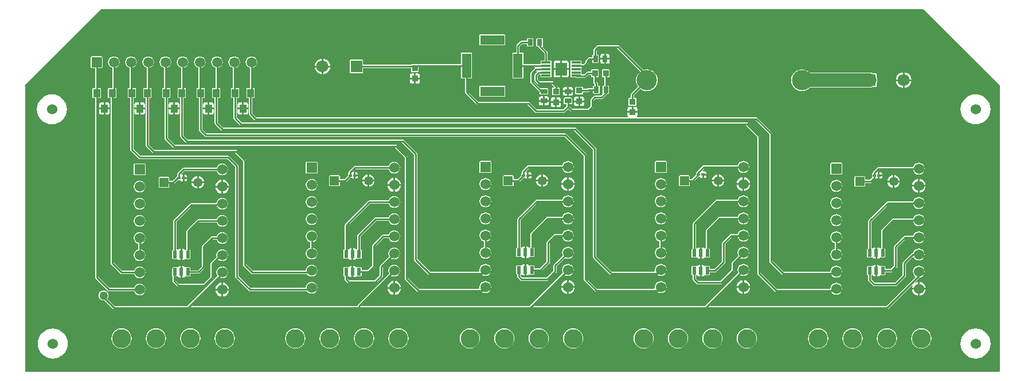
<source format=gbr>
G04 Layer_Physical_Order=1*
G04 Layer_Color=255*
%FSLAX45Y45*%
%MOMM*%
%TF.FileFunction,Copper,L1,Top,Signal*%
%TF.Part,Single*%
G01*
G75*
%TA.AperFunction,SMDPad,CuDef*%
%ADD10R,0.78000X0.98000*%
%ADD11R,0.98000X0.78000*%
%ADD12R,1.40000X3.60000*%
%ADD13R,3.60000X1.40000*%
%ADD14R,0.95000X0.90000*%
%ADD15R,1.02000X1.27000*%
%ADD16R,0.60000X1.15000*%
%ADD17R,0.94000X0.97000*%
%ADD18R,1.68000X1.88000*%
%ADD19R,1.42500X0.30000*%
%ADD20R,0.90000X0.95000*%
%ADD21R,0.47000X0.44000*%
%TA.AperFunction,Conductor*%
%ADD22C,0.25400*%
%ADD23C,2.00000*%
%TA.AperFunction,ViaPad*%
%ADD24C,1.52400*%
%TA.AperFunction,ComponentPad*%
%ADD25C,2.79000*%
%ADD26R,1.80000X1.80000*%
%ADD27C,1.80000*%
%ADD28R,1.50000X1.50000*%
%ADD29C,1.50000*%
%ADD30R,1.35000X1.35000*%
%ADD31C,1.35000*%
%ADD32C,1.52400*%
%ADD33R,1.52400X1.52400*%
%ADD34C,3.00000*%
%TA.AperFunction,ViaPad*%
%ADD35C,1.27000*%
G36*
X17297400Y6807200D02*
Y2578100D01*
X17284700Y2565400D01*
X2908300D01*
Y6794500D01*
X2895600Y6807200D01*
X4025900Y7937500D01*
X16167101D01*
X17297400Y6807200D01*
D02*
G37*
%LPC*%
G36*
X7137400Y4912944D02*
X7114897Y4909981D01*
X7093928Y4901296D01*
X7075922Y4887478D01*
X7062104Y4869472D01*
X7053419Y4848503D01*
X7050456Y4826000D01*
X7053419Y4803497D01*
X7062104Y4782528D01*
X7075922Y4764522D01*
X7093928Y4750704D01*
X7114897Y4742019D01*
X7137400Y4739056D01*
X7159903Y4742019D01*
X7180872Y4750704D01*
X7198878Y4764522D01*
X7212696Y4782528D01*
X7221381Y4803497D01*
X7224344Y4826000D01*
X7221381Y4848503D01*
X7212696Y4869472D01*
X7198878Y4887478D01*
X7180872Y4901296D01*
X7159903Y4909981D01*
X7137400Y4912944D01*
D02*
G37*
G36*
X8356600D02*
X8334097Y4909981D01*
X8313128Y4901296D01*
X8295122Y4887478D01*
X8281304Y4869472D01*
X8272885Y4849145D01*
X8077200D01*
X8068343Y4847383D01*
X8060834Y4842366D01*
X7819034Y4600566D01*
X7814017Y4593057D01*
X7812255Y4584200D01*
Y4379624D01*
X7805400D01*
X7795651Y4378820D01*
X7789954Y4385255D01*
X7788712Y4387112D01*
X7780311Y4392726D01*
X7770400Y4394698D01*
X7753100D01*
Y4311300D01*
Y4227902D01*
X7770400D01*
X7780311Y4229874D01*
X7788712Y4235488D01*
X7789954Y4237345D01*
X7795651Y4243780D01*
X7805400Y4242976D01*
X7865400D01*
X7873054Y4246146D01*
X7876224Y4253800D01*
Y4368800D01*
X7873054Y4376454D01*
X7865400Y4379624D01*
X7858545D01*
Y4574613D01*
X8086787Y4802855D01*
X8272885D01*
X8281304Y4782528D01*
X8295122Y4764522D01*
X8313128Y4750704D01*
X8334097Y4742019D01*
X8356600Y4739056D01*
X8379103Y4742019D01*
X8400072Y4750704D01*
X8418078Y4764522D01*
X8431896Y4782528D01*
X8440581Y4803497D01*
X8443544Y4826000D01*
X8440581Y4848503D01*
X8431896Y4869472D01*
X8418078Y4887478D01*
X8400072Y4901296D01*
X8379103Y4909981D01*
X8356600Y4912944D01*
D02*
G37*
G36*
X9702800Y4925644D02*
X9680297Y4922681D01*
X9659328Y4913996D01*
X9641322Y4900178D01*
X9627504Y4882172D01*
X9618819Y4861203D01*
X9615856Y4838700D01*
X9618819Y4816197D01*
X9627504Y4795228D01*
X9641322Y4777222D01*
X9659328Y4763404D01*
X9680297Y4754719D01*
X9702800Y4751756D01*
X9725303Y4754719D01*
X9746272Y4763404D01*
X9764278Y4777222D01*
X9778096Y4795228D01*
X9786781Y4816197D01*
X9789744Y4838700D01*
X9786781Y4861203D01*
X9778096Y4882172D01*
X9764278Y4900178D01*
X9746272Y4913996D01*
X9725303Y4922681D01*
X9702800Y4925644D01*
D02*
G37*
G36*
X5816600Y4887544D02*
X5794097Y4884581D01*
X5773128Y4875896D01*
X5755122Y4862078D01*
X5741304Y4844072D01*
X5732885Y4823745D01*
X5461000D01*
X5452143Y4821983D01*
X5444634Y4816966D01*
X5292234Y4664566D01*
X5287217Y4657057D01*
X5285455Y4648200D01*
Y4373624D01*
X5278600D01*
X5268851Y4372820D01*
X5263154Y4379255D01*
X5261912Y4381112D01*
X5253510Y4386726D01*
X5243600Y4388698D01*
X5226300D01*
Y4305300D01*
Y4221902D01*
X5243600D01*
X5253510Y4223874D01*
X5261912Y4229488D01*
X5263154Y4231345D01*
X5268851Y4237780D01*
X5278600Y4236976D01*
X5338600D01*
X5346254Y4240146D01*
X5349424Y4247800D01*
Y4362800D01*
X5346254Y4370454D01*
X5338600Y4373624D01*
X5331745D01*
Y4638613D01*
X5470587Y4777455D01*
X5732885D01*
X5741304Y4757128D01*
X5755122Y4739122D01*
X5773128Y4725304D01*
X5794097Y4716619D01*
X5816600Y4713656D01*
X5839103Y4716619D01*
X5860072Y4725304D01*
X5878078Y4739122D01*
X5891896Y4757128D01*
X5900581Y4778097D01*
X5903544Y4800600D01*
X5900581Y4823103D01*
X5891896Y4844072D01*
X5878078Y4862078D01*
X5860072Y4875896D01*
X5839103Y4884581D01*
X5816600Y4887544D01*
D02*
G37*
G36*
X14884399Y4900244D02*
X14861897Y4897281D01*
X14840929Y4888596D01*
X14822922Y4874778D01*
X14809103Y4856772D01*
X14800420Y4835803D01*
X14797456Y4813300D01*
X14800420Y4790797D01*
X14809103Y4769828D01*
X14822922Y4751822D01*
X14840929Y4738004D01*
X14861897Y4729319D01*
X14884399Y4726356D01*
X14906903Y4729319D01*
X14927872Y4738004D01*
X14945879Y4751822D01*
X14959695Y4769828D01*
X14968381Y4790797D01*
X14971344Y4813300D01*
X14968381Y4835803D01*
X14959695Y4856772D01*
X14945879Y4874778D01*
X14927872Y4888596D01*
X14906903Y4897281D01*
X14884399Y4900244D01*
D02*
G37*
G36*
X16103600D02*
X16081097Y4897281D01*
X16060127Y4888596D01*
X16042122Y4874778D01*
X16028304Y4856772D01*
X16019885Y4836445D01*
X15722600D01*
X15713744Y4834683D01*
X15706235Y4829666D01*
X15553835Y4677266D01*
X15548817Y4669757D01*
X15547055Y4660900D01*
Y4392324D01*
X15540199D01*
X15530450Y4391520D01*
X15524754Y4397955D01*
X15523512Y4399812D01*
X15515109Y4405426D01*
X15505200Y4407398D01*
X15487900D01*
Y4324000D01*
Y4240602D01*
X15505200D01*
X15515109Y4242574D01*
X15523512Y4248188D01*
X15524754Y4250045D01*
X15530450Y4256480D01*
X15540199Y4255676D01*
X15600200D01*
X15607854Y4258846D01*
X15611024Y4266500D01*
Y4381500D01*
X15607854Y4389154D01*
X15600200Y4392324D01*
X15593346D01*
Y4651313D01*
X15732187Y4790155D01*
X16019885D01*
X16028304Y4769828D01*
X16042122Y4751822D01*
X16060127Y4738004D01*
X16081097Y4729319D01*
X16103600Y4726356D01*
X16126103Y4729319D01*
X16147072Y4738004D01*
X16165079Y4751822D01*
X16178896Y4769828D01*
X16187581Y4790797D01*
X16190544Y4813300D01*
X16187581Y4835803D01*
X16178896Y4856772D01*
X16165079Y4874778D01*
X16147072Y4888596D01*
X16126103Y4897281D01*
X16103600Y4900244D01*
D02*
G37*
G36*
X10922000Y4925644D02*
X10899497Y4922681D01*
X10878528Y4913996D01*
X10860522Y4900178D01*
X10846704Y4882172D01*
X10838285Y4861845D01*
X10617200D01*
X10608343Y4860083D01*
X10600834Y4855066D01*
X10372234Y4626466D01*
X10367217Y4618957D01*
X10365455Y4610100D01*
Y4405024D01*
X10358600D01*
X10348851Y4404220D01*
X10343154Y4410655D01*
X10341912Y4412512D01*
X10333510Y4418126D01*
X10323600Y4420098D01*
X10306300D01*
Y4336700D01*
Y4253302D01*
X10323600D01*
X10333510Y4255274D01*
X10341912Y4260888D01*
X10343154Y4262745D01*
X10348851Y4269180D01*
X10358600Y4268376D01*
X10418600D01*
X10426254Y4271546D01*
X10429424Y4279200D01*
Y4394200D01*
X10426254Y4401854D01*
X10418600Y4405024D01*
X10411745D01*
Y4600513D01*
X10626787Y4815555D01*
X10838285D01*
X10846704Y4795228D01*
X10860522Y4777222D01*
X10878528Y4763404D01*
X10899497Y4754719D01*
X10922000Y4751756D01*
X10944503Y4754719D01*
X10965472Y4763404D01*
X10983478Y4777222D01*
X10997296Y4795228D01*
X11005981Y4816197D01*
X11008944Y4838700D01*
X11005981Y4861203D01*
X10997296Y4882172D01*
X10983478Y4900178D01*
X10965472Y4913996D01*
X10944503Y4922681D01*
X10922000Y4925644D01*
D02*
G37*
G36*
X5816600Y5141544D02*
X5794097Y5138581D01*
X5773128Y5129896D01*
X5755122Y5116078D01*
X5741304Y5098072D01*
X5732619Y5077103D01*
X5731031Y5065045D01*
X5360400D01*
X5351543Y5063283D01*
X5344034Y5058266D01*
X5102234Y4816466D01*
X5097217Y4808957D01*
X5095455Y4800100D01*
Y4373624D01*
X5088600D01*
X5080946Y4370454D01*
X5077776Y4362800D01*
Y4247800D01*
X5080946Y4240146D01*
X5088600Y4236976D01*
X5148600D01*
X5158349Y4237780D01*
X5164046Y4231345D01*
X5165288Y4229488D01*
X5173689Y4223874D01*
X5183600Y4221902D01*
X5200900D01*
Y4305300D01*
Y4388698D01*
X5183600D01*
X5173689Y4386726D01*
X5165288Y4381112D01*
X5164046Y4379255D01*
X5160586Y4375347D01*
X5146826Y4375398D01*
X5141745Y4380479D01*
Y4790513D01*
X5369986Y5018755D01*
X5738145D01*
X5741304Y5011128D01*
X5755122Y4993122D01*
X5773128Y4979304D01*
X5794097Y4970619D01*
X5816600Y4967656D01*
X5839103Y4970619D01*
X5860072Y4979304D01*
X5878078Y4993122D01*
X5891896Y5011128D01*
X5900581Y5032097D01*
X5903544Y5054600D01*
X5900581Y5077103D01*
X5891896Y5098072D01*
X5878078Y5116078D01*
X5860072Y5129896D01*
X5839103Y5138581D01*
X5816600Y5141544D01*
D02*
G37*
G36*
X14884399Y5154244D02*
X14861897Y5151281D01*
X14840929Y5142596D01*
X14822922Y5128778D01*
X14809103Y5110772D01*
X14800420Y5089803D01*
X14797456Y5067300D01*
X14800420Y5044797D01*
X14809103Y5023828D01*
X14822922Y5005822D01*
X14840929Y4992004D01*
X14861897Y4983319D01*
X14884399Y4980356D01*
X14906903Y4983319D01*
X14927872Y4992004D01*
X14945879Y5005822D01*
X14959695Y5023828D01*
X14968381Y5044797D01*
X14971344Y5067300D01*
X14968381Y5089803D01*
X14959695Y5110772D01*
X14945879Y5128778D01*
X14927872Y5142596D01*
X14906903Y5151281D01*
X14884399Y5154244D01*
D02*
G37*
G36*
X16103600D02*
X16081097Y5151281D01*
X16060127Y5142596D01*
X16042122Y5128778D01*
X16028304Y5110772D01*
X16019885Y5090445D01*
X15647400D01*
X15638544Y5088683D01*
X15631033Y5083666D01*
X15363834Y4816466D01*
X15358817Y4808957D01*
X15357056Y4800100D01*
Y4392324D01*
X15350200D01*
X15342546Y4389154D01*
X15339375Y4381500D01*
Y4266500D01*
X15342546Y4258846D01*
X15350200Y4255676D01*
X15410201D01*
X15419949Y4256480D01*
X15425645Y4250045D01*
X15426888Y4248188D01*
X15435289Y4242574D01*
X15445200Y4240602D01*
X15462500D01*
Y4324000D01*
Y4407398D01*
X15445200D01*
X15435289Y4405426D01*
X15426888Y4399812D01*
X15425645Y4397955D01*
X15422186Y4394047D01*
X15408426Y4394098D01*
X15403345Y4399179D01*
Y4790513D01*
X15656987Y5044155D01*
X16019885D01*
X16028304Y5023828D01*
X16042122Y5005822D01*
X16060127Y4992004D01*
X16081097Y4983319D01*
X16103600Y4980356D01*
X16126103Y4983319D01*
X16147072Y4992004D01*
X16165079Y5005822D01*
X16178896Y5023828D01*
X16187581Y5044797D01*
X16190544Y5067300D01*
X16187581Y5089803D01*
X16178896Y5110772D01*
X16165079Y5128778D01*
X16147072Y5142596D01*
X16126103Y5151281D01*
X16103600Y5154244D01*
D02*
G37*
G36*
X12293600Y4925644D02*
X12271097Y4922681D01*
X12250128Y4913996D01*
X12232122Y4900178D01*
X12218304Y4882172D01*
X12209619Y4861203D01*
X12206656Y4838700D01*
X12209619Y4816197D01*
X12218304Y4795228D01*
X12232122Y4777222D01*
X12250128Y4763404D01*
X12271097Y4754719D01*
X12293600Y4751756D01*
X12316103Y4754719D01*
X12337072Y4763404D01*
X12355078Y4777222D01*
X12368896Y4795228D01*
X12377581Y4816197D01*
X12380544Y4838700D01*
X12377581Y4861203D01*
X12368896Y4882172D01*
X12355078Y4900178D01*
X12337072Y4913996D01*
X12316103Y4922681D01*
X12293600Y4925644D01*
D02*
G37*
G36*
X13512801D02*
X13490297Y4922681D01*
X13469328Y4913996D01*
X13451321Y4900178D01*
X13437505Y4882172D01*
X13429085Y4861845D01*
X13157201D01*
X13148343Y4860083D01*
X13140834Y4855066D01*
X12963034Y4677266D01*
X12958017Y4669757D01*
X12956255Y4660900D01*
Y4392324D01*
X12949400D01*
X12939651Y4391520D01*
X12933954Y4397955D01*
X12932712Y4399812D01*
X12924310Y4405426D01*
X12914400Y4407398D01*
X12897099D01*
Y4324000D01*
Y4240602D01*
X12914400D01*
X12924310Y4242574D01*
X12932712Y4248188D01*
X12933954Y4250045D01*
X12939651Y4256480D01*
X12949400Y4255676D01*
X13009399D01*
X13017055Y4258846D01*
X13020224Y4266500D01*
Y4381500D01*
X13017055Y4389154D01*
X13009399Y4392324D01*
X13002545D01*
Y4651313D01*
X13166788Y4815555D01*
X13429085D01*
X13437505Y4795228D01*
X13451321Y4777222D01*
X13469328Y4763404D01*
X13490297Y4754719D01*
X13512801Y4751756D01*
X13535303Y4754719D01*
X13556271Y4763404D01*
X13574278Y4777222D01*
X13588097Y4795228D01*
X13596780Y4816197D01*
X13599744Y4838700D01*
X13596780Y4861203D01*
X13588097Y4882172D01*
X13574278Y4900178D01*
X13556271Y4913996D01*
X13535303Y4922681D01*
X13512801Y4925644D01*
D02*
G37*
G36*
X4597400Y5141544D02*
X4574897Y5138581D01*
X4553928Y5129896D01*
X4535922Y5116078D01*
X4522104Y5098072D01*
X4513419Y5077103D01*
X4510456Y5054600D01*
X4513419Y5032097D01*
X4522104Y5011128D01*
X4535922Y4993122D01*
X4553928Y4979304D01*
X4574897Y4970619D01*
X4597400Y4967656D01*
X4619903Y4970619D01*
X4640872Y4979304D01*
X4658878Y4993122D01*
X4672696Y5011128D01*
X4681381Y5032097D01*
X4684344Y5054600D01*
X4681381Y5077103D01*
X4672696Y5098072D01*
X4658878Y5116078D01*
X4640872Y5129896D01*
X4619903Y5138581D01*
X4597400Y5141544D01*
D02*
G37*
G36*
Y4887544D02*
X4574897Y4884581D01*
X4553928Y4875896D01*
X4535922Y4862078D01*
X4522104Y4844072D01*
X4513419Y4823103D01*
X4510456Y4800600D01*
X4513419Y4778097D01*
X4522104Y4757128D01*
X4535922Y4739122D01*
X4553928Y4725304D01*
X4574897Y4716619D01*
X4597400Y4713656D01*
X4619903Y4716619D01*
X4640872Y4725304D01*
X4658878Y4739122D01*
X4672696Y4757128D01*
X4681381Y4778097D01*
X4684344Y4800600D01*
X4681381Y4823103D01*
X4672696Y4844072D01*
X4658878Y4862078D01*
X4640872Y4875896D01*
X4619903Y4884581D01*
X4597400Y4887544D01*
D02*
G37*
G36*
X8356600Y4404944D02*
X8334097Y4401981D01*
X8313128Y4393296D01*
X8295122Y4379478D01*
X8281304Y4361472D01*
X8272619Y4340503D01*
X8269656Y4318000D01*
X8272619Y4295497D01*
X8281039Y4275170D01*
X8149734Y4143866D01*
X8144717Y4136357D01*
X8142955Y4127500D01*
Y3997387D01*
X8067613Y3922045D01*
X7693087D01*
X7668545Y3946587D01*
Y3982976D01*
X7675400D01*
X7685149Y3983780D01*
X7690846Y3977345D01*
X7692088Y3975488D01*
X7700490Y3969874D01*
X7710400Y3967902D01*
X7727700D01*
Y4051300D01*
Y4134698D01*
X7710400D01*
X7700490Y4132726D01*
X7692088Y4127112D01*
X7690846Y4125255D01*
X7685149Y4118820D01*
X7675400Y4119624D01*
X7615400D01*
X7607746Y4116454D01*
X7604576Y4108800D01*
Y3993800D01*
X7607746Y3986146D01*
X7615400Y3982976D01*
X7622255D01*
Y3937000D01*
X7624017Y3928143D01*
X7629034Y3920634D01*
X7667134Y3882534D01*
X7674643Y3877517D01*
X7683500Y3875755D01*
X8077200D01*
X8086057Y3877517D01*
X8093566Y3882534D01*
X8182466Y3971434D01*
X8187483Y3978943D01*
X8189245Y3987800D01*
Y4117913D01*
X8313770Y4242439D01*
X8334097Y4234019D01*
X8356600Y4231056D01*
X8379103Y4234019D01*
X8400072Y4242704D01*
X8418078Y4256522D01*
X8431896Y4274528D01*
X8440581Y4295497D01*
X8443544Y4318000D01*
X8440581Y4340503D01*
X8431896Y4361472D01*
X8418078Y4379478D01*
X8400072Y4393296D01*
X8379103Y4401981D01*
X8356600Y4404944D01*
D02*
G37*
G36*
X9702800Y4671644D02*
X9680297Y4668681D01*
X9659328Y4659996D01*
X9641322Y4646178D01*
X9627504Y4628172D01*
X9618819Y4607203D01*
X9615856Y4584700D01*
X9618819Y4562197D01*
X9627504Y4541228D01*
X9641322Y4523222D01*
X9659328Y4509404D01*
X9679655Y4500985D01*
Y4414415D01*
X9659328Y4405996D01*
X9641322Y4392178D01*
X9627504Y4374172D01*
X9618819Y4353203D01*
X9615856Y4330700D01*
X9618819Y4308197D01*
X9627504Y4287228D01*
X9641322Y4269222D01*
X9659328Y4255404D01*
X9680297Y4246719D01*
X9702800Y4243756D01*
X9725303Y4246719D01*
X9746272Y4255404D01*
X9764278Y4269222D01*
X9778096Y4287228D01*
X9786781Y4308197D01*
X9789744Y4330700D01*
X9786781Y4353203D01*
X9778096Y4374172D01*
X9764278Y4392178D01*
X9746272Y4405996D01*
X9725945Y4414415D01*
Y4500985D01*
X9746272Y4509404D01*
X9764278Y4523222D01*
X9778096Y4541228D01*
X9786781Y4562197D01*
X9789744Y4584700D01*
X9786781Y4607203D01*
X9778096Y4628172D01*
X9764278Y4646178D01*
X9746272Y4659996D01*
X9725303Y4668681D01*
X9702800Y4671644D01*
D02*
G37*
G36*
X10922000Y4417644D02*
X10899497Y4414681D01*
X10878528Y4405996D01*
X10860522Y4392178D01*
X10846704Y4374172D01*
X10838019Y4353203D01*
X10835056Y4330700D01*
X10838019Y4308197D01*
X10846439Y4287870D01*
X10715134Y4156566D01*
X10710117Y4149057D01*
X10708355Y4140200D01*
Y4060887D01*
X10607613Y3960145D01*
X10245787D01*
X10221245Y3984687D01*
Y4008376D01*
X10228600D01*
X10238349Y4009180D01*
X10244046Y4002745D01*
X10245288Y4000888D01*
X10253689Y3995274D01*
X10263600Y3993302D01*
X10280900D01*
Y4076700D01*
Y4160098D01*
X10263600D01*
X10253689Y4158126D01*
X10245288Y4152512D01*
X10244046Y4150655D01*
X10238349Y4144220D01*
X10228600Y4145024D01*
X10168600D01*
X10160946Y4141854D01*
X10157776Y4134200D01*
Y4019200D01*
X10160946Y4011546D01*
X10168600Y4008376D01*
X10174955D01*
Y3975100D01*
X10176717Y3966243D01*
X10181734Y3958734D01*
X10219834Y3920634D01*
X10227343Y3915617D01*
X10236200Y3913855D01*
X10617200D01*
X10626057Y3915617D01*
X10633566Y3920634D01*
X10747866Y4034934D01*
X10752883Y4042443D01*
X10754645Y4051300D01*
Y4130613D01*
X10879170Y4255139D01*
X10899497Y4246719D01*
X10922000Y4243756D01*
X10944503Y4246719D01*
X10965472Y4255404D01*
X10983478Y4269222D01*
X10997296Y4287228D01*
X11005981Y4308197D01*
X11008944Y4330700D01*
X11005981Y4353203D01*
X10997296Y4374172D01*
X10983478Y4392178D01*
X10965472Y4405996D01*
X10944503Y4414681D01*
X10922000Y4417644D01*
D02*
G37*
G36*
X14884399Y4646244D02*
X14861897Y4643281D01*
X14840929Y4634596D01*
X14822922Y4620778D01*
X14809103Y4602772D01*
X14800420Y4581803D01*
X14797456Y4559300D01*
X14800420Y4536797D01*
X14809103Y4515828D01*
X14822922Y4497822D01*
X14840929Y4484004D01*
X14861255Y4475585D01*
Y4389015D01*
X14840929Y4380596D01*
X14822922Y4366778D01*
X14809103Y4348772D01*
X14800420Y4327803D01*
X14797456Y4305300D01*
X14800420Y4282797D01*
X14809103Y4261828D01*
X14822922Y4243822D01*
X14840929Y4230004D01*
X14861897Y4221319D01*
X14884399Y4218356D01*
X14906903Y4221319D01*
X14927872Y4230004D01*
X14945879Y4243822D01*
X14959695Y4261828D01*
X14968381Y4282797D01*
X14971344Y4305300D01*
X14968381Y4327803D01*
X14959695Y4348772D01*
X14945879Y4366778D01*
X14927872Y4380596D01*
X14907545Y4389015D01*
Y4475585D01*
X14927872Y4484004D01*
X14945879Y4497822D01*
X14959695Y4515828D01*
X14968381Y4536797D01*
X14971344Y4559300D01*
X14968381Y4581803D01*
X14959695Y4602772D01*
X14945879Y4620778D01*
X14927872Y4634596D01*
X14906903Y4643281D01*
X14884399Y4646244D01*
D02*
G37*
G36*
X16103600Y4392244D02*
X16081097Y4389281D01*
X16060127Y4380596D01*
X16042122Y4366778D01*
X16028304Y4348772D01*
X16019885Y4328445D01*
X16014700D01*
X16005843Y4326683D01*
X15998334Y4321666D01*
X15871333Y4194666D01*
X15866318Y4187157D01*
X15864555Y4178300D01*
Y3999386D01*
X15750114Y3884944D01*
X15452786D01*
X15403345Y3934387D01*
Y3995676D01*
X15410201D01*
X15419949Y3996480D01*
X15425645Y3990045D01*
X15426888Y3988188D01*
X15435289Y3982574D01*
X15445200Y3980602D01*
X15462500D01*
Y4064000D01*
Y4147398D01*
X15445200D01*
X15435289Y4145426D01*
X15426888Y4139812D01*
X15425645Y4137955D01*
X15419949Y4131520D01*
X15410201Y4132324D01*
X15350200D01*
X15342546Y4129154D01*
X15339375Y4121500D01*
Y4006500D01*
X15342546Y3998846D01*
X15350200Y3995676D01*
X15357056D01*
Y3924800D01*
X15358817Y3915943D01*
X15363834Y3908434D01*
X15426834Y3845434D01*
X15434343Y3840417D01*
X15443201Y3838655D01*
X15759700D01*
X15768558Y3840417D01*
X15776067Y3845434D01*
X15904066Y3973434D01*
X15909084Y3980942D01*
X15910844Y3989799D01*
Y4168713D01*
X16013092Y4270960D01*
X16025548Y4268483D01*
X16028304Y4261828D01*
X16042122Y4243822D01*
X16060127Y4230004D01*
X16081097Y4221319D01*
X16103600Y4218356D01*
X16126103Y4221319D01*
X16147072Y4230004D01*
X16165079Y4243822D01*
X16178896Y4261828D01*
X16187581Y4282797D01*
X16190544Y4305300D01*
X16187581Y4327803D01*
X16178896Y4348772D01*
X16165079Y4366778D01*
X16147072Y4380596D01*
X16126103Y4389281D01*
X16103600Y4392244D01*
D02*
G37*
G36*
X7137400Y4658944D02*
X7114897Y4655981D01*
X7093928Y4647296D01*
X7075922Y4633478D01*
X7062104Y4615472D01*
X7053419Y4594503D01*
X7050456Y4572000D01*
X7053419Y4549497D01*
X7062104Y4528528D01*
X7075922Y4510522D01*
X7093928Y4496704D01*
X7114255Y4488285D01*
Y4401715D01*
X7093928Y4393296D01*
X7075922Y4379478D01*
X7062104Y4361472D01*
X7053419Y4340503D01*
X7050456Y4318000D01*
X7053419Y4295497D01*
X7062104Y4274528D01*
X7075922Y4256522D01*
X7093928Y4242704D01*
X7114897Y4234019D01*
X7137400Y4231056D01*
X7159903Y4234019D01*
X7180872Y4242704D01*
X7198878Y4256522D01*
X7212696Y4274528D01*
X7221381Y4295497D01*
X7224344Y4318000D01*
X7221381Y4340503D01*
X7212696Y4361472D01*
X7198878Y4379478D01*
X7180872Y4393296D01*
X7160545Y4401715D01*
Y4488285D01*
X7180872Y4496704D01*
X7198878Y4510522D01*
X7212696Y4528528D01*
X7221381Y4549497D01*
X7224344Y4572000D01*
X7221381Y4594503D01*
X7212696Y4615472D01*
X7198878Y4633478D01*
X7180872Y4647296D01*
X7159903Y4655981D01*
X7137400Y4658944D01*
D02*
G37*
G36*
X12293600Y4671644D02*
X12271097Y4668681D01*
X12250128Y4659996D01*
X12232122Y4646178D01*
X12218304Y4628172D01*
X12209619Y4607203D01*
X12206656Y4584700D01*
X12209619Y4562197D01*
X12218304Y4541228D01*
X12232122Y4523222D01*
X12250128Y4509404D01*
X12270455Y4500985D01*
Y4414415D01*
X12250128Y4405996D01*
X12232122Y4392178D01*
X12218304Y4374172D01*
X12209619Y4353203D01*
X12206656Y4330700D01*
X12209619Y4308197D01*
X12218304Y4287228D01*
X12232122Y4269222D01*
X12250128Y4255404D01*
X12271097Y4246719D01*
X12293600Y4243756D01*
X12316103Y4246719D01*
X12337072Y4255404D01*
X12355078Y4269222D01*
X12368896Y4287228D01*
X12377581Y4308197D01*
X12380544Y4330700D01*
X12377581Y4353203D01*
X12368896Y4374172D01*
X12355078Y4392178D01*
X12337072Y4405996D01*
X12316745Y4414415D01*
Y4500985D01*
X12337072Y4509404D01*
X12355078Y4523222D01*
X12368896Y4541228D01*
X12377581Y4562197D01*
X12380544Y4584700D01*
X12377581Y4607203D01*
X12368896Y4628172D01*
X12355078Y4646178D01*
X12337072Y4659996D01*
X12316103Y4668681D01*
X12293600Y4671644D01*
D02*
G37*
G36*
X8356600Y4658944D02*
X8334097Y4655981D01*
X8313128Y4647296D01*
X8295122Y4633478D01*
X8281304Y4615472D01*
X8272885Y4595145D01*
X8191500D01*
X8182643Y4593383D01*
X8175134Y4588366D01*
X8035434Y4448666D01*
X8030417Y4441157D01*
X8028655Y4432300D01*
Y4137087D01*
X7966013Y4074445D01*
X7876224D01*
Y4108800D01*
X7873054Y4116454D01*
X7865400Y4119624D01*
X7805400D01*
X7795651Y4118820D01*
X7789954Y4125255D01*
X7788712Y4127112D01*
X7780311Y4132726D01*
X7770400Y4134698D01*
X7753100D01*
Y4051300D01*
Y3967902D01*
X7770400D01*
X7780311Y3969874D01*
X7788712Y3975488D01*
X7789954Y3977345D01*
X7795651Y3983780D01*
X7805400Y3982976D01*
X7865400D01*
X7873054Y3986146D01*
X7876224Y3993800D01*
Y4028155D01*
X7975600D01*
X7984457Y4029917D01*
X7991966Y4034934D01*
X8068166Y4111134D01*
X8073183Y4118643D01*
X8074945Y4127500D01*
Y4422713D01*
X8201087Y4548855D01*
X8272885D01*
X8281304Y4528528D01*
X8295122Y4510522D01*
X8313128Y4496704D01*
X8334097Y4488019D01*
X8356600Y4485056D01*
X8379103Y4488019D01*
X8400072Y4496704D01*
X8418078Y4510522D01*
X8431896Y4528528D01*
X8440581Y4549497D01*
X8443544Y4572000D01*
X8440581Y4594503D01*
X8431896Y4615472D01*
X8418078Y4633478D01*
X8400072Y4647296D01*
X8379103Y4655981D01*
X8356600Y4658944D01*
D02*
G37*
G36*
X10922000Y4671644D02*
X10899497Y4668681D01*
X10878528Y4659996D01*
X10860522Y4646178D01*
X10846704Y4628172D01*
X10838285Y4607845D01*
X10731500D01*
X10722643Y4606083D01*
X10715134Y4601066D01*
X10613534Y4499466D01*
X10608517Y4491957D01*
X10606755Y4483100D01*
Y4200587D01*
X10506013Y4099845D01*
X10429424D01*
Y4134200D01*
X10426254Y4141854D01*
X10418600Y4145024D01*
X10358600D01*
X10348851Y4144220D01*
X10343154Y4150655D01*
X10341912Y4152512D01*
X10333510Y4158126D01*
X10323600Y4160098D01*
X10306300D01*
Y4076700D01*
Y3993302D01*
X10323600D01*
X10333510Y3995274D01*
X10341912Y4000888D01*
X10343154Y4002745D01*
X10348851Y4009180D01*
X10358600Y4008376D01*
X10418600D01*
X10426254Y4011546D01*
X10429424Y4019200D01*
Y4053555D01*
X10515600D01*
X10524457Y4055317D01*
X10531966Y4060334D01*
X10646266Y4174634D01*
X10651283Y4182143D01*
X10653045Y4191000D01*
Y4473513D01*
X10741087Y4561555D01*
X10838285D01*
X10846704Y4541228D01*
X10860522Y4523222D01*
X10878528Y4509404D01*
X10899497Y4500719D01*
X10922000Y4497756D01*
X10944503Y4500719D01*
X10965472Y4509404D01*
X10983478Y4523222D01*
X10997296Y4541228D01*
X11005981Y4562197D01*
X11008944Y4584700D01*
X11005981Y4607203D01*
X10997296Y4628172D01*
X10983478Y4646178D01*
X10965472Y4659996D01*
X10944503Y4668681D01*
X10922000Y4671644D01*
D02*
G37*
G36*
X13512801D02*
X13490297Y4668681D01*
X13469328Y4659996D01*
X13451321Y4646178D01*
X13437505Y4628172D01*
X13429085Y4607845D01*
X13335001D01*
X13326143Y4606083D01*
X13318634Y4601066D01*
X13204333Y4486766D01*
X13199316Y4479257D01*
X13197556Y4470400D01*
Y4200587D01*
X13084113Y4087145D01*
X13020224D01*
Y4121500D01*
X13017055Y4129154D01*
X13009399Y4132324D01*
X12949400D01*
X12939651Y4131520D01*
X12933954Y4137955D01*
X12932712Y4139812D01*
X12924310Y4145426D01*
X12914400Y4147398D01*
X12897099D01*
Y4064000D01*
Y3980602D01*
X12914400D01*
X12924310Y3982574D01*
X12932712Y3988188D01*
X12933954Y3990045D01*
X12939651Y3996480D01*
X12949400Y3995676D01*
X13009399D01*
X13017055Y3998846D01*
X13020224Y4006500D01*
Y4040855D01*
X13093700D01*
X13102557Y4042617D01*
X13110066Y4047634D01*
X13237067Y4174634D01*
X13242084Y4182143D01*
X13243845Y4191000D01*
Y4460813D01*
X13344588Y4561555D01*
X13429085D01*
X13437505Y4541228D01*
X13451321Y4523222D01*
X13469328Y4509404D01*
X13490297Y4500719D01*
X13512801Y4497756D01*
X13535303Y4500719D01*
X13556271Y4509404D01*
X13574278Y4523222D01*
X13588097Y4541228D01*
X13596780Y4562197D01*
X13599744Y4584700D01*
X13596780Y4607203D01*
X13588097Y4628172D01*
X13574278Y4646178D01*
X13556271Y4659996D01*
X13535303Y4668681D01*
X13512801Y4671644D01*
D02*
G37*
G36*
Y4417644D02*
X13490297Y4414681D01*
X13469328Y4405996D01*
X13451321Y4392178D01*
X13437505Y4374172D01*
X13428819Y4353203D01*
X13425856Y4330700D01*
X13428819Y4308197D01*
X13437239Y4287870D01*
X13344034Y4194666D01*
X13339017Y4187157D01*
X13337254Y4178300D01*
Y4073587D01*
X13173013Y3909345D01*
X12849287D01*
X12812544Y3946087D01*
Y3995676D01*
X12819400D01*
X12829149Y3996480D01*
X12834846Y3990045D01*
X12836089Y3988188D01*
X12844489Y3982574D01*
X12854401Y3980602D01*
X12871700D01*
Y4064000D01*
Y4147398D01*
X12854401D01*
X12844489Y4145426D01*
X12836089Y4139812D01*
X12834846Y4137955D01*
X12829149Y4131520D01*
X12819400Y4132324D01*
X12759400D01*
X12751746Y4129154D01*
X12748576Y4121500D01*
Y4006500D01*
X12751746Y3998846D01*
X12759400Y3995676D01*
X12766255D01*
Y3936500D01*
X12768017Y3927643D01*
X12773034Y3920134D01*
X12823334Y3869834D01*
X12830843Y3864817D01*
X12839700Y3863055D01*
X13182600D01*
X13191457Y3864817D01*
X13198965Y3869834D01*
X13376765Y4047634D01*
X13381783Y4055143D01*
X13383545Y4064000D01*
Y4168713D01*
X13469971Y4255139D01*
X13490297Y4246719D01*
X13512801Y4243756D01*
X13535303Y4246719D01*
X13556271Y4255404D01*
X13574278Y4269222D01*
X13588097Y4287228D01*
X13596780Y4308197D01*
X13599744Y4330700D01*
X13596780Y4353203D01*
X13588097Y4374172D01*
X13574278Y4392178D01*
X13556271Y4405996D01*
X13535303Y4414681D01*
X13512801Y4417644D01*
D02*
G37*
G36*
X5816600Y4633544D02*
X5794097Y4630581D01*
X5773128Y4621896D01*
X5755122Y4608078D01*
X5741304Y4590072D01*
X5732885Y4569745D01*
X5664200D01*
X5655343Y4567983D01*
X5647834Y4562966D01*
X5520834Y4435966D01*
X5515817Y4428457D01*
X5514055Y4419600D01*
Y4124387D01*
X5458113Y4068445D01*
X5349424D01*
Y4102800D01*
X5346254Y4110454D01*
X5338600Y4113624D01*
X5278600D01*
X5268851Y4112820D01*
X5263154Y4119255D01*
X5261912Y4121112D01*
X5253510Y4126726D01*
X5243600Y4128698D01*
X5226300D01*
Y4045300D01*
Y3961902D01*
X5243600D01*
X5253510Y3963874D01*
X5261912Y3969488D01*
X5263154Y3971345D01*
X5268851Y3977780D01*
X5278600Y3976976D01*
X5338600D01*
X5346254Y3980146D01*
X5349424Y3987800D01*
Y4022155D01*
X5467700D01*
X5476557Y4023917D01*
X5484066Y4028934D01*
X5553566Y4098434D01*
X5558583Y4105943D01*
X5560345Y4114800D01*
Y4410013D01*
X5673787Y4523455D01*
X5732885D01*
X5741304Y4503128D01*
X5755122Y4485122D01*
X5773128Y4471304D01*
X5794097Y4462619D01*
X5816600Y4459656D01*
X5839103Y4462619D01*
X5860072Y4471304D01*
X5878078Y4485122D01*
X5891896Y4503128D01*
X5900581Y4524097D01*
X5903544Y4546600D01*
X5900581Y4569103D01*
X5891896Y4590072D01*
X5878078Y4608078D01*
X5860072Y4621896D01*
X5839103Y4630581D01*
X5816600Y4633544D01*
D02*
G37*
G36*
X16103600Y4646244D02*
X16081097Y4643281D01*
X16060127Y4634596D01*
X16042122Y4620778D01*
X16028304Y4602772D01*
X16019885Y4582445D01*
X15900400D01*
X15891544Y4580683D01*
X15884035Y4575666D01*
X15744334Y4435966D01*
X15739317Y4428457D01*
X15737555Y4419600D01*
Y4137087D01*
X15687613Y4087145D01*
X15611024D01*
Y4121500D01*
X15607854Y4129154D01*
X15600200Y4132324D01*
X15540199D01*
X15530450Y4131520D01*
X15524754Y4137955D01*
X15523512Y4139812D01*
X15515109Y4145426D01*
X15505200Y4147398D01*
X15487900D01*
Y4064000D01*
Y3980602D01*
X15505200D01*
X15515109Y3982574D01*
X15523512Y3988188D01*
X15524754Y3990045D01*
X15530450Y3996480D01*
X15540199Y3995676D01*
X15600200D01*
X15607854Y3998846D01*
X15611024Y4006500D01*
Y4040855D01*
X15697200D01*
X15706058Y4042617D01*
X15713567Y4047634D01*
X15777066Y4111134D01*
X15782083Y4118643D01*
X15783846Y4127500D01*
Y4410013D01*
X15909987Y4536155D01*
X16019885D01*
X16028304Y4515828D01*
X16042122Y4497822D01*
X16060127Y4484004D01*
X16081097Y4475319D01*
X16103600Y4472356D01*
X16126103Y4475319D01*
X16147072Y4484004D01*
X16165079Y4497822D01*
X16178896Y4515828D01*
X16187581Y4536797D01*
X16190544Y4559300D01*
X16187581Y4581803D01*
X16178896Y4602772D01*
X16165079Y4620778D01*
X16147072Y4634596D01*
X16126103Y4643281D01*
X16103600Y4646244D01*
D02*
G37*
G36*
X13613605Y5334000D02*
X13525500D01*
Y5245895D01*
X13539323Y5247715D01*
X13564038Y5257952D01*
X13585262Y5274238D01*
X13601547Y5295462D01*
X13611784Y5320177D01*
X13613605Y5334000D01*
D02*
G37*
G36*
X7137400Y5420944D02*
X7114897Y5417981D01*
X7093928Y5409296D01*
X7075922Y5395478D01*
X7062104Y5377472D01*
X7053419Y5356503D01*
X7050456Y5334000D01*
X7053419Y5311497D01*
X7062104Y5290528D01*
X7075922Y5272522D01*
X7093928Y5258704D01*
X7114897Y5250019D01*
X7137400Y5247056D01*
X7159903Y5250019D01*
X7180872Y5258704D01*
X7198878Y5272522D01*
X7212696Y5290528D01*
X7221381Y5311497D01*
X7224344Y5334000D01*
X7221381Y5356503D01*
X7212696Y5377472D01*
X7198878Y5395478D01*
X7180872Y5409296D01*
X7159903Y5417981D01*
X7137400Y5420944D01*
D02*
G37*
G36*
X9702800Y5433644D02*
X9680297Y5430681D01*
X9659328Y5421996D01*
X9641322Y5408178D01*
X9627504Y5390172D01*
X9618819Y5369203D01*
X9615856Y5346700D01*
X9618819Y5324197D01*
X9627504Y5303228D01*
X9641322Y5285222D01*
X9659328Y5271404D01*
X9680297Y5262719D01*
X9702800Y5259756D01*
X9725303Y5262719D01*
X9746272Y5271404D01*
X9764278Y5285222D01*
X9778096Y5303228D01*
X9786781Y5324197D01*
X9789744Y5346700D01*
X9786781Y5369203D01*
X9778096Y5390172D01*
X9764278Y5408178D01*
X9746272Y5421996D01*
X9725303Y5430681D01*
X9702800Y5433644D01*
D02*
G37*
G36*
X10909300Y5334000D02*
X10821195D01*
X10823015Y5320177D01*
X10833252Y5295462D01*
X10849538Y5274238D01*
X10870762Y5257952D01*
X10895477Y5247715D01*
X10909300Y5245895D01*
Y5334000D01*
D02*
G37*
G36*
X11022805D02*
X10934700D01*
Y5245895D01*
X10948523Y5247715D01*
X10973238Y5257952D01*
X10994462Y5274238D01*
X11010748Y5295462D01*
X11020985Y5320177D01*
X11022805Y5334000D01*
D02*
G37*
G36*
X13500101D02*
X13411995D01*
X13413815Y5320177D01*
X13424052Y5295462D01*
X13440338Y5274238D01*
X13461562Y5257952D01*
X13486276Y5247715D01*
X13500101Y5245895D01*
Y5334000D01*
D02*
G37*
G36*
X12293600Y5433644D02*
X12271097Y5430681D01*
X12250128Y5421996D01*
X12232122Y5408178D01*
X12218304Y5390172D01*
X12209619Y5369203D01*
X12206656Y5346700D01*
X12209619Y5324197D01*
X12218304Y5303228D01*
X12232122Y5285222D01*
X12250128Y5271404D01*
X12271097Y5262719D01*
X12293600Y5259756D01*
X12316103Y5262719D01*
X12337072Y5271404D01*
X12355078Y5285222D01*
X12368896Y5303228D01*
X12377581Y5324197D01*
X12380544Y5346700D01*
X12377581Y5369203D01*
X12368896Y5390172D01*
X12355078Y5408178D01*
X12337072Y5421996D01*
X12316103Y5430681D01*
X12293600Y5433644D01*
D02*
G37*
G36*
X15823331Y5372099D02*
X15744000D01*
Y5292770D01*
X15755553Y5294291D01*
X15778151Y5303652D01*
X15797557Y5318542D01*
X15812448Y5337949D01*
X15821809Y5360548D01*
X15823331Y5372099D01*
D02*
G37*
G36*
X13127800Y5384799D02*
X13048470D01*
X13049991Y5373248D01*
X13059352Y5350649D01*
X13074243Y5331242D01*
X13093649Y5316352D01*
X13116248Y5306991D01*
X13127800Y5305470D01*
Y5384799D01*
D02*
G37*
G36*
X13232530D02*
X13153200D01*
Y5305470D01*
X13164752Y5306991D01*
X13187350Y5316352D01*
X13206757Y5331242D01*
X13221648Y5350649D01*
X13231009Y5373248D01*
X13232530Y5384799D01*
D02*
G37*
G36*
X5444300Y5359399D02*
X5364970D01*
X5366491Y5347848D01*
X5375852Y5325249D01*
X5390743Y5305842D01*
X5410149Y5290952D01*
X5432748Y5281591D01*
X5444300Y5280070D01*
Y5359399D01*
D02*
G37*
G36*
X5549030D02*
X5469700D01*
Y5280070D01*
X5481252Y5281591D01*
X5503851Y5290952D01*
X5523257Y5305842D01*
X5538148Y5325249D01*
X5547509Y5347848D01*
X5549030Y5359399D01*
D02*
G37*
G36*
X15718600Y5372099D02*
X15639270D01*
X15640791Y5360548D01*
X15650153Y5337949D01*
X15665044Y5318542D01*
X15684448Y5303652D01*
X15707048Y5294291D01*
X15718600Y5292770D01*
Y5372099D01*
D02*
G37*
G36*
X14884399Y5408244D02*
X14861897Y5405281D01*
X14840929Y5396596D01*
X14822922Y5382778D01*
X14809103Y5364772D01*
X14800420Y5343803D01*
X14797456Y5321300D01*
X14800420Y5298797D01*
X14809103Y5277828D01*
X14822922Y5259822D01*
X14840929Y5246004D01*
X14861897Y5237319D01*
X14884399Y5234356D01*
X14906903Y5237319D01*
X14927872Y5246004D01*
X14945879Y5259822D01*
X14959695Y5277828D01*
X14968381Y5298797D01*
X14971344Y5321300D01*
X14968381Y5343803D01*
X14959695Y5364772D01*
X14945879Y5382778D01*
X14927872Y5396596D01*
X14906903Y5405281D01*
X14884399Y5408244D01*
D02*
G37*
G36*
X10922000Y5179644D02*
X10899497Y5176681D01*
X10878528Y5167996D01*
X10860522Y5154178D01*
X10846704Y5136172D01*
X10838285Y5115845D01*
X10464800D01*
X10455943Y5114083D01*
X10448434Y5109066D01*
X10182234Y4842866D01*
X10177217Y4835357D01*
X10175455Y4826500D01*
Y4405024D01*
X10168600D01*
X10160946Y4401854D01*
X10157776Y4394200D01*
Y4279200D01*
X10160946Y4271546D01*
X10168600Y4268376D01*
X10228600D01*
X10238349Y4269180D01*
X10244046Y4262745D01*
X10245288Y4260888D01*
X10253689Y4255274D01*
X10263600Y4253302D01*
X10280900D01*
Y4336700D01*
Y4420098D01*
X10263600D01*
X10253689Y4418126D01*
X10245288Y4412512D01*
X10244046Y4410655D01*
X10240586Y4406747D01*
X10226826Y4406798D01*
X10221745Y4411879D01*
Y4816913D01*
X10474387Y5069555D01*
X10838285D01*
X10846704Y5049228D01*
X10860522Y5031222D01*
X10878528Y5017404D01*
X10899497Y5008719D01*
X10922000Y5005756D01*
X10944503Y5008719D01*
X10965472Y5017404D01*
X10983478Y5031222D01*
X10997296Y5049228D01*
X11005981Y5070197D01*
X11008944Y5092700D01*
X11005981Y5115203D01*
X10997296Y5136172D01*
X10983478Y5154178D01*
X10965472Y5167996D01*
X10944503Y5176681D01*
X10922000Y5179644D01*
D02*
G37*
G36*
X12293600D02*
X12271097Y5176681D01*
X12250128Y5167996D01*
X12232122Y5154178D01*
X12218304Y5136172D01*
X12209619Y5115203D01*
X12206656Y5092700D01*
X12209619Y5070197D01*
X12218304Y5049228D01*
X12232122Y5031222D01*
X12250128Y5017404D01*
X12271097Y5008719D01*
X12293600Y5005756D01*
X12316103Y5008719D01*
X12337072Y5017404D01*
X12355078Y5031222D01*
X12368896Y5049228D01*
X12377581Y5070197D01*
X12380544Y5092700D01*
X12377581Y5115203D01*
X12368896Y5136172D01*
X12355078Y5154178D01*
X12337072Y5167996D01*
X12316103Y5176681D01*
X12293600Y5179644D01*
D02*
G37*
G36*
X13512801D02*
X13490297Y5176681D01*
X13469328Y5167996D01*
X13451321Y5154178D01*
X13437505Y5136172D01*
X13429085Y5115845D01*
X13119099D01*
X13110243Y5114083D01*
X13102734Y5109066D01*
X12773034Y4779366D01*
X12768017Y4771857D01*
X12766255Y4763000D01*
Y4392324D01*
X12759400D01*
X12751746Y4389154D01*
X12748576Y4381500D01*
Y4266500D01*
X12751746Y4258846D01*
X12759400Y4255676D01*
X12819400D01*
X12829149Y4256480D01*
X12834846Y4250045D01*
X12836089Y4248188D01*
X12844489Y4242574D01*
X12854401Y4240602D01*
X12871700D01*
Y4324000D01*
Y4407398D01*
X12854401D01*
X12844489Y4405426D01*
X12836089Y4399812D01*
X12834846Y4397955D01*
X12831386Y4394047D01*
X12817625Y4394098D01*
X12812544Y4399179D01*
Y4753413D01*
X13128687Y5069555D01*
X13429085D01*
X13437505Y5049228D01*
X13451321Y5031222D01*
X13469328Y5017404D01*
X13490297Y5008719D01*
X13512801Y5005756D01*
X13535303Y5008719D01*
X13556271Y5017404D01*
X13574278Y5031222D01*
X13588097Y5049228D01*
X13596780Y5070197D01*
X13599744Y5092700D01*
X13596780Y5115203D01*
X13588097Y5136172D01*
X13574278Y5154178D01*
X13556271Y5167996D01*
X13535303Y5176681D01*
X13512801Y5179644D01*
D02*
G37*
G36*
X7137400Y5166944D02*
X7114897Y5163981D01*
X7093928Y5155296D01*
X7075922Y5141478D01*
X7062104Y5123472D01*
X7053419Y5102503D01*
X7050456Y5080000D01*
X7053419Y5057497D01*
X7062104Y5036528D01*
X7075922Y5018522D01*
X7093928Y5004704D01*
X7114897Y4996019D01*
X7137400Y4993056D01*
X7159903Y4996019D01*
X7180872Y5004704D01*
X7198878Y5018522D01*
X7212696Y5036528D01*
X7221381Y5057497D01*
X7224344Y5080000D01*
X7221381Y5102503D01*
X7212696Y5123472D01*
X7198878Y5141478D01*
X7180872Y5155296D01*
X7159903Y5163981D01*
X7137400Y5166944D01*
D02*
G37*
G36*
X8356600D02*
X8334097Y5163981D01*
X8313128Y5155296D01*
X8295122Y5141478D01*
X8281304Y5123472D01*
X8272885Y5103145D01*
X7988300D01*
X7979443Y5101383D01*
X7971934Y5096366D01*
X7629034Y4753466D01*
X7624017Y4745957D01*
X7622255Y4737100D01*
Y4379624D01*
X7615400D01*
X7607746Y4376454D01*
X7604576Y4368800D01*
Y4253800D01*
X7607746Y4246146D01*
X7615400Y4242976D01*
X7675400D01*
X7685149Y4243780D01*
X7690846Y4237345D01*
X7692088Y4235488D01*
X7700490Y4229874D01*
X7710400Y4227902D01*
X7727700D01*
Y4311300D01*
Y4394698D01*
X7710400D01*
X7700490Y4392726D01*
X7692088Y4387112D01*
X7690846Y4385255D01*
X7687386Y4381347D01*
X7673626Y4381398D01*
X7668545Y4386479D01*
Y4727513D01*
X7997887Y5056855D01*
X8272885D01*
X8281304Y5036528D01*
X8295122Y5018522D01*
X8313128Y5004704D01*
X8334097Y4996019D01*
X8356600Y4993056D01*
X8379103Y4996019D01*
X8400072Y5004704D01*
X8418078Y5018522D01*
X8431896Y5036528D01*
X8440581Y5057497D01*
X8443544Y5080000D01*
X8440581Y5102503D01*
X8431896Y5123472D01*
X8418078Y5141478D01*
X8400072Y5155296D01*
X8379103Y5163981D01*
X8356600Y5166944D01*
D02*
G37*
G36*
X9702800Y5179644D02*
X9680297Y5176681D01*
X9659328Y5167996D01*
X9641322Y5154178D01*
X9627504Y5136172D01*
X9618819Y5115203D01*
X9615856Y5092700D01*
X9618819Y5070197D01*
X9627504Y5049228D01*
X9641322Y5031222D01*
X9659328Y5017404D01*
X9680297Y5008719D01*
X9702800Y5005756D01*
X9725303Y5008719D01*
X9746272Y5017404D01*
X9764278Y5031222D01*
X9778096Y5049228D01*
X9786781Y5070197D01*
X9789744Y5092700D01*
X9786781Y5115203D01*
X9778096Y5136172D01*
X9764278Y5154178D01*
X9746272Y5167996D01*
X9725303Y5176681D01*
X9702800Y5179644D01*
D02*
G37*
G36*
X5803900Y5295900D02*
X5715795D01*
X5717615Y5282077D01*
X5727852Y5257362D01*
X5744138Y5236138D01*
X5765362Y5219852D01*
X5790077Y5209615D01*
X5803900Y5207795D01*
Y5295900D01*
D02*
G37*
G36*
X4597400Y5395544D02*
X4574897Y5392581D01*
X4553928Y5383896D01*
X4535922Y5370078D01*
X4522104Y5352072D01*
X4513419Y5331103D01*
X4510456Y5308600D01*
X4513419Y5286097D01*
X4522104Y5265128D01*
X4535922Y5247122D01*
X4553928Y5233304D01*
X4574897Y5224619D01*
X4597400Y5221656D01*
X4619903Y5224619D01*
X4640872Y5233304D01*
X4658878Y5247122D01*
X4672696Y5265128D01*
X4681381Y5286097D01*
X4684344Y5308600D01*
X4681381Y5331103D01*
X4672696Y5352072D01*
X4658878Y5370078D01*
X4640872Y5383896D01*
X4619903Y5392581D01*
X4597400Y5395544D01*
D02*
G37*
G36*
X8343900Y5321300D02*
X8255795D01*
X8257615Y5307477D01*
X8267852Y5282762D01*
X8284138Y5261538D01*
X8305362Y5245252D01*
X8330077Y5235015D01*
X8343900Y5233195D01*
Y5321300D01*
D02*
G37*
G36*
X8457405D02*
X8369300D01*
Y5233195D01*
X8383123Y5235015D01*
X8407838Y5245252D01*
X8429062Y5261538D01*
X8445348Y5282762D01*
X8455585Y5307477D01*
X8457405Y5321300D01*
D02*
G37*
G36*
X5917405Y5295900D02*
X5829300D01*
Y5207795D01*
X5843123Y5209615D01*
X5867838Y5219852D01*
X5889062Y5236138D01*
X5905348Y5257362D01*
X5915585Y5282077D01*
X5917405Y5295900D01*
D02*
G37*
G36*
X16090900Y5308600D02*
X16002795D01*
X16004614Y5294777D01*
X16014851Y5270062D01*
X16031139Y5248838D01*
X16052362Y5232552D01*
X16077077Y5222315D01*
X16090900Y5220495D01*
Y5308600D01*
D02*
G37*
G36*
X16204405D02*
X16116299D01*
Y5220495D01*
X16130122Y5222315D01*
X16154839Y5232552D01*
X16176062Y5248838D01*
X16192348Y5270062D01*
X16202585Y5294777D01*
X16204405Y5308600D01*
D02*
G37*
G36*
X15125700Y3210923D02*
X15096393Y3208037D01*
X15068211Y3199488D01*
X15042239Y3185606D01*
X15019476Y3166924D01*
X15000793Y3144160D01*
X14986913Y3118188D01*
X14978363Y3090007D01*
X14975478Y3060700D01*
X14978363Y3031393D01*
X14986913Y3003212D01*
X15000793Y2977240D01*
X15019476Y2954476D01*
X15042239Y2935794D01*
X15068211Y2921912D01*
X15096393Y2913363D01*
X15125700Y2910477D01*
X15155006Y2913363D01*
X15183188Y2921912D01*
X15209160Y2935794D01*
X15231924Y2954476D01*
X15250606Y2977240D01*
X15264488Y3003212D01*
X15273038Y3031393D01*
X15275923Y3060700D01*
X15273038Y3090007D01*
X15264488Y3118188D01*
X15250606Y3144160D01*
X15231924Y3166924D01*
X15209160Y3185606D01*
X15183188Y3199488D01*
X15155006Y3208037D01*
X15125700Y3210923D01*
D02*
G37*
G36*
X15633701D02*
X15604393Y3208037D01*
X15576212Y3199488D01*
X15550240Y3185606D01*
X15527477Y3166924D01*
X15508794Y3144160D01*
X15494913Y3118188D01*
X15486363Y3090007D01*
X15483476Y3060700D01*
X15486363Y3031393D01*
X15494913Y3003212D01*
X15508794Y2977240D01*
X15527477Y2954476D01*
X15550240Y2935794D01*
X15576212Y2921912D01*
X15604393Y2913363D01*
X15633701Y2910477D01*
X15663007Y2913363D01*
X15691188Y2921912D01*
X15717160Y2935794D01*
X15739925Y2954476D01*
X15758606Y2977240D01*
X15772488Y3003212D01*
X15781036Y3031393D01*
X15783923Y3060700D01*
X15781036Y3090007D01*
X15772488Y3118188D01*
X15758606Y3144160D01*
X15739925Y3166924D01*
X15717160Y3185606D01*
X15691188Y3199488D01*
X15663007Y3208037D01*
X15633701Y3210923D01*
D02*
G37*
G36*
X16141701D02*
X16112393Y3208037D01*
X16084212Y3199488D01*
X16058240Y3185606D01*
X16035477Y3166924D01*
X16016794Y3144160D01*
X16002911Y3118188D01*
X15994363Y3090007D01*
X15991476Y3060700D01*
X15994363Y3031393D01*
X16002911Y3003212D01*
X16016794Y2977240D01*
X16035477Y2954476D01*
X16058240Y2935794D01*
X16084212Y2921912D01*
X16112393Y2913363D01*
X16141701Y2910477D01*
X16171007Y2913363D01*
X16199188Y2921912D01*
X16225160Y2935794D01*
X16247923Y2954476D01*
X16266606Y2977240D01*
X16280489Y3003212D01*
X16289037Y3031393D01*
X16291924Y3060700D01*
X16289037Y3090007D01*
X16280489Y3118188D01*
X16266606Y3144160D01*
X16247923Y3166924D01*
X16225160Y3185606D01*
X16199188Y3199488D01*
X16171007Y3208037D01*
X16141701Y3210923D01*
D02*
G37*
G36*
X13055600D02*
X13026292Y3208037D01*
X12998112Y3199488D01*
X12972141Y3185606D01*
X12949376Y3166924D01*
X12930695Y3144160D01*
X12916812Y3118188D01*
X12908263Y3090007D01*
X12905377Y3060700D01*
X12908263Y3031393D01*
X12916812Y3003212D01*
X12930695Y2977240D01*
X12949376Y2954476D01*
X12972141Y2935794D01*
X12998112Y2921912D01*
X13026292Y2913363D01*
X13055600Y2910477D01*
X13084908Y2913363D01*
X13113087Y2921912D01*
X13139059Y2935794D01*
X13161824Y2954476D01*
X13180505Y2977240D01*
X13194388Y3003212D01*
X13202937Y3031393D01*
X13205823Y3060700D01*
X13202937Y3090007D01*
X13194388Y3118188D01*
X13180505Y3144160D01*
X13161824Y3166924D01*
X13139059Y3185606D01*
X13113087Y3199488D01*
X13084908Y3208037D01*
X13055600Y3210923D01*
D02*
G37*
G36*
X13563600D02*
X13534293Y3208037D01*
X13506113Y3199488D01*
X13480141Y3185606D01*
X13457376Y3166924D01*
X13438693Y3144160D01*
X13424812Y3118188D01*
X13416263Y3090007D01*
X13413377Y3060700D01*
X13416263Y3031393D01*
X13424812Y3003212D01*
X13438693Y2977240D01*
X13457376Y2954476D01*
X13480141Y2935794D01*
X13506113Y2921912D01*
X13534293Y2913363D01*
X13563600Y2910477D01*
X13592908Y2913363D01*
X13621088Y2921912D01*
X13647060Y2935794D01*
X13669824Y2954476D01*
X13688506Y2977240D01*
X13702388Y3003212D01*
X13710938Y3031393D01*
X13713823Y3060700D01*
X13710938Y3090007D01*
X13702388Y3118188D01*
X13688506Y3144160D01*
X13669824Y3166924D01*
X13647060Y3185606D01*
X13621088Y3199488D01*
X13592908Y3208037D01*
X13563600Y3210923D01*
D02*
G37*
G36*
X14617700D02*
X14588393Y3208037D01*
X14560213Y3199488D01*
X14534241Y3185606D01*
X14511476Y3166924D01*
X14492793Y3144160D01*
X14478912Y3118188D01*
X14470363Y3090007D01*
X14467477Y3060700D01*
X14470363Y3031393D01*
X14478912Y3003212D01*
X14492793Y2977240D01*
X14511476Y2954476D01*
X14534241Y2935794D01*
X14560213Y2921912D01*
X14588393Y2913363D01*
X14617700Y2910477D01*
X14647008Y2913363D01*
X14675188Y2921912D01*
X14701160Y2935794D01*
X14723924Y2954476D01*
X14742606Y2977240D01*
X14756488Y3003212D01*
X14765038Y3031393D01*
X14767923Y3060700D01*
X14765038Y3090007D01*
X14756488Y3118188D01*
X14742606Y3144160D01*
X14723924Y3166924D01*
X14701160Y3185606D01*
X14675188Y3199488D01*
X14647008Y3208037D01*
X14617700Y3210923D01*
D02*
G37*
G36*
X3314700Y3206340D02*
X3314179Y3206124D01*
X3313639Y3206288D01*
X3272472Y3202233D01*
X3271494Y3201710D01*
X3270391Y3201819D01*
X3230806Y3189811D01*
X3229949Y3189108D01*
X3228845Y3188999D01*
X3192363Y3169499D01*
X3191660Y3168642D01*
X3190599Y3168320D01*
X3158623Y3142078D01*
X3158100Y3141100D01*
X3157122Y3140577D01*
X3130880Y3108601D01*
X3130558Y3107540D01*
X3129701Y3106837D01*
X3110201Y3070355D01*
X3110092Y3069251D01*
X3109389Y3068394D01*
X3097381Y3028809D01*
X3097490Y3027706D01*
X3096967Y3026728D01*
X3092912Y2985561D01*
X3093234Y2984500D01*
X3092912Y2983439D01*
X3096967Y2942272D01*
X3097490Y2941294D01*
X3097381Y2940191D01*
X3109389Y2900606D01*
X3110092Y2899749D01*
X3110201Y2898645D01*
X3129701Y2862163D01*
X3130558Y2861460D01*
X3130880Y2860399D01*
X3157122Y2828423D01*
X3158100Y2827900D01*
X3158623Y2826922D01*
X3190599Y2800680D01*
X3191660Y2800358D01*
X3192363Y2799501D01*
X3228845Y2780001D01*
X3229949Y2779892D01*
X3230806Y2779189D01*
X3270391Y2767181D01*
X3271494Y2767290D01*
X3272472Y2766767D01*
X3313639Y2762712D01*
X3314179Y2762876D01*
X3314700Y2762660D01*
X3315221Y2762876D01*
X3315761Y2762712D01*
X3356928Y2766767D01*
X3357906Y2767290D01*
X3359009Y2767181D01*
X3398594Y2779189D01*
X3399451Y2779892D01*
X3400555Y2780001D01*
X3437037Y2799501D01*
X3437740Y2800358D01*
X3438801Y2800680D01*
X3470777Y2826922D01*
X3471300Y2827900D01*
X3472278Y2828423D01*
X3498520Y2860399D01*
X3498842Y2861460D01*
X3499699Y2862163D01*
X3519199Y2898645D01*
X3519308Y2899749D01*
X3520011Y2900606D01*
X3532019Y2940191D01*
X3531910Y2941294D01*
X3532433Y2942272D01*
X3536488Y2983439D01*
X3536166Y2984500D01*
X3536488Y2985561D01*
X3532433Y3026728D01*
X3531910Y3027706D01*
X3532019Y3028809D01*
X3520011Y3068394D01*
X3519308Y3069251D01*
X3519199Y3070355D01*
X3499699Y3106837D01*
X3498842Y3107540D01*
X3498520Y3108601D01*
X3472278Y3140577D01*
X3471300Y3141100D01*
X3470777Y3142078D01*
X3438801Y3168320D01*
X3437740Y3168642D01*
X3437037Y3169499D01*
X3400555Y3188999D01*
X3399451Y3189108D01*
X3398594Y3189811D01*
X3359009Y3201819D01*
X3357906Y3201710D01*
X3356928Y3202233D01*
X3315761Y3206288D01*
X3315221Y3206124D01*
X3314700Y3206340D01*
D02*
G37*
G36*
X16090900Y3784600D02*
X16002795D01*
X16004614Y3770777D01*
X16014851Y3746062D01*
X16031139Y3724838D01*
X16052362Y3708552D01*
X16077077Y3698315D01*
X16090900Y3696495D01*
Y3784600D01*
D02*
G37*
G36*
X16204405D02*
X16116299D01*
Y3696495D01*
X16130122Y3698315D01*
X16154839Y3708552D01*
X16176062Y3724838D01*
X16192348Y3746062D01*
X16202585Y3770777D01*
X16204405Y3784600D01*
D02*
G37*
G36*
X4037400Y7235924D02*
X3887400D01*
X3879746Y7232754D01*
X3876576Y7225100D01*
Y7075100D01*
X3879746Y7067446D01*
X3887400Y7064276D01*
X3939255D01*
Y6767424D01*
X3911200D01*
X3903546Y6764254D01*
X3900376Y6756600D01*
Y6629600D01*
X3903546Y6621946D01*
X3911200Y6618776D01*
X3939055D01*
Y3962600D01*
X3940817Y3953743D01*
X3945834Y3946234D01*
X4123834Y3768234D01*
X4131343Y3763217D01*
X4140200Y3761455D01*
X4513685D01*
X4522104Y3741128D01*
X4535922Y3723122D01*
X4553928Y3709304D01*
X4574897Y3700619D01*
X4597400Y3697656D01*
X4619903Y3700619D01*
X4640872Y3709304D01*
X4658878Y3723122D01*
X4672696Y3741128D01*
X4681381Y3762097D01*
X4684344Y3784600D01*
X4681381Y3807103D01*
X4672696Y3828072D01*
X4658878Y3846078D01*
X4640872Y3859896D01*
X4619903Y3868581D01*
X4597400Y3871544D01*
X4574897Y3868581D01*
X4553928Y3859896D01*
X4535922Y3846078D01*
X4522104Y3828072D01*
X4513685Y3807745D01*
X4149787D01*
X3985345Y3972187D01*
Y6618776D01*
X4013200D01*
X4020854Y6621946D01*
X4024024Y6629600D01*
Y6756600D01*
X4020854Y6764254D01*
X4013200Y6767424D01*
X3985545D01*
Y7064276D01*
X4037400D01*
X4045054Y7067446D01*
X4048224Y7075100D01*
Y7225100D01*
X4045054Y7232754D01*
X4037400Y7235924D01*
D02*
G37*
G36*
X16941800Y3206340D02*
X16941280Y3206124D01*
X16940739Y3206288D01*
X16899573Y3202233D01*
X16898595Y3201710D01*
X16897491Y3201819D01*
X16857906Y3189811D01*
X16857050Y3189108D01*
X16855945Y3188999D01*
X16819463Y3169499D01*
X16818761Y3168642D01*
X16817699Y3168320D01*
X16785722Y3142078D01*
X16785201Y3141100D01*
X16784222Y3140577D01*
X16757980Y3108601D01*
X16757658Y3107540D01*
X16756801Y3106837D01*
X16737302Y3070355D01*
X16737192Y3069251D01*
X16736488Y3068394D01*
X16724481Y3028809D01*
X16724590Y3027706D01*
X16724068Y3026728D01*
X16720012Y2985561D01*
X16720334Y2984500D01*
X16720012Y2983439D01*
X16724068Y2942272D01*
X16724590Y2941294D01*
X16724481Y2940191D01*
X16736488Y2900606D01*
X16737192Y2899749D01*
X16737302Y2898645D01*
X16756801Y2862163D01*
X16757658Y2861460D01*
X16757980Y2860399D01*
X16784222Y2828423D01*
X16785201Y2827900D01*
X16785722Y2826922D01*
X16817699Y2800680D01*
X16818761Y2800358D01*
X16819463Y2799501D01*
X16855945Y2780001D01*
X16857050Y2779892D01*
X16857906Y2779189D01*
X16897491Y2767181D01*
X16898595Y2767290D01*
X16899573Y2766767D01*
X16940739Y2762712D01*
X16941280Y2762876D01*
X16941800Y2762660D01*
X16942320Y2762876D01*
X16942860Y2762712D01*
X16984029Y2766767D01*
X16985007Y2767290D01*
X16986108Y2767181D01*
X17025694Y2779189D01*
X17026550Y2779892D01*
X17027655Y2780001D01*
X17064137Y2799501D01*
X17064841Y2800358D01*
X17065901Y2800680D01*
X17097878Y2826922D01*
X17098399Y2827900D01*
X17099377Y2828423D01*
X17125620Y2860399D01*
X17125941Y2861460D01*
X17126799Y2862163D01*
X17146300Y2898645D01*
X17146408Y2899749D01*
X17147112Y2900606D01*
X17159119Y2940191D01*
X17159010Y2941294D01*
X17159534Y2942272D01*
X17163588Y2983439D01*
X17163266Y2984500D01*
X17163588Y2985561D01*
X17159534Y3026728D01*
X17159010Y3027706D01*
X17159119Y3028809D01*
X17147112Y3068394D01*
X17146408Y3069251D01*
X17146300Y3070355D01*
X17126799Y3106837D01*
X17125941Y3107540D01*
X17125620Y3108601D01*
X17099377Y3140577D01*
X17098399Y3141100D01*
X17097878Y3142078D01*
X17065901Y3168320D01*
X17064841Y3168642D01*
X17064137Y3169499D01*
X17027655Y3188999D01*
X17026550Y3189108D01*
X17025694Y3189811D01*
X16986108Y3201819D01*
X16985007Y3201710D01*
X16984029Y3202233D01*
X16942860Y3206288D01*
X16942320Y3206124D01*
X16941800Y3206340D01*
D02*
G37*
G36*
X5803900Y3771900D02*
X5715795D01*
X5717615Y3758077D01*
X5727852Y3733362D01*
X5744138Y3712138D01*
X5765362Y3695852D01*
X5790077Y3685615D01*
X5803900Y3683795D01*
Y3771900D01*
D02*
G37*
G36*
X5917405D02*
X5829300D01*
Y3683795D01*
X5843123Y3685615D01*
X5867838Y3695852D01*
X5889062Y3712138D01*
X5905348Y3733362D01*
X5915585Y3758077D01*
X5917405Y3771900D01*
D02*
G37*
G36*
X12547600Y3210923D02*
X12518293Y3208037D01*
X12490112Y3199488D01*
X12464140Y3185606D01*
X12441376Y3166924D01*
X12422694Y3144160D01*
X12408812Y3118188D01*
X12400263Y3090007D01*
X12397377Y3060700D01*
X12400263Y3031393D01*
X12408812Y3003212D01*
X12422694Y2977240D01*
X12441376Y2954476D01*
X12464140Y2935794D01*
X12490112Y2921912D01*
X12518293Y2913363D01*
X12547600Y2910477D01*
X12576907Y2913363D01*
X12605088Y2921912D01*
X12631060Y2935794D01*
X12653824Y2954476D01*
X12672506Y2977240D01*
X12686388Y3003212D01*
X12694937Y3031393D01*
X12697823Y3060700D01*
X12694937Y3090007D01*
X12686388Y3118188D01*
X12672506Y3144160D01*
X12653824Y3166924D01*
X12631060Y3185606D01*
X12605088Y3199488D01*
X12576907Y3208037D01*
X12547600Y3210923D01*
D02*
G37*
G36*
X5854700D02*
X5825393Y3208037D01*
X5797212Y3199488D01*
X5771240Y3185606D01*
X5748476Y3166924D01*
X5729794Y3144160D01*
X5715912Y3118188D01*
X5707363Y3090007D01*
X5704477Y3060700D01*
X5707363Y3031393D01*
X5715912Y3003212D01*
X5729794Y2977240D01*
X5748476Y2954476D01*
X5771240Y2935794D01*
X5797212Y2921912D01*
X5825393Y2913363D01*
X5854700Y2910477D01*
X5884007Y2913363D01*
X5912188Y2921912D01*
X5938160Y2935794D01*
X5960924Y2954476D01*
X5979606Y2977240D01*
X5993488Y3003212D01*
X6002037Y3031393D01*
X6004923Y3060700D01*
X6002037Y3090007D01*
X5993488Y3118188D01*
X5979606Y3144160D01*
X5960924Y3166924D01*
X5938160Y3185606D01*
X5912188Y3199488D01*
X5884007Y3208037D01*
X5854700Y3210923D01*
D02*
G37*
G36*
X6896100D02*
X6866793Y3208037D01*
X6838612Y3199488D01*
X6812640Y3185606D01*
X6789876Y3166924D01*
X6771194Y3144160D01*
X6757312Y3118188D01*
X6748763Y3090007D01*
X6745877Y3060700D01*
X6748763Y3031393D01*
X6757312Y3003212D01*
X6771194Y2977240D01*
X6789876Y2954476D01*
X6812640Y2935794D01*
X6838612Y2921912D01*
X6866793Y2913363D01*
X6896100Y2910477D01*
X6925407Y2913363D01*
X6953588Y2921912D01*
X6979560Y2935794D01*
X7002324Y2954476D01*
X7021006Y2977240D01*
X7034888Y3003212D01*
X7043437Y3031393D01*
X7046323Y3060700D01*
X7043437Y3090007D01*
X7034888Y3118188D01*
X7021006Y3144160D01*
X7002324Y3166924D01*
X6979560Y3185606D01*
X6953588Y3199488D01*
X6925407Y3208037D01*
X6896100Y3210923D01*
D02*
G37*
G36*
X7404100D02*
X7374793Y3208037D01*
X7346612Y3199488D01*
X7320640Y3185606D01*
X7297876Y3166924D01*
X7279194Y3144160D01*
X7265312Y3118188D01*
X7256763Y3090007D01*
X7253877Y3060700D01*
X7256763Y3031393D01*
X7265312Y3003212D01*
X7279194Y2977240D01*
X7297876Y2954476D01*
X7320640Y2935794D01*
X7346612Y2921912D01*
X7374793Y2913363D01*
X7404100Y2910477D01*
X7433407Y2913363D01*
X7461588Y2921912D01*
X7487560Y2935794D01*
X7510324Y2954476D01*
X7529006Y2977240D01*
X7542888Y3003212D01*
X7551437Y3031393D01*
X7554323Y3060700D01*
X7551437Y3090007D01*
X7542888Y3118188D01*
X7529006Y3144160D01*
X7510324Y3166924D01*
X7487560Y3185606D01*
X7461588Y3199488D01*
X7433407Y3208037D01*
X7404100Y3210923D01*
D02*
G37*
G36*
X4330700D02*
X4301393Y3208037D01*
X4273212Y3199488D01*
X4247240Y3185606D01*
X4224476Y3166924D01*
X4205794Y3144160D01*
X4191912Y3118188D01*
X4183363Y3090007D01*
X4180477Y3060700D01*
X4183363Y3031393D01*
X4191912Y3003212D01*
X4205794Y2977240D01*
X4224476Y2954476D01*
X4247240Y2935794D01*
X4273212Y2921912D01*
X4301393Y2913363D01*
X4330700Y2910477D01*
X4360007Y2913363D01*
X4388188Y2921912D01*
X4414160Y2935794D01*
X4436924Y2954476D01*
X4455606Y2977240D01*
X4469488Y3003212D01*
X4478037Y3031393D01*
X4480923Y3060700D01*
X4478037Y3090007D01*
X4469488Y3118188D01*
X4455606Y3144160D01*
X4436924Y3166924D01*
X4414160Y3185606D01*
X4388188Y3199488D01*
X4360007Y3208037D01*
X4330700Y3210923D01*
D02*
G37*
G36*
X4838700D02*
X4809393Y3208037D01*
X4781212Y3199488D01*
X4755240Y3185606D01*
X4732476Y3166924D01*
X4713794Y3144160D01*
X4699912Y3118188D01*
X4691363Y3090007D01*
X4688477Y3060700D01*
X4691363Y3031393D01*
X4699912Y3003212D01*
X4713794Y2977240D01*
X4732476Y2954476D01*
X4755240Y2935794D01*
X4781212Y2921912D01*
X4809393Y2913363D01*
X4838700Y2910477D01*
X4868007Y2913363D01*
X4896188Y2921912D01*
X4922160Y2935794D01*
X4944924Y2954476D01*
X4963606Y2977240D01*
X4977488Y3003212D01*
X4986037Y3031393D01*
X4988923Y3060700D01*
X4986037Y3090007D01*
X4977488Y3118188D01*
X4963606Y3144160D01*
X4944924Y3166924D01*
X4922160Y3185606D01*
X4896188Y3199488D01*
X4868007Y3208037D01*
X4838700Y3210923D01*
D02*
G37*
G36*
X5346700D02*
X5317393Y3208037D01*
X5289212Y3199488D01*
X5263240Y3185606D01*
X5240476Y3166924D01*
X5221794Y3144160D01*
X5207912Y3118188D01*
X5199363Y3090007D01*
X5196477Y3060700D01*
X5199363Y3031393D01*
X5207912Y3003212D01*
X5221794Y2977240D01*
X5240476Y2954476D01*
X5263240Y2935794D01*
X5289212Y2921912D01*
X5317393Y2913363D01*
X5346700Y2910477D01*
X5376007Y2913363D01*
X5404188Y2921912D01*
X5430160Y2935794D01*
X5452924Y2954476D01*
X5471606Y2977240D01*
X5485488Y3003212D01*
X5494037Y3031393D01*
X5496923Y3060700D01*
X5494037Y3090007D01*
X5485488Y3118188D01*
X5471606Y3144160D01*
X5452924Y3166924D01*
X5430160Y3185606D01*
X5404188Y3199488D01*
X5376007Y3208037D01*
X5346700Y3210923D01*
D02*
G37*
G36*
X7912100D02*
X7882793Y3208037D01*
X7854612Y3199488D01*
X7828640Y3185606D01*
X7805876Y3166924D01*
X7787194Y3144160D01*
X7773312Y3118188D01*
X7764763Y3090007D01*
X7761877Y3060700D01*
X7764763Y3031393D01*
X7773312Y3003212D01*
X7787194Y2977240D01*
X7805876Y2954476D01*
X7828640Y2935794D01*
X7854612Y2921912D01*
X7882793Y2913363D01*
X7912100Y2910477D01*
X7941407Y2913363D01*
X7969588Y2921912D01*
X7995560Y2935794D01*
X8018324Y2954476D01*
X8037006Y2977240D01*
X8050888Y3003212D01*
X8059437Y3031393D01*
X8062323Y3060700D01*
X8059437Y3090007D01*
X8050888Y3118188D01*
X8037006Y3144160D01*
X8018324Y3166924D01*
X7995560Y3185606D01*
X7969588Y3199488D01*
X7941407Y3208037D01*
X7912100Y3210923D01*
D02*
G37*
G36*
X10490200D02*
X10460893Y3208037D01*
X10432712Y3199488D01*
X10406740Y3185606D01*
X10383976Y3166924D01*
X10365294Y3144160D01*
X10351412Y3118188D01*
X10342863Y3090007D01*
X10339977Y3060700D01*
X10342863Y3031393D01*
X10351412Y3003212D01*
X10365294Y2977240D01*
X10383976Y2954476D01*
X10406740Y2935794D01*
X10432712Y2921912D01*
X10460893Y2913363D01*
X10490200Y2910477D01*
X10519507Y2913363D01*
X10547688Y2921912D01*
X10573660Y2935794D01*
X10596424Y2954476D01*
X10615106Y2977240D01*
X10628988Y3003212D01*
X10637537Y3031393D01*
X10640423Y3060700D01*
X10637537Y3090007D01*
X10628988Y3118188D01*
X10615106Y3144160D01*
X10596424Y3166924D01*
X10573660Y3185606D01*
X10547688Y3199488D01*
X10519507Y3208037D01*
X10490200Y3210923D01*
D02*
G37*
G36*
X10998200D02*
X10968893Y3208037D01*
X10940712Y3199488D01*
X10914740Y3185606D01*
X10891976Y3166924D01*
X10873294Y3144160D01*
X10859412Y3118188D01*
X10850863Y3090007D01*
X10847977Y3060700D01*
X10850863Y3031393D01*
X10859412Y3003212D01*
X10873294Y2977240D01*
X10891976Y2954476D01*
X10914740Y2935794D01*
X10940712Y2921912D01*
X10968893Y2913363D01*
X10998200Y2910477D01*
X11027507Y2913363D01*
X11055688Y2921912D01*
X11081660Y2935794D01*
X11104424Y2954476D01*
X11123106Y2977240D01*
X11136988Y3003212D01*
X11145537Y3031393D01*
X11148423Y3060700D01*
X11145537Y3090007D01*
X11136988Y3118188D01*
X11123106Y3144160D01*
X11104424Y3166924D01*
X11081660Y3185606D01*
X11055688Y3199488D01*
X11027507Y3208037D01*
X10998200Y3210923D01*
D02*
G37*
G36*
X12039600D02*
X12010293Y3208037D01*
X11982112Y3199488D01*
X11956140Y3185606D01*
X11933376Y3166924D01*
X11914694Y3144160D01*
X11900812Y3118188D01*
X11892263Y3090007D01*
X11889377Y3060700D01*
X11892263Y3031393D01*
X11900812Y3003212D01*
X11914694Y2977240D01*
X11933376Y2954476D01*
X11956140Y2935794D01*
X11982112Y2921912D01*
X12010293Y2913363D01*
X12039600Y2910477D01*
X12068907Y2913363D01*
X12097088Y2921912D01*
X12123060Y2935794D01*
X12145824Y2954476D01*
X12164506Y2977240D01*
X12178388Y3003212D01*
X12186937Y3031393D01*
X12189823Y3060700D01*
X12186937Y3090007D01*
X12178388Y3118188D01*
X12164506Y3144160D01*
X12145824Y3166924D01*
X12123060Y3185606D01*
X12097088Y3199488D01*
X12068907Y3208037D01*
X12039600Y3210923D01*
D02*
G37*
G36*
X8420100D02*
X8390793Y3208037D01*
X8362612Y3199488D01*
X8336640Y3185606D01*
X8313876Y3166924D01*
X8295194Y3144160D01*
X8281312Y3118188D01*
X8272763Y3090007D01*
X8269877Y3060700D01*
X8272763Y3031393D01*
X8281312Y3003212D01*
X8295194Y2977240D01*
X8313876Y2954476D01*
X8336640Y2935794D01*
X8362612Y2921912D01*
X8390793Y2913363D01*
X8420100Y2910477D01*
X8449407Y2913363D01*
X8477588Y2921912D01*
X8503560Y2935794D01*
X8526324Y2954476D01*
X8545006Y2977240D01*
X8558888Y3003212D01*
X8567437Y3031393D01*
X8570323Y3060700D01*
X8567437Y3090007D01*
X8558888Y3118188D01*
X8545006Y3144160D01*
X8526324Y3166924D01*
X8503560Y3185606D01*
X8477588Y3199488D01*
X8449407Y3208037D01*
X8420100Y3210923D01*
D02*
G37*
G36*
X9474200D02*
X9444893Y3208037D01*
X9416712Y3199488D01*
X9390740Y3185606D01*
X9367976Y3166924D01*
X9349294Y3144160D01*
X9335412Y3118188D01*
X9326863Y3090007D01*
X9323977Y3060700D01*
X9326863Y3031393D01*
X9335412Y3003212D01*
X9349294Y2977240D01*
X9367976Y2954476D01*
X9390740Y2935794D01*
X9416712Y2921912D01*
X9444893Y2913363D01*
X9474200Y2910477D01*
X9503507Y2913363D01*
X9531688Y2921912D01*
X9557660Y2935794D01*
X9580424Y2954476D01*
X9599106Y2977240D01*
X9612988Y3003212D01*
X9621537Y3031393D01*
X9624423Y3060700D01*
X9621537Y3090007D01*
X9612988Y3118188D01*
X9599106Y3144160D01*
X9580424Y3166924D01*
X9557660Y3185606D01*
X9531688Y3199488D01*
X9503507Y3208037D01*
X9474200Y3210923D01*
D02*
G37*
G36*
X9982200D02*
X9952893Y3208037D01*
X9924712Y3199488D01*
X9898740Y3185606D01*
X9875976Y3166924D01*
X9857294Y3144160D01*
X9843412Y3118188D01*
X9834863Y3090007D01*
X9831977Y3060700D01*
X9834863Y3031393D01*
X9843412Y3003212D01*
X9857294Y2977240D01*
X9875976Y2954476D01*
X9898740Y2935794D01*
X9924712Y2921912D01*
X9952893Y2913363D01*
X9982200Y2910477D01*
X10011507Y2913363D01*
X10039688Y2921912D01*
X10065660Y2935794D01*
X10088424Y2954476D01*
X10107106Y2977240D01*
X10120988Y3003212D01*
X10129537Y3031393D01*
X10132423Y3060700D01*
X10129537Y3090007D01*
X10120988Y3118188D01*
X10107106Y3144160D01*
X10088424Y3166924D01*
X10065660Y3185606D01*
X10039688Y3199488D01*
X10011507Y3208037D01*
X9982200Y3210923D01*
D02*
G37*
G36*
X13500101Y3923505D02*
X13486276Y3921685D01*
X13461562Y3911448D01*
X13440338Y3895162D01*
X13424052Y3873938D01*
X13413815Y3849223D01*
X13411995Y3835400D01*
X13500101D01*
Y3923505D01*
D02*
G37*
G36*
X13525500D02*
Y3835400D01*
X13613605D01*
X13611784Y3849223D01*
X13601547Y3873938D01*
X13585262Y3895162D01*
X13564038Y3911448D01*
X13539323Y3921685D01*
X13525500Y3923505D01*
D02*
G37*
G36*
X4216400Y7235833D02*
X4194211Y7232912D01*
X4173533Y7224347D01*
X4155777Y7210723D01*
X4142153Y7192967D01*
X4133588Y7172289D01*
X4130667Y7150100D01*
X4133588Y7127911D01*
X4142153Y7107233D01*
X4155777Y7089477D01*
X4173533Y7075853D01*
X4193255Y7067684D01*
Y6767424D01*
X4140200D01*
X4132546Y6764254D01*
X4129376Y6756600D01*
Y6629600D01*
X4132546Y6621946D01*
X4140200Y6618776D01*
X4168055D01*
Y4178100D01*
X4169817Y4169243D01*
X4174834Y4161734D01*
X4314334Y4022234D01*
X4321843Y4017217D01*
X4330700Y4015455D01*
X4513685D01*
X4522104Y3995128D01*
X4535922Y3977122D01*
X4553928Y3963304D01*
X4574897Y3954619D01*
X4597400Y3951656D01*
X4619903Y3954619D01*
X4640872Y3963304D01*
X4658878Y3977122D01*
X4672696Y3995128D01*
X4681381Y4016097D01*
X4684344Y4038600D01*
X4681381Y4061103D01*
X4672696Y4082072D01*
X4658878Y4100078D01*
X4640872Y4113896D01*
X4619903Y4122581D01*
X4597400Y4125544D01*
X4574897Y4122581D01*
X4553928Y4113896D01*
X4535922Y4100078D01*
X4522104Y4082072D01*
X4513685Y4061745D01*
X4340287D01*
X4214345Y4187687D01*
Y6618776D01*
X4242200D01*
X4249854Y6621946D01*
X4253024Y6629600D01*
Y6756600D01*
X4249854Y6764254D01*
X4242200Y6767424D01*
X4239545D01*
Y7067684D01*
X4259267Y7075853D01*
X4277023Y7089477D01*
X4290647Y7107233D01*
X4299212Y7127911D01*
X4302133Y7150100D01*
X4299212Y7172289D01*
X4290647Y7192967D01*
X4277023Y7210723D01*
X4259267Y7224347D01*
X4238589Y7232912D01*
X4216400Y7235833D01*
D02*
G37*
G36*
X8369300Y3910805D02*
Y3822700D01*
X8457405D01*
X8455585Y3836523D01*
X8445348Y3861238D01*
X8429062Y3882462D01*
X8407838Y3898748D01*
X8383123Y3908985D01*
X8369300Y3910805D01*
D02*
G37*
G36*
X10909300Y3923505D02*
X10895477Y3921685D01*
X10870762Y3911448D01*
X10849538Y3895162D01*
X10833252Y3873938D01*
X10823015Y3849223D01*
X10821195Y3835400D01*
X10909300D01*
Y3923505D01*
D02*
G37*
G36*
X10934700D02*
Y3835400D01*
X11022805D01*
X11020985Y3849223D01*
X11010748Y3873938D01*
X10994462Y3895162D01*
X10973238Y3911448D01*
X10948523Y3921685D01*
X10934700Y3923505D01*
D02*
G37*
G36*
X6248400Y7235833D02*
X6226211Y7232912D01*
X6205533Y7224347D01*
X6187777Y7210723D01*
X6174153Y7192967D01*
X6165588Y7172289D01*
X6162667Y7150100D01*
X6165588Y7127911D01*
X6174153Y7107233D01*
X6187777Y7089477D01*
X6205533Y7075853D01*
X6225255Y7067684D01*
Y6767624D01*
X6184900D01*
X6177246Y6764454D01*
X6174076Y6756800D01*
Y6629800D01*
X6177246Y6622146D01*
X6184900Y6618976D01*
X6212755D01*
Y6387900D01*
X6214517Y6379043D01*
X6219534Y6371534D01*
X6295534Y6295534D01*
X6303043Y6290517D01*
X6311900Y6288755D01*
X13693713D01*
X13896056Y6086413D01*
Y4203700D01*
X13897816Y4194843D01*
X13902834Y4187334D01*
X14080634Y4009534D01*
X14088142Y4004517D01*
X14097000Y4002755D01*
X14812997D01*
X14822922Y3989822D01*
X14840929Y3976004D01*
X14861897Y3967319D01*
X14884399Y3964356D01*
X14906903Y3967319D01*
X14927872Y3976004D01*
X14945879Y3989822D01*
X14959695Y4007828D01*
X14968381Y4028797D01*
X14971344Y4051300D01*
X14968381Y4073803D01*
X14959695Y4094772D01*
X14945879Y4112778D01*
X14927872Y4126596D01*
X14906903Y4135281D01*
X14884399Y4138244D01*
X14861897Y4135281D01*
X14840929Y4126596D01*
X14822922Y4112778D01*
X14809103Y4094772D01*
X14800420Y4073803D01*
X14797456Y4051300D01*
X14795477Y4049045D01*
X14106587D01*
X13942345Y4213287D01*
Y6096000D01*
X13940582Y6104857D01*
X13935567Y6112366D01*
X13719666Y6328266D01*
X13712157Y6333283D01*
X13703300Y6335045D01*
X11945247D01*
X11941738Y6342562D01*
X11940519Y6347745D01*
X11945426Y6355089D01*
X11947397Y6365000D01*
Y6400800D01*
X11874500D01*
X11801603D01*
Y6365000D01*
X11803574Y6355089D01*
X11808481Y6347745D01*
X11807262Y6342562D01*
X11803753Y6335045D01*
X6321487D01*
X6259045Y6397487D01*
Y6618976D01*
X6286900D01*
X6294554Y6622146D01*
X6297724Y6629800D01*
Y6756800D01*
X6294554Y6764454D01*
X6286900Y6767624D01*
X6271545D01*
Y7067684D01*
X6291267Y7075853D01*
X6309023Y7089477D01*
X6322647Y7107233D01*
X6331212Y7127911D01*
X6334133Y7150100D01*
X6331212Y7172289D01*
X6322647Y7192967D01*
X6309023Y7210723D01*
X6291267Y7224347D01*
X6270589Y7232912D01*
X6248400Y7235833D01*
D02*
G37*
G36*
X5740400D02*
X5718211Y7232912D01*
X5697533Y7224347D01*
X5679777Y7210723D01*
X5666153Y7192967D01*
X5657588Y7172289D01*
X5654667Y7150100D01*
X5657588Y7127911D01*
X5666153Y7107233D01*
X5679777Y7089477D01*
X5697533Y7075853D01*
X5717255Y7067684D01*
Y6767424D01*
X5676900D01*
X5669246Y6764254D01*
X5666076Y6756600D01*
Y6629600D01*
X5669246Y6621946D01*
X5676900Y6618776D01*
X5704755D01*
Y6248200D01*
X5706517Y6239343D01*
X5711534Y6231834D01*
X5800234Y6143134D01*
X5807743Y6138117D01*
X5816600Y6136355D01*
X11014013D01*
X11292555Y5857813D01*
Y4267200D01*
X11294317Y4258343D01*
X11299334Y4250834D01*
X11540634Y4009534D01*
X11548143Y4004517D01*
X11557000Y4002755D01*
X12248368D01*
X12250128Y4001404D01*
X12271097Y3992719D01*
X12293600Y3989756D01*
X12316103Y3992719D01*
X12337072Y4001404D01*
X12355078Y4015222D01*
X12368896Y4033228D01*
X12377581Y4054197D01*
X12380544Y4076700D01*
X12377581Y4099203D01*
X12368896Y4120172D01*
X12355078Y4138178D01*
X12337072Y4151996D01*
X12316103Y4160681D01*
X12293600Y4163644D01*
X12271097Y4160681D01*
X12250128Y4151996D01*
X12232122Y4138178D01*
X12218304Y4120172D01*
X12209619Y4099203D01*
X12206656Y4076700D01*
X12208625Y4061745D01*
X12199045Y4049045D01*
X11566587D01*
X11338845Y4276787D01*
Y5867400D01*
X11337083Y5876257D01*
X11332066Y5883766D01*
X11039966Y6175866D01*
X11032457Y6180883D01*
X11023600Y6182645D01*
X5826187D01*
X5751045Y6257787D01*
Y6618776D01*
X5778900D01*
X5786554Y6621946D01*
X5789724Y6629600D01*
Y6756600D01*
X5786554Y6764254D01*
X5778900Y6767424D01*
X5763545D01*
Y7067684D01*
X5783267Y7075853D01*
X5801023Y7089477D01*
X5814647Y7107233D01*
X5823212Y7127911D01*
X5826133Y7150100D01*
X5823212Y7172289D01*
X5814647Y7192967D01*
X5801023Y7210723D01*
X5783267Y7224347D01*
X5762589Y7232912D01*
X5740400Y7235833D01*
D02*
G37*
G36*
X4597400Y4633544D02*
X4574897Y4630581D01*
X4553928Y4621896D01*
X4535922Y4608078D01*
X4522104Y4590072D01*
X4513419Y4569103D01*
X4510456Y4546600D01*
X4513419Y4524097D01*
X4522104Y4503128D01*
X4535922Y4485122D01*
X4553928Y4471304D01*
X4574255Y4462885D01*
Y4376315D01*
X4553928Y4367896D01*
X4535922Y4354078D01*
X4522104Y4336072D01*
X4513419Y4315103D01*
X4510456Y4292600D01*
X4513419Y4270097D01*
X4522104Y4249128D01*
X4535922Y4231122D01*
X4553928Y4217304D01*
X4574897Y4208619D01*
X4597400Y4205656D01*
X4619903Y4208619D01*
X4640872Y4217304D01*
X4658878Y4231122D01*
X4672696Y4249128D01*
X4681381Y4270097D01*
X4684344Y4292600D01*
X4681381Y4315103D01*
X4672696Y4336072D01*
X4658878Y4354078D01*
X4640872Y4367896D01*
X4620545Y4376315D01*
Y4462885D01*
X4640872Y4471304D01*
X4658878Y4485122D01*
X4672696Y4503128D01*
X4681381Y4524097D01*
X4684344Y4546600D01*
X4681381Y4569103D01*
X4672696Y4590072D01*
X4658878Y4608078D01*
X4640872Y4621896D01*
X4619903Y4630581D01*
X4597400Y4633544D01*
D02*
G37*
G36*
X5816600Y4379544D02*
X5794097Y4376581D01*
X5773128Y4367896D01*
X5755122Y4354078D01*
X5741304Y4336072D01*
X5732619Y4315103D01*
X5729656Y4292600D01*
X5732619Y4270097D01*
X5733599Y4267731D01*
X5647834Y4181966D01*
X5642817Y4174457D01*
X5641055Y4165600D01*
Y3971987D01*
X5540313Y3871245D01*
X5178487D01*
X5128545Y3921187D01*
Y3976976D01*
X5148600D01*
X5158349Y3977780D01*
X5164046Y3971345D01*
X5165288Y3969488D01*
X5173689Y3963874D01*
X5183600Y3961902D01*
X5200900D01*
Y4045300D01*
Y4128698D01*
X5183600D01*
X5173689Y4126726D01*
X5165288Y4121112D01*
X5164046Y4119255D01*
X5158349Y4112820D01*
X5148600Y4113624D01*
X5088600D01*
X5080946Y4110454D01*
X5077776Y4102800D01*
Y3987800D01*
X5080946Y3980146D01*
X5082255Y3979604D01*
Y3911600D01*
X5084017Y3902743D01*
X5089034Y3895234D01*
X5152534Y3831734D01*
X5160043Y3826717D01*
X5168900Y3824955D01*
X5549900D01*
X5558757Y3826717D01*
X5566266Y3831734D01*
X5680566Y3946034D01*
X5685583Y3953543D01*
X5687345Y3962400D01*
Y4156013D01*
X5759270Y4227938D01*
X5773128Y4217304D01*
X5794097Y4208619D01*
X5816600Y4205656D01*
X5839103Y4208619D01*
X5860072Y4217304D01*
X5878078Y4231122D01*
X5891896Y4249128D01*
X5900581Y4270097D01*
X5903544Y4292600D01*
X5900581Y4315103D01*
X5891896Y4336072D01*
X5878078Y4354078D01*
X5860072Y4367896D01*
X5839103Y4376581D01*
X5816600Y4379544D01*
D02*
G37*
G36*
X4724400Y7235833D02*
X4702211Y7232912D01*
X4681533Y7224347D01*
X4663777Y7210723D01*
X4650153Y7192967D01*
X4641588Y7172289D01*
X4638667Y7150100D01*
X4641588Y7127911D01*
X4650153Y7107233D01*
X4663777Y7089477D01*
X4681533Y7075853D01*
X4701255Y7067684D01*
Y6767624D01*
X4660900D01*
X4653246Y6764454D01*
X4650076Y6756800D01*
Y6629800D01*
X4653246Y6622146D01*
X4660900Y6618976D01*
X4688755D01*
Y5918000D01*
X4690517Y5909143D01*
X4695534Y5901634D01*
X4784234Y5812934D01*
X4791743Y5807917D01*
X4800600Y5806155D01*
X6010213D01*
X6123655Y5692713D01*
Y4152900D01*
X6125417Y4144043D01*
X6130434Y4136534D01*
X6244734Y4022234D01*
X6252243Y4017217D01*
X6261100Y4015455D01*
X7065997D01*
X7075922Y4002522D01*
X7093928Y3988704D01*
X7114897Y3980019D01*
X7137400Y3977056D01*
X7159903Y3980019D01*
X7180872Y3988704D01*
X7198878Y4002522D01*
X7212696Y4020528D01*
X7221381Y4041497D01*
X7224344Y4064000D01*
X7221381Y4086503D01*
X7212696Y4107472D01*
X7198878Y4125478D01*
X7180872Y4139296D01*
X7159903Y4147981D01*
X7137400Y4150944D01*
X7114897Y4147981D01*
X7093928Y4139296D01*
X7075922Y4125478D01*
X7062104Y4107472D01*
X7053419Y4086503D01*
X7050456Y4064000D01*
X7048478Y4061745D01*
X6270687D01*
X6169945Y4162487D01*
Y5702300D01*
X6168183Y5711157D01*
X6163166Y5718666D01*
X6036166Y5845666D01*
X6028657Y5850683D01*
X6019800Y5852445D01*
X4810187D01*
X4735045Y5927587D01*
Y6618976D01*
X4762900D01*
X4770554Y6622146D01*
X4773724Y6629800D01*
Y6756800D01*
X4770554Y6764454D01*
X4762900Y6767624D01*
X4747545D01*
Y7067684D01*
X4767267Y7075853D01*
X4785023Y7089477D01*
X4798647Y7107233D01*
X4807212Y7127911D01*
X4810133Y7150100D01*
X4807212Y7172289D01*
X4798647Y7192967D01*
X4785023Y7210723D01*
X4767267Y7224347D01*
X4746589Y7232912D01*
X4724400Y7235833D01*
D02*
G37*
G36*
X5232400D02*
X5210211Y7232912D01*
X5189533Y7224347D01*
X5171777Y7210723D01*
X5158153Y7192967D01*
X5149588Y7172289D01*
X5146667Y7150100D01*
X5149588Y7127911D01*
X5158153Y7107233D01*
X5171777Y7089477D01*
X5189533Y7075853D01*
X5209255Y7067684D01*
Y6767624D01*
X5168900D01*
X5161246Y6764454D01*
X5158076Y6756800D01*
Y6629800D01*
X5161246Y6622146D01*
X5168900Y6618976D01*
X5196755D01*
Y6057700D01*
X5198517Y6048843D01*
X5203534Y6041334D01*
X5279534Y5965334D01*
X5287043Y5960317D01*
X5295900Y5958555D01*
X8474013D01*
X8650955Y5781613D01*
Y4229100D01*
X8652717Y4220243D01*
X8657734Y4212734D01*
X8860934Y4009534D01*
X8868443Y4004517D01*
X8877300Y4002755D01*
X9657568D01*
X9659328Y4001404D01*
X9680297Y3992719D01*
X9702800Y3989756D01*
X9725303Y3992719D01*
X9746272Y4001404D01*
X9764278Y4015222D01*
X9778096Y4033228D01*
X9786781Y4054197D01*
X9789744Y4076700D01*
X9786781Y4099203D01*
X9778096Y4120172D01*
X9764278Y4138178D01*
X9746272Y4151996D01*
X9725303Y4160681D01*
X9702800Y4163644D01*
X9680297Y4160681D01*
X9659328Y4151996D01*
X9641322Y4138178D01*
X9627504Y4120172D01*
X9618819Y4099203D01*
X9615856Y4076700D01*
X9617825Y4061745D01*
X9608245Y4049045D01*
X8886887D01*
X8697245Y4238687D01*
Y5791200D01*
X8695483Y5800057D01*
X8690466Y5807566D01*
X8499966Y5998066D01*
X8492457Y6003083D01*
X8483600Y6004845D01*
X5305487D01*
X5243045Y6067287D01*
Y6618976D01*
X5270900D01*
X5278554Y6622146D01*
X5281724Y6629800D01*
Y6756800D01*
X5278554Y6764454D01*
X5270900Y6767624D01*
X5255545D01*
Y7067684D01*
X5275267Y7075853D01*
X5293023Y7089477D01*
X5306647Y7107233D01*
X5315212Y7127911D01*
X5318133Y7150100D01*
X5315212Y7172289D01*
X5306647Y7192967D01*
X5293023Y7210723D01*
X5275267Y7224347D01*
X5254589Y7232912D01*
X5232400Y7235833D01*
D02*
G37*
G36*
X13512801Y4163644D02*
X13490297Y4160681D01*
X13469328Y4151996D01*
X13451321Y4138178D01*
X13437505Y4120172D01*
X13428819Y4099203D01*
X13425856Y4076700D01*
X13428819Y4054197D01*
X13437239Y4033870D01*
X12944414Y3541045D01*
X10435670D01*
X10430809Y3552778D01*
X10879170Y4001139D01*
X10899497Y3992719D01*
X10922000Y3989756D01*
X10944503Y3992719D01*
X10965472Y4001404D01*
X10983478Y4015222D01*
X10997296Y4033228D01*
X11005981Y4054197D01*
X11008944Y4076700D01*
X11005981Y4099203D01*
X10997296Y4120172D01*
X10983478Y4138178D01*
X10965472Y4151996D01*
X10944503Y4160681D01*
X10922000Y4163644D01*
X10899497Y4160681D01*
X10878528Y4151996D01*
X10860522Y4138178D01*
X10846704Y4120172D01*
X10838019Y4099203D01*
X10835056Y4076700D01*
X10838019Y4054197D01*
X10846439Y4033870D01*
X10353613Y3541045D01*
X7882970D01*
X7878109Y3552778D01*
X8313770Y3988439D01*
X8334097Y3980019D01*
X8356600Y3977056D01*
X8379103Y3980019D01*
X8400072Y3988704D01*
X8418078Y4002522D01*
X8431896Y4020528D01*
X8440581Y4041497D01*
X8443544Y4064000D01*
X8440581Y4086503D01*
X8431896Y4107472D01*
X8418078Y4125478D01*
X8400072Y4139296D01*
X8379103Y4147981D01*
X8356600Y4150944D01*
X8334097Y4147981D01*
X8313128Y4139296D01*
X8295122Y4125478D01*
X8281304Y4107472D01*
X8272619Y4086503D01*
X8269656Y4064000D01*
X8272619Y4041497D01*
X8281039Y4021170D01*
X7819534Y3559666D01*
X7814517Y3552157D01*
X7812755Y3543300D01*
Y3541045D01*
X5381070D01*
X5376209Y3552778D01*
X5782750Y3959319D01*
X5794097Y3954619D01*
X5816600Y3951656D01*
X5839103Y3954619D01*
X5860072Y3963304D01*
X5878078Y3977122D01*
X5891896Y3995128D01*
X5900581Y4016097D01*
X5903544Y4038600D01*
X5900581Y4061103D01*
X5891896Y4082072D01*
X5878078Y4100078D01*
X5860072Y4113896D01*
X5839103Y4122581D01*
X5816600Y4125544D01*
X5794097Y4122581D01*
X5773128Y4113896D01*
X5755122Y4100078D01*
X5741304Y4082072D01*
X5732619Y4061103D01*
X5729656Y4038600D01*
X5732619Y4016097D01*
X5741304Y3995128D01*
X5746424Y3988456D01*
X5299013Y3541045D01*
X4225987D01*
X4119604Y3647428D01*
X4128202Y3658633D01*
X4135608Y3676513D01*
X4138134Y3695700D01*
X4135608Y3714887D01*
X4128202Y3732767D01*
X4116421Y3748121D01*
X4101067Y3759902D01*
X4083187Y3767308D01*
X4064000Y3769834D01*
X4044813Y3767308D01*
X4026933Y3759902D01*
X4011579Y3748121D01*
X3999798Y3732767D01*
X3992392Y3714887D01*
X3989866Y3695700D01*
X3992392Y3676513D01*
X3999798Y3658633D01*
X4011579Y3643279D01*
X4026933Y3631498D01*
X4044813Y3624092D01*
X4064000Y3621566D01*
X4078141Y3623427D01*
X4200034Y3501534D01*
X4207543Y3496517D01*
X4216400Y3494755D01*
X15633701D01*
X15642557Y3496517D01*
X15650066Y3501534D01*
X16004768Y3856236D01*
X16014851Y3848538D01*
X16004614Y3823823D01*
X16002795Y3810000D01*
X16090900D01*
Y3898105D01*
X16077077Y3896285D01*
X16052362Y3886048D01*
X16044664Y3896132D01*
X16114296Y3965764D01*
X16126103Y3967319D01*
X16147072Y3976004D01*
X16165079Y3989822D01*
X16178896Y4007828D01*
X16187581Y4028797D01*
X16190544Y4051300D01*
X16187581Y4073803D01*
X16178896Y4094772D01*
X16165079Y4112778D01*
X16147072Y4126596D01*
X16126103Y4135281D01*
X16103600Y4138244D01*
X16081097Y4135281D01*
X16060127Y4126596D01*
X16042122Y4112778D01*
X16028304Y4094772D01*
X16019620Y4073803D01*
X16016656Y4051300D01*
X16019620Y4028797D01*
X16028304Y4007828D01*
X16042122Y3989822D01*
X16051891Y3982326D01*
X16052721Y3969652D01*
X15624113Y3541045D01*
X13026469D01*
X13021609Y3552778D01*
X13469971Y4001139D01*
X13490297Y3992719D01*
X13512801Y3989756D01*
X13535303Y3992719D01*
X13556271Y4001404D01*
X13574278Y4015222D01*
X13588097Y4033228D01*
X13596780Y4054197D01*
X13599744Y4076700D01*
X13596780Y4099203D01*
X13588097Y4120172D01*
X13574278Y4138178D01*
X13556271Y4151996D01*
X13535303Y4160681D01*
X13512801Y4163644D01*
D02*
G37*
G36*
X8343900Y3910805D02*
X8330077Y3908985D01*
X8305362Y3898748D01*
X8284138Y3882462D01*
X8267852Y3861238D01*
X8257615Y3836523D01*
X8255795Y3822700D01*
X8343900D01*
Y3910805D01*
D02*
G37*
G36*
X10909300Y3810000D02*
X10821195D01*
X10823015Y3796177D01*
X10833252Y3771462D01*
X10849538Y3750238D01*
X10870762Y3733952D01*
X10895477Y3723715D01*
X10909300Y3721895D01*
Y3810000D01*
D02*
G37*
G36*
X11022805D02*
X10934700D01*
Y3721895D01*
X10948523Y3723715D01*
X10973238Y3733952D01*
X10994462Y3750238D01*
X11010748Y3771462D01*
X11020985Y3796177D01*
X11022805Y3810000D01*
D02*
G37*
G36*
X13500101D02*
X13411995D01*
X13413815Y3796177D01*
X13424052Y3771462D01*
X13440338Y3750238D01*
X13461562Y3733952D01*
X13486276Y3723715D01*
X13500101Y3721895D01*
Y3810000D01*
D02*
G37*
G36*
X8343900Y3797300D02*
X8255795D01*
X8257615Y3783477D01*
X8267852Y3758762D01*
X8284138Y3737538D01*
X8305362Y3721252D01*
X8330077Y3711015D01*
X8343900Y3709195D01*
Y3797300D01*
D02*
G37*
G36*
X8457405D02*
X8369300D01*
Y3709195D01*
X8383123Y3711015D01*
X8407838Y3721252D01*
X8429062Y3737538D01*
X8445348Y3758762D01*
X8455585Y3783477D01*
X8457405Y3797300D01*
D02*
G37*
G36*
X5994400Y7235833D02*
X5972211Y7232912D01*
X5951533Y7224347D01*
X5933777Y7210723D01*
X5920153Y7192967D01*
X5911588Y7172289D01*
X5908667Y7150100D01*
X5911588Y7127911D01*
X5920153Y7107233D01*
X5933777Y7089477D01*
X5951533Y7075853D01*
X5971255Y7067684D01*
Y6767624D01*
X5955900D01*
X5948246Y6764454D01*
X5945076Y6756800D01*
Y6629800D01*
X5948246Y6622146D01*
X5955900Y6618976D01*
X5983755D01*
Y6324400D01*
X5985517Y6315543D01*
X5990534Y6308034D01*
X6079234Y6219334D01*
X6086743Y6214317D01*
X6095600Y6212555D01*
X13554013D01*
X13718256Y6048313D01*
Y4025900D01*
X13720016Y4017043D01*
X13725034Y4009534D01*
X13979034Y3755534D01*
X13986543Y3750517D01*
X13995399Y3748755D01*
X14812997D01*
X14822922Y3735822D01*
X14840929Y3722004D01*
X14861897Y3713319D01*
X14884399Y3710356D01*
X14906903Y3713319D01*
X14927872Y3722004D01*
X14945879Y3735822D01*
X14959695Y3753828D01*
X14968381Y3774797D01*
X14971344Y3797300D01*
X14968381Y3819803D01*
X14959695Y3840772D01*
X14945879Y3858778D01*
X14927872Y3872596D01*
X14906903Y3881281D01*
X14884399Y3884244D01*
X14861897Y3881281D01*
X14840929Y3872596D01*
X14822922Y3858778D01*
X14809103Y3840772D01*
X14800420Y3819803D01*
X14797456Y3797300D01*
X14795477Y3795045D01*
X14004987D01*
X13764545Y4035487D01*
Y6057900D01*
X13762782Y6066757D01*
X13757767Y6074266D01*
X13579967Y6252066D01*
X13572456Y6257083D01*
X13563600Y6258845D01*
X6105187D01*
X6030045Y6333987D01*
Y6618976D01*
X6057900D01*
X6065554Y6622146D01*
X6068724Y6629800D01*
Y6756800D01*
X6065554Y6764454D01*
X6057900Y6767624D01*
X6017545D01*
Y7067684D01*
X6037267Y7075853D01*
X6055023Y7089477D01*
X6068647Y7107233D01*
X6077212Y7127911D01*
X6080133Y7150100D01*
X6077212Y7172289D01*
X6068647Y7192967D01*
X6055023Y7210723D01*
X6037267Y7224347D01*
X6016589Y7232912D01*
X5994400Y7235833D01*
D02*
G37*
G36*
X13613605Y3810000D02*
X13525500D01*
Y3721895D01*
X13539323Y3723715D01*
X13564038Y3733952D01*
X13585262Y3750238D01*
X13601547Y3771462D01*
X13611784Y3796177D01*
X13613605Y3810000D01*
D02*
G37*
G36*
X5803900Y3885405D02*
X5790077Y3883585D01*
X5765362Y3873348D01*
X5744138Y3857062D01*
X5727852Y3835838D01*
X5717615Y3811123D01*
X5715795Y3797300D01*
X5803900D01*
Y3885405D01*
D02*
G37*
G36*
X5829300D02*
Y3797300D01*
X5917405D01*
X5915585Y3811123D01*
X5905348Y3835838D01*
X5889062Y3857062D01*
X5867838Y3873348D01*
X5843123Y3883585D01*
X5829300Y3885405D01*
D02*
G37*
G36*
X16116299Y3898105D02*
Y3810000D01*
X16204405D01*
X16202585Y3823823D01*
X16192348Y3848538D01*
X16176062Y3869762D01*
X16154839Y3886048D01*
X16130122Y3896285D01*
X16116299Y3898105D01*
D02*
G37*
G36*
X4470400Y7235833D02*
X4448211Y7232912D01*
X4427533Y7224347D01*
X4409777Y7210723D01*
X4396153Y7192967D01*
X4387588Y7172289D01*
X4384667Y7150100D01*
X4387588Y7127911D01*
X4396153Y7107233D01*
X4409777Y7089477D01*
X4427533Y7075853D01*
X4447255Y7067684D01*
Y6767624D01*
X4431900D01*
X4424246Y6764454D01*
X4421076Y6756800D01*
Y6629800D01*
X4424246Y6622146D01*
X4431900Y6618976D01*
X4459755D01*
Y5854900D01*
X4461517Y5846043D01*
X4466534Y5838534D01*
X4581034Y5724034D01*
X4588543Y5719017D01*
X4597400Y5717255D01*
X5895913D01*
X6009355Y5603813D01*
Y3975100D01*
X6011117Y3966243D01*
X6016134Y3958734D01*
X6206634Y3768234D01*
X6214143Y3763217D01*
X6223000Y3761455D01*
X7065997D01*
X7075922Y3748522D01*
X7093928Y3734704D01*
X7114897Y3726019D01*
X7137400Y3723056D01*
X7159903Y3726019D01*
X7180872Y3734704D01*
X7198878Y3748522D01*
X7212696Y3766528D01*
X7221381Y3787497D01*
X7224344Y3810000D01*
X7221381Y3832503D01*
X7212696Y3853472D01*
X7198878Y3871478D01*
X7180872Y3885296D01*
X7159903Y3893981D01*
X7137400Y3896944D01*
X7114897Y3893981D01*
X7093928Y3885296D01*
X7075922Y3871478D01*
X7062104Y3853472D01*
X7053419Y3832503D01*
X7050456Y3810000D01*
X7048478Y3807745D01*
X6232587D01*
X6055645Y3984687D01*
Y5613400D01*
X6053883Y5622257D01*
X6048866Y5629766D01*
X5921866Y5756766D01*
X5914357Y5761783D01*
X5905500Y5763545D01*
X4606987D01*
X4506045Y5864487D01*
Y6618976D01*
X4533900D01*
X4541554Y6622146D01*
X4544724Y6629800D01*
Y6756800D01*
X4541554Y6764454D01*
X4533900Y6767624D01*
X4493545D01*
Y7067684D01*
X4513267Y7075853D01*
X4531023Y7089477D01*
X4544647Y7107233D01*
X4553212Y7127911D01*
X4556133Y7150100D01*
X4553212Y7172289D01*
X4544647Y7192967D01*
X4531023Y7210723D01*
X4513267Y7224347D01*
X4492589Y7232912D01*
X4470400Y7235833D01*
D02*
G37*
G36*
X4978400D02*
X4956211Y7232912D01*
X4935533Y7224347D01*
X4917777Y7210723D01*
X4904153Y7192967D01*
X4895588Y7172289D01*
X4892667Y7150100D01*
X4895588Y7127911D01*
X4904153Y7107233D01*
X4917777Y7089477D01*
X4935533Y7075853D01*
X4955255Y7067684D01*
Y6767624D01*
X4939900D01*
X4932246Y6764454D01*
X4929076Y6756800D01*
Y6629800D01*
X4932246Y6622146D01*
X4939900Y6618976D01*
X4967755D01*
Y6020000D01*
X4969517Y6011143D01*
X4974534Y6003634D01*
X5089034Y5889134D01*
X5096543Y5884117D01*
X5105400Y5882355D01*
X8372413D01*
X8511255Y5743513D01*
Y3949700D01*
X8513017Y3940843D01*
X8518034Y3933334D01*
X8695834Y3755534D01*
X8703343Y3750517D01*
X8712200Y3748755D01*
X9657568D01*
X9659328Y3747404D01*
X9680297Y3738719D01*
X9702800Y3735756D01*
X9725303Y3738719D01*
X9746272Y3747404D01*
X9764278Y3761222D01*
X9778096Y3779228D01*
X9786781Y3800197D01*
X9789744Y3822700D01*
X9786781Y3845203D01*
X9778096Y3866172D01*
X9764278Y3884178D01*
X9746272Y3897996D01*
X9725303Y3906681D01*
X9702800Y3909644D01*
X9680297Y3906681D01*
X9659328Y3897996D01*
X9641322Y3884178D01*
X9627504Y3866172D01*
X9618819Y3845203D01*
X9615856Y3822700D01*
X9617825Y3807745D01*
X9608245Y3795045D01*
X8721787D01*
X8557545Y3959287D01*
Y5753100D01*
X8555783Y5761957D01*
X8550766Y5769466D01*
X8398366Y5921866D01*
X8390857Y5926883D01*
X8382000Y5928645D01*
X5114987D01*
X5014045Y6029587D01*
Y6618976D01*
X5041900D01*
X5049554Y6622146D01*
X5052724Y6629800D01*
Y6756800D01*
X5049554Y6764454D01*
X5041900Y6767624D01*
X5001545D01*
Y7067684D01*
X5021267Y7075853D01*
X5039023Y7089477D01*
X5052647Y7107233D01*
X5061212Y7127911D01*
X5064133Y7150100D01*
X5061212Y7172289D01*
X5052647Y7192967D01*
X5039023Y7210723D01*
X5021267Y7224347D01*
X5000589Y7232912D01*
X4978400Y7235833D01*
D02*
G37*
G36*
X5486400D02*
X5464211Y7232912D01*
X5443533Y7224347D01*
X5425777Y7210723D01*
X5412153Y7192967D01*
X5403588Y7172289D01*
X5400667Y7150100D01*
X5403588Y7127911D01*
X5412153Y7107233D01*
X5425777Y7089477D01*
X5443533Y7075853D01*
X5463255Y7067684D01*
Y6767424D01*
X5447900D01*
X5440246Y6764254D01*
X5437076Y6756600D01*
Y6629600D01*
X5440246Y6621946D01*
X5447900Y6618776D01*
X5475755D01*
Y6147000D01*
X5477517Y6138143D01*
X5482534Y6130634D01*
X5558934Y6054234D01*
X5566443Y6049217D01*
X5575300Y6047455D01*
X10874313D01*
X11152855Y5768913D01*
Y3937000D01*
X11154617Y3928143D01*
X11159634Y3920634D01*
X11324734Y3755534D01*
X11332243Y3750517D01*
X11341100Y3748755D01*
X12248368D01*
X12250128Y3747404D01*
X12271097Y3738719D01*
X12293600Y3735756D01*
X12316103Y3738719D01*
X12337072Y3747404D01*
X12355078Y3761222D01*
X12368896Y3779228D01*
X12377581Y3800197D01*
X12380544Y3822700D01*
X12377581Y3845203D01*
X12368896Y3866172D01*
X12355078Y3884178D01*
X12337072Y3897996D01*
X12316103Y3906681D01*
X12293600Y3909644D01*
X12271097Y3906681D01*
X12250128Y3897996D01*
X12232122Y3884178D01*
X12218304Y3866172D01*
X12209619Y3845203D01*
X12206656Y3822700D01*
X12208625Y3807745D01*
X12199045Y3795045D01*
X11350687D01*
X11199145Y3946587D01*
Y5778500D01*
X11197383Y5787357D01*
X11192366Y5794866D01*
X10900266Y6086966D01*
X10892757Y6091983D01*
X10883900Y6093745D01*
X5584887D01*
X5522045Y6156587D01*
Y6618776D01*
X5549900D01*
X5557554Y6621946D01*
X5560724Y6629600D01*
Y6756600D01*
X5557554Y6764254D01*
X5549900Y6767424D01*
X5509545D01*
Y7067684D01*
X5529267Y7075853D01*
X5547023Y7089477D01*
X5560647Y7107233D01*
X5569212Y7127911D01*
X5572133Y7150100D01*
X5569212Y7172289D01*
X5560647Y7192967D01*
X5547023Y7210723D01*
X5529267Y7224347D01*
X5508589Y7232912D01*
X5486400Y7235833D01*
D02*
G37*
G36*
X10791700Y6629197D02*
X10756900D01*
Y6571000D01*
X10817598D01*
Y6603300D01*
X10815626Y6613210D01*
X10810012Y6621612D01*
X10801611Y6627226D01*
X10791700Y6629197D01*
D02*
G37*
G36*
X11074400Y6641897D02*
X11039600D01*
X11029689Y6639926D01*
X11021288Y6634312D01*
X11015674Y6625910D01*
X11013702Y6616000D01*
Y6583700D01*
X11074400D01*
Y6641897D01*
D02*
G37*
G36*
X11134600D02*
X11099800D01*
Y6583700D01*
X11160498D01*
Y6616000D01*
X11158526Y6625910D01*
X11152912Y6634312D01*
X11144511Y6639926D01*
X11134600Y6641897D01*
D02*
G37*
G36*
X10553700Y6565900D02*
X10491503D01*
Y6539600D01*
X10493474Y6529690D01*
X10499088Y6521288D01*
X10507490Y6515674D01*
X10517400Y6513702D01*
X10553700D01*
Y6565900D01*
D02*
G37*
G36*
X10641297D02*
X10579100D01*
Y6513702D01*
X10615400D01*
X10625310Y6515674D01*
X10633712Y6521288D01*
X10639326Y6529690D01*
X10641297Y6539600D01*
Y6565900D01*
D02*
G37*
G36*
X10731500Y6629197D02*
X10696700D01*
X10686789Y6627226D01*
X10678388Y6621612D01*
X10672774Y6613210D01*
X10670802Y6603300D01*
Y6571000D01*
X10731500D01*
Y6629197D01*
D02*
G37*
G36*
X10553700Y6643498D02*
X10517400D01*
X10507490Y6641526D01*
X10499088Y6635912D01*
X10493474Y6627510D01*
X10491503Y6617600D01*
Y6591300D01*
X10553700D01*
Y6643498D01*
D02*
G37*
G36*
X10996897Y6705900D02*
X10934700D01*
Y6653703D01*
X10971000D01*
X10980910Y6655674D01*
X10989312Y6661288D01*
X10994926Y6669690D01*
X10996897Y6679600D01*
Y6705900D01*
D02*
G37*
G36*
X3302000Y6673440D02*
X3301479Y6673224D01*
X3300939Y6673388D01*
X3259772Y6669333D01*
X3258794Y6668810D01*
X3257691Y6668919D01*
X3218106Y6656911D01*
X3217249Y6656208D01*
X3216145Y6656099D01*
X3179663Y6636599D01*
X3178960Y6635742D01*
X3177899Y6635420D01*
X3145923Y6609178D01*
X3145400Y6608200D01*
X3144422Y6607677D01*
X3118180Y6575701D01*
X3117858Y6574640D01*
X3117001Y6573937D01*
X3097501Y6537455D01*
X3097392Y6536351D01*
X3096689Y6535494D01*
X3084681Y6495909D01*
X3084790Y6494806D01*
X3084267Y6493828D01*
X3080212Y6452661D01*
X3080534Y6451600D01*
X3080212Y6450539D01*
X3084267Y6409372D01*
X3084790Y6408394D01*
X3084681Y6407291D01*
X3096689Y6367706D01*
X3097392Y6366849D01*
X3097501Y6365745D01*
X3117001Y6329263D01*
X3117858Y6328560D01*
X3118180Y6327499D01*
X3144422Y6295523D01*
X3145400Y6295000D01*
X3145923Y6294022D01*
X3177899Y6267780D01*
X3178960Y6267458D01*
X3179663Y6266601D01*
X3216145Y6247101D01*
X3217249Y6246992D01*
X3218106Y6246289D01*
X3257691Y6234281D01*
X3258794Y6234390D01*
X3259772Y6233867D01*
X3300939Y6229812D01*
X3301479Y6229976D01*
X3302000Y6229760D01*
X3302521Y6229976D01*
X3303061Y6229812D01*
X3344228Y6233867D01*
X3345206Y6234390D01*
X3346309Y6234281D01*
X3385894Y6246289D01*
X3386751Y6246992D01*
X3387855Y6247101D01*
X3424337Y6266601D01*
X3425040Y6267458D01*
X3426101Y6267780D01*
X3458077Y6294022D01*
X3458600Y6295000D01*
X3459578Y6295523D01*
X3485820Y6327499D01*
X3486142Y6328560D01*
X3486999Y6329263D01*
X3506499Y6365745D01*
X3506608Y6366849D01*
X3507311Y6367706D01*
X3519319Y6407291D01*
X3519210Y6408394D01*
X3519733Y6409372D01*
X3523788Y6450539D01*
X3523466Y6451600D01*
X3523788Y6452661D01*
X3519733Y6493828D01*
X3519210Y6494806D01*
X3519319Y6495909D01*
X3507311Y6535494D01*
X3506608Y6536351D01*
X3506499Y6537455D01*
X3486999Y6573937D01*
X3486142Y6574640D01*
X3485820Y6575701D01*
X3459578Y6607677D01*
X3458600Y6608200D01*
X3458077Y6609178D01*
X3426101Y6635420D01*
X3425040Y6635742D01*
X3424337Y6636599D01*
X3387855Y6656099D01*
X3386751Y6656208D01*
X3385894Y6656911D01*
X3346309Y6668919D01*
X3345206Y6668810D01*
X3344228Y6669333D01*
X3303061Y6673388D01*
X3302521Y6673224D01*
X3302000Y6673440D01*
D02*
G37*
G36*
X16941800D02*
X16941280Y6673224D01*
X16940739Y6673388D01*
X16899573Y6669333D01*
X16898595Y6668810D01*
X16897491Y6668919D01*
X16857906Y6656911D01*
X16857050Y6656208D01*
X16855945Y6656099D01*
X16819463Y6636599D01*
X16818761Y6635742D01*
X16817699Y6635420D01*
X16785722Y6609178D01*
X16785201Y6608200D01*
X16784222Y6607677D01*
X16757980Y6575701D01*
X16757658Y6574640D01*
X16756801Y6573937D01*
X16737302Y6537455D01*
X16737192Y6536351D01*
X16736488Y6535494D01*
X16724481Y6495909D01*
X16724590Y6494806D01*
X16724068Y6493828D01*
X16720012Y6452661D01*
X16720334Y6451600D01*
X16720012Y6450539D01*
X16724068Y6409372D01*
X16724590Y6408394D01*
X16724481Y6407291D01*
X16736488Y6367706D01*
X16737192Y6366849D01*
X16737302Y6365745D01*
X16756801Y6329263D01*
X16757658Y6328560D01*
X16757980Y6327499D01*
X16784222Y6295523D01*
X16785201Y6295000D01*
X16785722Y6294022D01*
X16817699Y6267780D01*
X16818761Y6267458D01*
X16819463Y6266601D01*
X16855945Y6247101D01*
X16857050Y6246992D01*
X16857906Y6246289D01*
X16897491Y6234281D01*
X16898595Y6234390D01*
X16899573Y6233867D01*
X16940739Y6229812D01*
X16941280Y6229976D01*
X16941800Y6229760D01*
X16942320Y6229976D01*
X16942860Y6229812D01*
X16984029Y6233867D01*
X16985007Y6234390D01*
X16986108Y6234281D01*
X17025694Y6246289D01*
X17026550Y6246992D01*
X17027655Y6247101D01*
X17064137Y6266601D01*
X17064841Y6267458D01*
X17065901Y6267780D01*
X17097878Y6294022D01*
X17098399Y6295000D01*
X17099377Y6295523D01*
X17125620Y6327499D01*
X17125941Y6328560D01*
X17126799Y6329263D01*
X17146300Y6365745D01*
X17146408Y6366849D01*
X17147112Y6367706D01*
X17159119Y6407291D01*
X17159010Y6408394D01*
X17159534Y6409372D01*
X17163588Y6450539D01*
X17163266Y6451600D01*
X17163588Y6452661D01*
X17159534Y6493828D01*
X17159010Y6494806D01*
X17159119Y6495909D01*
X17147112Y6535494D01*
X17146408Y6536351D01*
X17146300Y6537455D01*
X17126799Y6573937D01*
X17125941Y6574640D01*
X17125620Y6575701D01*
X17099377Y6607677D01*
X17098399Y6608200D01*
X17097878Y6609178D01*
X17065901Y6635420D01*
X17064841Y6635742D01*
X17064137Y6636599D01*
X17027655Y6656099D01*
X17026550Y6656208D01*
X17025694Y6656911D01*
X16986108Y6668919D01*
X16985007Y6668810D01*
X16984029Y6669333D01*
X16942860Y6673388D01*
X16942320Y6673224D01*
X16941800Y6673440D01*
D02*
G37*
G36*
X10615400Y6643498D02*
X10579100D01*
Y6591300D01*
X10641297D01*
Y6617600D01*
X10639326Y6627510D01*
X10633712Y6635912D01*
X10625310Y6641526D01*
X10615400Y6643498D01*
D02*
G37*
G36*
X9984400Y6800124D02*
X9624400D01*
X9616746Y6796954D01*
X9613576Y6789300D01*
Y6649300D01*
X9616746Y6641646D01*
X9624400Y6638476D01*
X9984400D01*
X9992054Y6641646D01*
X9995224Y6649300D01*
Y6789300D01*
X9992054Y6796954D01*
X9984400Y6800124D01*
D02*
G37*
G36*
X10909300Y6705900D02*
X10847103D01*
Y6679600D01*
X10849074Y6669690D01*
X10854688Y6661288D01*
X10863090Y6655674D01*
X10873000Y6653703D01*
X10909300D01*
Y6705900D01*
D02*
G37*
G36*
X11160498Y6558300D02*
X11099800D01*
Y6500102D01*
X11134600D01*
X11144511Y6502074D01*
X11152912Y6507688D01*
X11158526Y6516089D01*
X11160498Y6526000D01*
Y6558300D01*
D02*
G37*
G36*
X5664400Y6553498D02*
X5626100D01*
Y6476800D01*
X5690297D01*
Y6527600D01*
X5688326Y6537511D01*
X5682712Y6545912D01*
X5674310Y6551526D01*
X5664400Y6553498D01*
D02*
G37*
G36*
X4584700Y6553698D02*
X4546400D01*
X4536490Y6551726D01*
X4528088Y6546112D01*
X4522474Y6537711D01*
X4520503Y6527800D01*
Y6477000D01*
X4584700D01*
Y6553698D01*
D02*
G37*
G36*
X5092700D02*
X5054400D01*
X5044490Y6551726D01*
X5036088Y6546112D01*
X5030474Y6537711D01*
X5028503Y6527800D01*
Y6477000D01*
X5092700D01*
Y6553698D01*
D02*
G37*
G36*
X4064000Y6553498D02*
X4025700D01*
X4015790Y6551526D01*
X4007388Y6545912D01*
X4001774Y6537511D01*
X3999803Y6527600D01*
Y6476800D01*
X4064000D01*
Y6553498D01*
D02*
G37*
G36*
X5600700D02*
X5562400D01*
X5552490Y6551526D01*
X5544088Y6545912D01*
X5538474Y6537511D01*
X5536503Y6527600D01*
Y6476800D01*
X5600700D01*
Y6553498D01*
D02*
G37*
G36*
X4127700D02*
X4089400D01*
Y6476800D01*
X4153597D01*
Y6527600D01*
X4151626Y6537511D01*
X4146012Y6545912D01*
X4137610Y6551526D01*
X4127700Y6553498D01*
D02*
G37*
G36*
X6108700Y6553698D02*
X6070400D01*
X6060490Y6551726D01*
X6052088Y6546112D01*
X6046474Y6537711D01*
X6044503Y6527800D01*
Y6477000D01*
X6108700D01*
Y6553698D01*
D02*
G37*
G36*
X10731500Y6545600D02*
X10670802D01*
Y6513300D01*
X10672774Y6503389D01*
X10678388Y6494988D01*
X10686789Y6489374D01*
X10696700Y6487402D01*
X10731500D01*
Y6545600D01*
D02*
G37*
G36*
X10817598D02*
X10756900D01*
Y6487402D01*
X10791700D01*
X10801611Y6489374D01*
X10810012Y6494988D01*
X10815626Y6503389D01*
X10817598Y6513300D01*
Y6545600D01*
D02*
G37*
G36*
X11074400Y6558300D02*
X11013702D01*
Y6526000D01*
X11015674Y6516089D01*
X11021288Y6507688D01*
X11029689Y6502074D01*
X11039600Y6500102D01*
X11074400D01*
Y6558300D01*
D02*
G37*
G36*
X4648400Y6553698D02*
X4610100D01*
Y6477000D01*
X4674297D01*
Y6527800D01*
X4672326Y6537711D01*
X4666712Y6546112D01*
X4658310Y6551726D01*
X4648400Y6553698D01*
D02*
G37*
G36*
X5156400D02*
X5118100D01*
Y6477000D01*
X5182297D01*
Y6527800D01*
X5180326Y6537711D01*
X5174712Y6546112D01*
X5166310Y6551726D01*
X5156400Y6553698D01*
D02*
G37*
G36*
X6172400D02*
X6134100D01*
Y6477000D01*
X6198297D01*
Y6527800D01*
X6196326Y6537711D01*
X6190712Y6546112D01*
X6182310Y6551726D01*
X6172400Y6553698D01*
D02*
G37*
G36*
X10904400Y7168397D02*
X10833100D01*
Y7061200D01*
X10930297D01*
Y7142500D01*
X10928326Y7152410D01*
X10922712Y7160812D01*
X10914310Y7166426D01*
X10904400Y7168397D01*
D02*
G37*
G36*
X7285100Y7201324D02*
X7267675Y7199030D01*
X7239602Y7187401D01*
X7215496Y7168904D01*
X7196999Y7144798D01*
X7185370Y7116725D01*
X7183076Y7099300D01*
X7285100D01*
Y7201324D01*
D02*
G37*
G36*
X7310500D02*
Y7099300D01*
X7412524D01*
X7410230Y7116725D01*
X7398601Y7144798D01*
X7380104Y7168904D01*
X7355998Y7187401D01*
X7327925Y7199030D01*
X7310500Y7201324D01*
D02*
G37*
G36*
X7285100Y7073900D02*
X7183076D01*
X7185370Y7056475D01*
X7196999Y7028402D01*
X7215496Y7004296D01*
X7239602Y6985799D01*
X7267675Y6974170D01*
X7285100Y6971876D01*
Y7073900D01*
D02*
G37*
G36*
X7412524D02*
X7310500D01*
Y6971876D01*
X7327925Y6974170D01*
X7355998Y6985799D01*
X7380104Y7004296D01*
X7398601Y7028402D01*
X7410230Y7056475D01*
X7412524Y7073900D01*
D02*
G37*
G36*
X10807700Y7168397D02*
X10736400D01*
X10726490Y7166426D01*
X10718088Y7160812D01*
X10712474Y7152410D01*
X10710503Y7142500D01*
Y7061200D01*
X10807700D01*
Y7168397D01*
D02*
G37*
G36*
X9494400Y7290124D02*
X9354400D01*
X9346746Y7286954D01*
X9343576Y7279300D01*
Y7122445D01*
X8701900D01*
X8693043Y7120683D01*
X8689213Y7118124D01*
X8614400D01*
X8606746Y7114954D01*
X8604589Y7109745D01*
X7898624D01*
Y7176600D01*
X7895454Y7184254D01*
X7887800Y7187424D01*
X7707800D01*
X7700146Y7184254D01*
X7696976Y7176600D01*
Y6996600D01*
X7700146Y6988946D01*
X7707800Y6985776D01*
X7887800D01*
X7895454Y6988946D01*
X7898624Y6996600D01*
Y7063455D01*
X8603576D01*
Y7010300D01*
X8606746Y7002646D01*
X8614400Y6999476D01*
X8708400D01*
X8716054Y7002646D01*
X8719224Y7010300D01*
Y7076155D01*
X9343576D01*
Y6919300D01*
X9346746Y6911646D01*
X9354400Y6908476D01*
X9401255D01*
Y6704600D01*
X9403017Y6695743D01*
X9408034Y6688234D01*
X9572134Y6524134D01*
X9579643Y6519117D01*
X9588500Y6517355D01*
X10328213D01*
X10435734Y6409834D01*
X10443243Y6404817D01*
X10452100Y6403055D01*
X10858500D01*
X10867357Y6404817D01*
X10874866Y6409834D01*
X10922000Y6456969D01*
X10956434Y6422534D01*
X10963943Y6417517D01*
X10972800Y6415755D01*
X11226800D01*
X11235657Y6417517D01*
X11243166Y6422534D01*
X11293966Y6473334D01*
X11298983Y6480843D01*
X11300745Y6489700D01*
Y6581713D01*
X11325287Y6606255D01*
X11417300D01*
X11426157Y6608017D01*
X11433666Y6613034D01*
X11497466Y6676834D01*
X11502171Y6683876D01*
X11520100D01*
X11527754Y6687046D01*
X11530924Y6694700D01*
Y6792700D01*
X11527754Y6800354D01*
X11520100Y6803524D01*
X11503945D01*
Y6926676D01*
X11525800D01*
X11533454Y6929846D01*
X11536624Y6937500D01*
Y7032500D01*
X11533454Y7040154D01*
X11525800Y7043324D01*
X11435800D01*
X11428146Y7040154D01*
X11424976Y7032500D01*
Y6937500D01*
X11428146Y6929846D01*
X11435800Y6926676D01*
X11457655D01*
Y6803524D01*
X11442100D01*
X11434447Y6800354D01*
X11431276Y6792700D01*
Y6694700D01*
X11434446Y6687047D01*
X11435735Y6680567D01*
X11407713Y6652545D01*
X11315700D01*
X11306843Y6650783D01*
X11299334Y6645766D01*
X11261234Y6607666D01*
X11256217Y6600157D01*
X11254455Y6591300D01*
Y6499287D01*
X11217213Y6462045D01*
X10982387D01*
X10945145Y6499287D01*
Y6528776D01*
X10971000D01*
X10978654Y6531946D01*
X10981824Y6539600D01*
Y6617600D01*
X10978654Y6625254D01*
X10971000Y6628424D01*
X10873000D01*
X10865346Y6625254D01*
X10862176Y6617600D01*
Y6539600D01*
X10865346Y6531946D01*
X10873000Y6528776D01*
X10898855D01*
Y6499287D01*
X10848913Y6449345D01*
X10461687D01*
X10354166Y6556866D01*
X10346657Y6561883D01*
X10337800Y6563645D01*
X9598087D01*
X9447545Y6714187D01*
Y6908476D01*
X9494400D01*
X9502054Y6911646D01*
X9505224Y6919300D01*
Y7279300D01*
X9502054Y7286954D01*
X9494400Y7290124D01*
D02*
G37*
G36*
X11507400Y7275797D02*
X11481101D01*
Y7213599D01*
X11533298D01*
Y7249900D01*
X11531326Y7259810D01*
X11525713Y7268212D01*
X11517311Y7273826D01*
X11507400Y7275797D01*
D02*
G37*
G36*
X10542200Y7502024D02*
X10464200D01*
X10456547Y7498854D01*
X10453376Y7491200D01*
Y7393200D01*
X10456547Y7385546D01*
X10464200Y7382376D01*
X10481791D01*
X10481817Y7382243D01*
X10486834Y7374734D01*
X10576055Y7285513D01*
Y7174324D01*
X10527950D01*
X10520296Y7171154D01*
X10517126Y7163500D01*
Y7133500D01*
X10508290Y7121645D01*
X10265224D01*
Y7279300D01*
X10262054Y7286954D01*
X10254400Y7290124D01*
X10207545D01*
Y7380813D01*
X10245787Y7419055D01*
X10313376D01*
Y7393200D01*
X10316546Y7385546D01*
X10324200Y7382376D01*
X10402200D01*
X10409854Y7385546D01*
X10413024Y7393200D01*
Y7491200D01*
X10409854Y7498854D01*
X10402200Y7502024D01*
X10324200D01*
X10316546Y7498854D01*
X10313376Y7491200D01*
Y7465345D01*
X10236200D01*
X10227343Y7463583D01*
X10219834Y7458566D01*
X10168034Y7406766D01*
X10163017Y7399257D01*
X10161255Y7390400D01*
Y7290124D01*
X10114400D01*
X10106746Y7286954D01*
X10103576Y7279300D01*
Y6919300D01*
X10106746Y6911646D01*
X10114400Y6908476D01*
X10254400D01*
X10262054Y6911646D01*
X10265224Y6919300D01*
Y7075355D01*
X10428631D01*
X10431406Y7071258D01*
X10433523Y7062655D01*
X10372234Y7001366D01*
X10367217Y6993857D01*
X10365455Y6985000D01*
Y6858000D01*
X10367217Y6849143D01*
X10372234Y6841634D01*
X10506576Y6707292D01*
Y6679600D01*
X10509746Y6671947D01*
X10517400Y6668776D01*
X10615400D01*
X10623054Y6671947D01*
X10626224Y6679600D01*
Y6757600D01*
X10623054Y6765254D01*
X10615400Y6768424D01*
X10517400D01*
X10512809Y6766522D01*
X10411745Y6867587D01*
Y6975413D01*
X10456598Y7020266D01*
X10462501Y7020693D01*
X10462884Y7020347D01*
X10465849Y7006080D01*
X10435734Y6975966D01*
X10430717Y6968457D01*
X10428955Y6959600D01*
Y6883400D01*
X10430717Y6874543D01*
X10435734Y6867034D01*
X10473834Y6828934D01*
X10481343Y6823917D01*
X10490200Y6822155D01*
X10683813D01*
X10719145Y6786824D01*
X10716443Y6774124D01*
X10696700D01*
X10689046Y6770954D01*
X10685876Y6763300D01*
Y6673300D01*
X10689046Y6665646D01*
X10696700Y6662476D01*
X10791700D01*
X10799354Y6665646D01*
X10802524Y6673300D01*
Y6763300D01*
X10799354Y6770954D01*
X10791700Y6774124D01*
X10767345D01*
Y6794500D01*
X10765583Y6803357D01*
X10760566Y6810866D01*
X10709766Y6861666D01*
X10702257Y6866683D01*
X10693400Y6868445D01*
X10499787D01*
X10475245Y6892987D01*
Y6950013D01*
X10497075Y6971844D01*
X10511502Y6971046D01*
X10517126Y6963500D01*
Y6933500D01*
X10520296Y6925846D01*
X10527950Y6922676D01*
X10670450D01*
X10678104Y6925846D01*
X10681274Y6933500D01*
Y6963500D01*
X10678104Y6971153D01*
X10678104Y6975847D01*
X10681274Y6983500D01*
Y7013500D01*
X10678706Y7023500D01*
X10681274Y7033500D01*
Y7063500D01*
X10678706Y7073500D01*
X10681274Y7083500D01*
Y7113500D01*
X10678104Y7121153D01*
X10678104Y7125847D01*
X10681274Y7133500D01*
Y7163500D01*
X10678104Y7171154D01*
X10670450Y7174324D01*
X10622345D01*
Y7295100D01*
X10620583Y7303957D01*
X10615566Y7311466D01*
X10548466Y7378566D01*
X10549854Y7385547D01*
X10553024Y7393200D01*
Y7491200D01*
X10549854Y7498854D01*
X10542200Y7502024D01*
D02*
G37*
G36*
X9984400Y7560124D02*
X9624400D01*
X9616746Y7556954D01*
X9613576Y7549300D01*
Y7409300D01*
X9616746Y7401646D01*
X9624400Y7398476D01*
X9984400D01*
X9992054Y7401646D01*
X9995224Y7409300D01*
Y7549300D01*
X9992054Y7556954D01*
X9984400Y7560124D01*
D02*
G37*
G36*
X11455701Y7188199D02*
X11403503D01*
Y7151900D01*
X11405474Y7141990D01*
X11411088Y7133588D01*
X11419490Y7127974D01*
X11429400Y7126003D01*
X11455701D01*
Y7188199D01*
D02*
G37*
G36*
X11533298D02*
X11481101D01*
Y7126003D01*
X11507400D01*
X11517311Y7127974D01*
X11525713Y7133588D01*
X11531326Y7141990D01*
X11533298Y7151900D01*
Y7188199D01*
D02*
G37*
G36*
X11455701Y7275797D02*
X11429400D01*
X11419490Y7273826D01*
X11411088Y7268212D01*
X11405474Y7259810D01*
X11403503Y7249900D01*
Y7213599D01*
X11455701D01*
Y7275797D01*
D02*
G37*
G36*
X10930297Y7035800D02*
X10833100D01*
Y6928603D01*
X10904400D01*
X10914310Y6930574D01*
X10922712Y6936188D01*
X10928326Y6944590D01*
X10930297Y6954500D01*
Y7035800D01*
D02*
G37*
G36*
X10971000Y6783498D02*
X10934700D01*
Y6731300D01*
X10996897D01*
Y6757600D01*
X10994926Y6767511D01*
X10989312Y6775913D01*
X10980910Y6781526D01*
X10971000Y6783498D01*
D02*
G37*
G36*
X15867000Y6870700D02*
X15764977D01*
X15767270Y6853275D01*
X15778899Y6825202D01*
X15797395Y6801096D01*
X15821503Y6782599D01*
X15849574Y6770970D01*
X15867000Y6768676D01*
Y6870700D01*
D02*
G37*
G36*
X15994424D02*
X15892400D01*
Y6768676D01*
X15909825Y6770970D01*
X15937898Y6782599D01*
X15962004Y6801096D01*
X15980501Y6825202D01*
X15992130Y6853275D01*
X15994424Y6870700D01*
D02*
G37*
G36*
X11658600Y7401845D02*
X11366500D01*
X11357643Y7400083D01*
X11350134Y7395066D01*
X11305684Y7350616D01*
X11300667Y7343107D01*
X11298905Y7334250D01*
Y7260724D01*
X11289400D01*
X11281746Y7257554D01*
X11278576Y7249900D01*
Y7224045D01*
X11239500D01*
X11230643Y7222283D01*
X11223134Y7217266D01*
X11185034Y7179166D01*
X11180017Y7171657D01*
X11178255Y7162800D01*
Y7146987D01*
X11152913Y7121645D01*
X11132510D01*
X11123674Y7133500D01*
Y7163500D01*
X11120504Y7171154D01*
X11112850Y7174324D01*
X10970350D01*
X10962696Y7171154D01*
X10959526Y7163500D01*
Y7133500D01*
X10962696Y7125847D01*
X10962696Y7121153D01*
X10959526Y7113500D01*
Y7083500D01*
X10962094Y7073500D01*
X10959526Y7063500D01*
Y7033500D01*
X10962094Y7023500D01*
X10959526Y7013500D01*
Y6983500D01*
X10962696Y6975847D01*
X10962696Y6971153D01*
X10959526Y6963500D01*
Y6933500D01*
X10962696Y6925846D01*
X10970350Y6922676D01*
X11039485D01*
X11041600Y6922255D01*
X11174500D01*
X11183357Y6924017D01*
X11190866Y6929034D01*
X11223687Y6961855D01*
X11264976D01*
Y6937500D01*
X11268146Y6929846D01*
X11275800Y6926676D01*
X11297655D01*
Y6852900D01*
X11299417Y6844043D01*
X11304434Y6836534D01*
X11317955Y6823013D01*
Y6803524D01*
X11302100D01*
X11294446Y6800354D01*
X11291276Y6792700D01*
Y6766845D01*
X11226800D01*
X11217943Y6765083D01*
X11210434Y6760066D01*
X11204513Y6754145D01*
X11145424D01*
Y6776000D01*
X11142254Y6783654D01*
X11134600Y6786824D01*
X11039600D01*
X11031946Y6783654D01*
X11028776Y6776000D01*
Y6686000D01*
X11031946Y6678346D01*
X11039600Y6675176D01*
X11134600D01*
X11142254Y6678346D01*
X11145424Y6686000D01*
Y6707855D01*
X11214100D01*
X11222957Y6709617D01*
X11230466Y6714634D01*
X11236387Y6720555D01*
X11291276D01*
Y6694700D01*
X11294446Y6687046D01*
X11302100Y6683876D01*
X11380100D01*
X11387754Y6687046D01*
X11390924Y6694700D01*
Y6792700D01*
X11387754Y6800354D01*
X11380100Y6803524D01*
X11364245D01*
Y6832600D01*
X11362483Y6841457D01*
X11357466Y6848966D01*
X11343945Y6862487D01*
Y6926676D01*
X11365800D01*
X11373454Y6929846D01*
X11376624Y6937500D01*
Y7032500D01*
X11373454Y7040154D01*
X11365800Y7043324D01*
X11275800D01*
X11268146Y7040154D01*
X11264976Y7032500D01*
Y7008145D01*
X11214100D01*
X11205243Y7006383D01*
X11197734Y7001366D01*
X11164913Y6968545D01*
X11129796D01*
X11122740Y6981245D01*
X11123674Y6983500D01*
Y7013500D01*
X11121106Y7023500D01*
X11123674Y7033500D01*
Y7063500D01*
X11132510Y7075355D01*
X11162500D01*
X11171357Y7077117D01*
X11178866Y7082134D01*
X11217766Y7121034D01*
X11222783Y7128543D01*
X11224545Y7137400D01*
Y7153213D01*
X11249087Y7177755D01*
X11278576D01*
Y7151900D01*
X11281746Y7144246D01*
X11289400Y7141076D01*
X11367400D01*
X11375054Y7144246D01*
X11378224Y7151900D01*
Y7249900D01*
X11375054Y7257554D01*
X11367400Y7260724D01*
X11345195D01*
Y7324663D01*
X11376087Y7355555D01*
X11649013D01*
X11985126Y7019443D01*
X11984503Y7006758D01*
X11972715Y6997085D01*
X11952721Y6972721D01*
X11937864Y6944926D01*
X11928715Y6914765D01*
X11925626Y6883400D01*
X11928715Y6852035D01*
X11937864Y6821874D01*
X11952721Y6794079D01*
X11957962Y6787693D01*
X11858134Y6687866D01*
X11853117Y6680357D01*
X11851355Y6671500D01*
Y6622824D01*
X11827500D01*
X11819846Y6619654D01*
X11816676Y6612000D01*
Y6515000D01*
X11819846Y6507346D01*
X11827500Y6504176D01*
X11921500D01*
X11929154Y6507346D01*
X11932324Y6515000D01*
Y6612000D01*
X11929154Y6619654D01*
X11921500Y6622824D01*
X11897645D01*
Y6661913D01*
X11990693Y6754962D01*
X11997079Y6749721D01*
X12024874Y6734864D01*
X12055035Y6725715D01*
X12086400Y6722626D01*
X12117765Y6725715D01*
X12147926Y6734864D01*
X12175721Y6749721D01*
X12200085Y6769715D01*
X12220079Y6794079D01*
X12234936Y6821874D01*
X12244085Y6852035D01*
X12247174Y6883400D01*
X12244085Y6914765D01*
X12234936Y6944926D01*
X12220079Y6972721D01*
X12200085Y6997085D01*
X12175721Y7017079D01*
X12147926Y7031936D01*
X12117765Y7041085D01*
X12086400Y7044174D01*
X12055035Y7041085D01*
X12035018Y7035013D01*
X11674966Y7395066D01*
X11667457Y7400083D01*
X11658600Y7401845D01*
D02*
G37*
G36*
X14376401Y7044174D02*
X14345035Y7041085D01*
X14314874Y7031936D01*
X14287079Y7017079D01*
X14262715Y6997085D01*
X14242722Y6972721D01*
X14227864Y6944926D01*
X14218715Y6914765D01*
X14215627Y6883400D01*
X14218715Y6852035D01*
X14227864Y6821874D01*
X14242722Y6794079D01*
X14262715Y6769715D01*
X14287079Y6749721D01*
X14314874Y6734864D01*
X14345035Y6725715D01*
X14376401Y6722626D01*
X14407765Y6725715D01*
X14437926Y6734864D01*
X14465721Y6749721D01*
X14490085Y6769715D01*
X14492329Y6772451D01*
X15379700D01*
X15408417Y6776231D01*
X15423734Y6782576D01*
X15469701D01*
X15477354Y6785746D01*
X15480524Y6793400D01*
Y6839366D01*
X15486868Y6854684D01*
X15490649Y6883400D01*
X15486868Y6912116D01*
X15480524Y6927434D01*
Y6973400D01*
X15477354Y6981054D01*
X15469701Y6984224D01*
X15423734D01*
X15408417Y6990569D01*
X15379700Y6994349D01*
X14492329D01*
X14490085Y6997085D01*
X14465721Y7017079D01*
X14437926Y7031936D01*
X14407765Y7041085D01*
X14376401Y7044174D01*
D02*
G37*
G36*
X10909300Y6783498D02*
X10873000D01*
X10863090Y6781526D01*
X10854688Y6775913D01*
X10849074Y6767511D01*
X10847103Y6757600D01*
Y6731300D01*
X10909300D01*
Y6783498D01*
D02*
G37*
G36*
X8648700Y6896100D02*
X8588503D01*
Y6860300D01*
X8590474Y6850389D01*
X8596088Y6841988D01*
X8604490Y6836374D01*
X8614400Y6834402D01*
X8648700D01*
Y6896100D01*
D02*
G37*
G36*
Y6983198D02*
X8614400D01*
X8604490Y6981226D01*
X8596088Y6975612D01*
X8590474Y6967211D01*
X8588503Y6957300D01*
Y6921500D01*
X8648700D01*
Y6983198D01*
D02*
G37*
G36*
X8708400D02*
X8674100D01*
Y6921500D01*
X8734297D01*
Y6957300D01*
X8732326Y6967211D01*
X8726712Y6975612D01*
X8718310Y6981226D01*
X8708400Y6983198D01*
D02*
G37*
G36*
X10807700Y7035800D02*
X10710503D01*
Y6954500D01*
X10712474Y6944590D01*
X10718088Y6936188D01*
X10726490Y6930574D01*
X10736400Y6928603D01*
X10807700D01*
Y7035800D01*
D02*
G37*
G36*
X8734297Y6896100D02*
X8674100D01*
Y6834402D01*
X8708400D01*
X8718310Y6836374D01*
X8726712Y6841988D01*
X8732326Y6850389D01*
X8734297Y6860300D01*
Y6896100D01*
D02*
G37*
G36*
X15867000Y6998124D02*
X15849574Y6995830D01*
X15821503Y6984201D01*
X15797395Y6965704D01*
X15778899Y6941598D01*
X15767270Y6913525D01*
X15764977Y6896100D01*
X15867000D01*
Y6998124D01*
D02*
G37*
G36*
X15892400D02*
Y6896100D01*
X15994424D01*
X15992130Y6913525D01*
X15980501Y6941598D01*
X15962004Y6965704D01*
X15937898Y6984201D01*
X15909825Y6995830D01*
X15892400Y6998124D01*
D02*
G37*
G36*
X11921500Y6487898D02*
X11887200D01*
Y6426200D01*
X11947397D01*
Y6462000D01*
X11945426Y6471911D01*
X11939812Y6480312D01*
X11931410Y6485926D01*
X11921500Y6487898D01*
D02*
G37*
G36*
X15718600Y5476829D02*
X15707048Y5475308D01*
X15684448Y5465947D01*
X15665044Y5451057D01*
X15650153Y5431650D01*
X15640791Y5409051D01*
X15639270Y5397499D01*
X15718600D01*
Y5476829D01*
D02*
G37*
G36*
X15744000D02*
Y5397499D01*
X15823331D01*
X15821809Y5409051D01*
X15812448Y5431650D01*
X15797557Y5451057D01*
X15778151Y5465947D01*
X15755553Y5475308D01*
X15744000Y5476829D01*
D02*
G37*
G36*
X13127800Y5489529D02*
X13116248Y5488008D01*
X13093649Y5478647D01*
X13074243Y5463757D01*
X13059352Y5444350D01*
X13049991Y5421751D01*
X13048470Y5410199D01*
X13127800D01*
Y5489529D01*
D02*
G37*
G36*
X5444300Y5464129D02*
X5432748Y5462608D01*
X5410149Y5453247D01*
X5390743Y5438357D01*
X5375852Y5418950D01*
X5366491Y5396351D01*
X5364970Y5384799D01*
X5444300D01*
Y5464129D01*
D02*
G37*
G36*
X5469700D02*
Y5384799D01*
X5549030D01*
X5547509Y5396351D01*
X5538148Y5418950D01*
X5523257Y5438357D01*
X5503851Y5453247D01*
X5481252Y5462608D01*
X5469700Y5464129D01*
D02*
G37*
G36*
X5294497Y5422900D02*
X5257800D01*
Y5387702D01*
X5268600D01*
X5278510Y5389674D01*
X5286912Y5395288D01*
X5292526Y5403689D01*
X5294497Y5413600D01*
Y5422900D01*
D02*
G37*
G36*
X13153200Y5489529D02*
Y5410199D01*
X13232530D01*
X13231009Y5421751D01*
X13221648Y5444350D01*
X13206757Y5463757D01*
X13187350Y5478647D01*
X13164752Y5488008D01*
X13153200Y5489529D01*
D02*
G37*
G36*
X10553700Y5489530D02*
Y5410200D01*
X10633030D01*
X10631509Y5421752D01*
X10622148Y5444351D01*
X10607257Y5463757D01*
X10587851Y5478648D01*
X10565252Y5488009D01*
X10553700Y5489530D01*
D02*
G37*
G36*
X7821797Y5461000D02*
X7785100D01*
Y5425802D01*
X7795900D01*
X7805810Y5427774D01*
X7814212Y5433388D01*
X7819826Y5441789D01*
X7821797Y5451700D01*
Y5461000D01*
D02*
G37*
G36*
X10382597D02*
X10345900D01*
Y5425802D01*
X10356700D01*
X10366610Y5427774D01*
X10375012Y5433388D01*
X10380626Y5441789D01*
X10382597Y5451700D01*
Y5461000D01*
D02*
G37*
G36*
X7962900Y5489530D02*
X7951348Y5488009D01*
X7928749Y5478648D01*
X7909343Y5463757D01*
X7894452Y5444351D01*
X7885091Y5421752D01*
X7883570Y5410200D01*
X7962900D01*
Y5489530D01*
D02*
G37*
G36*
X7988300D02*
Y5410200D01*
X8067630D01*
X8066109Y5421752D01*
X8056748Y5444351D01*
X8041857Y5463757D01*
X8022451Y5478648D01*
X7999852Y5488009D01*
X7988300Y5489530D01*
D02*
G37*
G36*
X10528300D02*
X10516748Y5488009D01*
X10494149Y5478648D01*
X10474743Y5463757D01*
X10459852Y5444351D01*
X10450491Y5421752D01*
X10448970Y5410200D01*
X10528300D01*
Y5489530D01*
D02*
G37*
G36*
X13525500Y5447505D02*
Y5359400D01*
X13613605D01*
X13611784Y5373223D01*
X13601547Y5397938D01*
X13585262Y5419162D01*
X13564038Y5435448D01*
X13539323Y5445685D01*
X13525500Y5447505D01*
D02*
G37*
G36*
X10633030Y5384800D02*
X10553700D01*
Y5305470D01*
X10565252Y5306991D01*
X10587851Y5316352D01*
X10607257Y5331243D01*
X10622148Y5350649D01*
X10631509Y5373248D01*
X10633030Y5384800D01*
D02*
G37*
G36*
X5803900Y5409405D02*
X5790077Y5407585D01*
X5765362Y5397348D01*
X5744138Y5381062D01*
X5727852Y5359838D01*
X5717615Y5335123D01*
X5715795Y5321300D01*
X5803900D01*
Y5409405D01*
D02*
G37*
G36*
X5829300D02*
Y5321300D01*
X5917405D01*
X5915585Y5335123D01*
X5905348Y5359838D01*
X5889062Y5381062D01*
X5867838Y5397348D01*
X5843123Y5407585D01*
X5829300Y5409405D01*
D02*
G37*
G36*
X7962900Y5384800D02*
X7883570D01*
X7885091Y5373248D01*
X7894452Y5350649D01*
X7909343Y5331243D01*
X7928749Y5316352D01*
X7951348Y5306991D01*
X7962900Y5305470D01*
Y5384800D01*
D02*
G37*
G36*
X8067630D02*
X7988300D01*
Y5305470D01*
X7999852Y5306991D01*
X8022451Y5316352D01*
X8041857Y5331243D01*
X8056748Y5350649D01*
X8066109Y5373248D01*
X8067630Y5384800D01*
D02*
G37*
G36*
X10528300D02*
X10448970D01*
X10450491Y5373248D01*
X10459852Y5350649D01*
X10474743Y5331243D01*
X10494149Y5316352D01*
X10516748Y5306991D01*
X10528300Y5305470D01*
Y5384800D01*
D02*
G37*
G36*
X16090900Y5422105D02*
X16077077Y5420285D01*
X16052362Y5410048D01*
X16031139Y5393762D01*
X16014851Y5372538D01*
X16004614Y5347823D01*
X16002795Y5334000D01*
X16090900D01*
Y5422105D01*
D02*
G37*
G36*
X10909300Y5447505D02*
X10895477Y5445685D01*
X10870762Y5435448D01*
X10849538Y5419162D01*
X10833252Y5397938D01*
X10823015Y5373223D01*
X10821195Y5359400D01*
X10909300D01*
Y5447505D01*
D02*
G37*
G36*
X10934700D02*
Y5359400D01*
X11022805D01*
X11020985Y5373223D01*
X11010748Y5397938D01*
X10994462Y5419162D01*
X10973238Y5435448D01*
X10948523Y5445685D01*
X10934700Y5447505D01*
D02*
G37*
G36*
X13500101D02*
X13486276Y5445685D01*
X13461562Y5435448D01*
X13440338Y5419162D01*
X13424052Y5397938D01*
X13413815Y5373223D01*
X13411995Y5359400D01*
X13500101D01*
Y5447505D01*
D02*
G37*
G36*
X16116299Y5422105D02*
Y5334000D01*
X16204405D01*
X16202585Y5347823D01*
X16192348Y5372538D01*
X16176062Y5393762D01*
X16154839Y5410048D01*
X16130122Y5420285D01*
X16116299Y5422105D01*
D02*
G37*
G36*
X8343900Y5434805D02*
X8330077Y5432985D01*
X8305362Y5422748D01*
X8284138Y5406462D01*
X8267852Y5385238D01*
X8257615Y5360523D01*
X8255795Y5346700D01*
X8343900D01*
Y5434805D01*
D02*
G37*
G36*
X8369300D02*
Y5346700D01*
X8457405D01*
X8455585Y5360523D01*
X8445348Y5385238D01*
X8429062Y5406462D01*
X8407838Y5422748D01*
X8383123Y5432985D01*
X8369300Y5434805D01*
D02*
G37*
G36*
X4153597Y6451400D02*
X4089400D01*
Y6374703D01*
X4127700D01*
X4137610Y6376674D01*
X4146012Y6382288D01*
X4151626Y6390690D01*
X4153597Y6400600D01*
Y6451400D01*
D02*
G37*
G36*
X5600700D02*
X5536503D01*
Y6400600D01*
X5538474Y6390690D01*
X5544088Y6382288D01*
X5552490Y6376674D01*
X5562400Y6374703D01*
X5600700D01*
Y6451400D01*
D02*
G37*
G36*
X5690297D02*
X5626100D01*
Y6374703D01*
X5664400D01*
X5674310Y6376674D01*
X5682712Y6382288D01*
X5688326Y6390690D01*
X5690297Y6400600D01*
Y6451400D01*
D02*
G37*
G36*
X10922000Y5687644D02*
X10899497Y5684681D01*
X10878528Y5675996D01*
X10860522Y5662178D01*
X10846704Y5644172D01*
X10838285Y5623845D01*
X10337800D01*
X10328943Y5622083D01*
X10321434Y5617066D01*
X10249834Y5545466D01*
X10244817Y5537957D01*
X10243055Y5529100D01*
Y5506524D01*
X10242700D01*
X10235046Y5503354D01*
X10231876Y5495700D01*
Y5472108D01*
X10180414Y5420646D01*
X10119324D01*
Y5465001D01*
X10116154Y5472655D01*
X10108500Y5475825D01*
X9973500D01*
X9965846Y5472655D01*
X9962676Y5465001D01*
Y5330001D01*
X9965846Y5322347D01*
X9973500Y5319177D01*
X10108500D01*
X10116154Y5322347D01*
X10119324Y5330001D01*
Y5374356D01*
X10190001D01*
X10198858Y5376118D01*
X10206367Y5381135D01*
X10266108Y5440876D01*
X10286384D01*
X10291388Y5433388D01*
X10299790Y5427774D01*
X10309700Y5425802D01*
X10320500D01*
Y5473700D01*
Y5521598D01*
X10309700D01*
X10309313Y5521520D01*
X10303056Y5533225D01*
X10347387Y5577555D01*
X10838285D01*
X10846704Y5557228D01*
X10860522Y5539222D01*
X10878528Y5525404D01*
X10899497Y5516719D01*
X10922000Y5513756D01*
X10944503Y5516719D01*
X10965472Y5525404D01*
X10983478Y5539222D01*
X10997296Y5557228D01*
X11005981Y5578197D01*
X11008944Y5600700D01*
X11005981Y5623203D01*
X10997296Y5644172D01*
X10983478Y5662178D01*
X10965472Y5675996D01*
X10944503Y5684681D01*
X10922000Y5687644D01*
D02*
G37*
G36*
X13512801D02*
X13490297Y5684681D01*
X13469328Y5675996D01*
X13451321Y5662178D01*
X13437505Y5644172D01*
X13429085Y5623845D01*
X12928600D01*
X12919743Y5622083D01*
X12912234Y5617066D01*
X12832533Y5537366D01*
X12827518Y5529857D01*
X12825755Y5521000D01*
Y5519224D01*
X12825400D01*
X12817746Y5516054D01*
X12814577Y5508400D01*
Y5484808D01*
X12750414Y5420645D01*
X12718824D01*
Y5465001D01*
X12715654Y5472654D01*
X12708000Y5475824D01*
X12573000D01*
X12565346Y5472654D01*
X12562176Y5465001D01*
Y5330001D01*
X12565346Y5322347D01*
X12573000Y5319177D01*
X12708000D01*
X12715654Y5322347D01*
X12718824Y5330001D01*
Y5374356D01*
X12760000D01*
X12768858Y5376118D01*
X12776366Y5381135D01*
X12848807Y5453576D01*
X12869084D01*
X12874088Y5446088D01*
X12882491Y5440474D01*
X12892400Y5438502D01*
X12903200D01*
Y5486400D01*
X12915900D01*
Y5499100D01*
X12965297D01*
Y5508400D01*
X12963326Y5518311D01*
X12957712Y5526712D01*
X12949310Y5532326D01*
X12939400Y5534298D01*
X12911523D01*
X12906662Y5546031D01*
X12938187Y5577555D01*
X13429085D01*
X13437505Y5557228D01*
X13451321Y5539222D01*
X13469328Y5525404D01*
X13490297Y5516719D01*
X13512801Y5513756D01*
X13535303Y5516719D01*
X13556271Y5525404D01*
X13574278Y5539222D01*
X13588097Y5557228D01*
X13596780Y5578197D01*
X13599744Y5600700D01*
X13596780Y5623203D01*
X13588097Y5644172D01*
X13574278Y5662178D01*
X13556271Y5675996D01*
X13535303Y5684681D01*
X13512801Y5687644D01*
D02*
G37*
G36*
X4064000Y6451400D02*
X3999803D01*
Y6400600D01*
X4001774Y6390690D01*
X4007388Y6382288D01*
X4015790Y6376674D01*
X4025700Y6374703D01*
X4064000D01*
Y6451400D01*
D02*
G37*
G36*
X4584700Y6451600D02*
X4520503D01*
Y6400800D01*
X4522474Y6390889D01*
X4528088Y6382488D01*
X4536490Y6376874D01*
X4546400Y6374902D01*
X4584700D01*
Y6451600D01*
D02*
G37*
G36*
X6108700D02*
X6044503D01*
Y6400800D01*
X6046474Y6390889D01*
X6052088Y6382488D01*
X6060490Y6376874D01*
X6070400Y6374902D01*
X6108700D01*
Y6451600D01*
D02*
G37*
G36*
X6198297D02*
X6134100D01*
Y6374902D01*
X6172400D01*
X6182310Y6376874D01*
X6190712Y6382488D01*
X6196326Y6390889D01*
X6198297Y6400800D01*
Y6451600D01*
D02*
G37*
G36*
X11861800Y6487898D02*
X11827500D01*
X11817590Y6485926D01*
X11809188Y6480312D01*
X11803574Y6471911D01*
X11801603Y6462000D01*
Y6426200D01*
X11861800D01*
Y6487898D01*
D02*
G37*
G36*
X4674297Y6451600D02*
X4610100D01*
Y6374902D01*
X4648400D01*
X4658310Y6376874D01*
X4666712Y6382488D01*
X4672326Y6390889D01*
X4674297Y6400800D01*
Y6451600D01*
D02*
G37*
G36*
X5092700D02*
X5028503D01*
Y6400800D01*
X5030474Y6390889D01*
X5036088Y6382488D01*
X5044490Y6376874D01*
X5054400Y6374902D01*
X5092700D01*
Y6451600D01*
D02*
G37*
G36*
X5182297D02*
X5118100D01*
Y6374902D01*
X5156400D01*
X5166310Y6376874D01*
X5174712Y6382488D01*
X5180326Y6390889D01*
X5182297Y6400800D01*
Y6451600D01*
D02*
G37*
G36*
X12369800Y5687724D02*
X12217400D01*
X12209746Y5684554D01*
X12206576Y5676900D01*
Y5524500D01*
X12209746Y5516846D01*
X12217400Y5513676D01*
X12369800D01*
X12377454Y5516846D01*
X12380624Y5524500D01*
Y5676900D01*
X12377454Y5684554D01*
X12369800Y5687724D01*
D02*
G37*
G36*
X4673600Y5649624D02*
X4521200D01*
X4513546Y5646454D01*
X4510376Y5638800D01*
Y5486400D01*
X4513546Y5478746D01*
X4521200Y5475576D01*
X4673600D01*
X4681254Y5478746D01*
X4684424Y5486400D01*
Y5638800D01*
X4681254Y5646454D01*
X4673600Y5649624D01*
D02*
G37*
G36*
X5816600Y5649544D02*
X5794097Y5646581D01*
X5773128Y5637896D01*
X5755122Y5624078D01*
X5741304Y5606072D01*
X5732885Y5585745D01*
X5245100D01*
X5236243Y5583983D01*
X5228734Y5578966D01*
X5161734Y5511966D01*
X5156717Y5504457D01*
X5154955Y5495600D01*
Y5468424D01*
X5154600D01*
X5146946Y5465254D01*
X5143776Y5457600D01*
Y5454600D01*
X5139833Y5451966D01*
X5083113Y5395245D01*
X5035324D01*
Y5439600D01*
X5032154Y5447254D01*
X5024500Y5450424D01*
X4889500D01*
X4881846Y5447254D01*
X4878676Y5439600D01*
Y5304601D01*
X4881846Y5296947D01*
X4889500Y5293777D01*
X5024500D01*
X5032154Y5296947D01*
X5035324Y5304601D01*
Y5348956D01*
X5092699D01*
X5101557Y5350718D01*
X5109065Y5355735D01*
X5156107Y5402776D01*
X5198284D01*
X5203288Y5395288D01*
X5211690Y5389674D01*
X5221600Y5387702D01*
X5232400D01*
Y5435600D01*
Y5483498D01*
X5221600D01*
X5215470Y5482278D01*
X5209214Y5493983D01*
X5254687Y5539455D01*
X5732885D01*
X5741304Y5519128D01*
X5755122Y5501122D01*
X5773128Y5487304D01*
X5794097Y5478619D01*
X5816600Y5475656D01*
X5839103Y5478619D01*
X5860072Y5487304D01*
X5878078Y5501122D01*
X5891896Y5519128D01*
X5900581Y5540097D01*
X5903544Y5562600D01*
X5900581Y5585103D01*
X5891896Y5606072D01*
X5878078Y5624078D01*
X5860072Y5637896D01*
X5839103Y5646581D01*
X5816600Y5649544D01*
D02*
G37*
G36*
X7795900Y5521598D02*
X7785100D01*
Y5486400D01*
X7821797D01*
Y5495700D01*
X7819826Y5505611D01*
X7814212Y5514012D01*
X7805810Y5519626D01*
X7795900Y5521598D01*
D02*
G37*
G36*
X15564197Y5461000D02*
X15527499D01*
Y5425802D01*
X15538300D01*
X15548210Y5427774D01*
X15556612Y5433388D01*
X15562225Y5441789D01*
X15564197Y5451700D01*
Y5461000D01*
D02*
G37*
G36*
X12965297Y5473700D02*
X12928600D01*
Y5438502D01*
X12939400D01*
X12949310Y5440474D01*
X12957712Y5446088D01*
X12963326Y5454489D01*
X12965297Y5464400D01*
Y5473700D01*
D02*
G37*
G36*
X5268600Y5483498D02*
X5257800D01*
Y5448300D01*
X5294497D01*
Y5457600D01*
X5292526Y5467511D01*
X5286912Y5475912D01*
X5278510Y5481526D01*
X5268600Y5483498D01*
D02*
G37*
G36*
X10356700Y5521598D02*
X10345900D01*
Y5486400D01*
X10382597D01*
Y5495700D01*
X10380626Y5505611D01*
X10375012Y5514012D01*
X10366610Y5519626D01*
X10356700Y5521598D01*
D02*
G37*
G36*
X7213600Y5675024D02*
X7061200D01*
X7053546Y5671854D01*
X7050376Y5664200D01*
Y5511800D01*
X7053546Y5504146D01*
X7061200Y5500976D01*
X7213600D01*
X7221254Y5504146D01*
X7224424Y5511800D01*
Y5664200D01*
X7221254Y5671854D01*
X7213600Y5675024D01*
D02*
G37*
G36*
X8356600Y5674944D02*
X8334097Y5671981D01*
X8313128Y5663296D01*
X8295122Y5649478D01*
X8281304Y5631472D01*
X8272885Y5611145D01*
X7772400D01*
X7763543Y5609383D01*
X7756034Y5604366D01*
X7689034Y5537366D01*
X7684017Y5529857D01*
X7682255Y5521000D01*
Y5506524D01*
X7681900D01*
X7674246Y5503354D01*
X7671076Y5495700D01*
Y5468610D01*
X7623112Y5420646D01*
X7553924D01*
Y5465001D01*
X7550754Y5472655D01*
X7543100Y5475825D01*
X7408100D01*
X7400446Y5472655D01*
X7397276Y5465001D01*
Y5330001D01*
X7400446Y5322347D01*
X7408100Y5319177D01*
X7543100D01*
X7550754Y5322347D01*
X7553924Y5330001D01*
Y5374356D01*
X7632699D01*
X7641556Y5376118D01*
X7649065Y5381135D01*
X7708806Y5440876D01*
X7725584D01*
X7730588Y5433388D01*
X7738990Y5427774D01*
X7748900Y5425802D01*
X7759700D01*
Y5473700D01*
Y5521598D01*
X7756690D01*
X7751429Y5534298D01*
X7781987Y5564855D01*
X8272885D01*
X8281304Y5544528D01*
X8295122Y5526522D01*
X8313128Y5512704D01*
X8334097Y5504019D01*
X8356600Y5501056D01*
X8379103Y5504019D01*
X8400072Y5512704D01*
X8418078Y5526522D01*
X8431896Y5544528D01*
X8440581Y5565497D01*
X8443544Y5588000D01*
X8440581Y5610503D01*
X8431896Y5631472D01*
X8418078Y5649478D01*
X8400072Y5663296D01*
X8379103Y5671981D01*
X8356600Y5674944D01*
D02*
G37*
G36*
X9779000Y5687724D02*
X9626600D01*
X9618946Y5684554D01*
X9615776Y5676900D01*
Y5524500D01*
X9618946Y5516846D01*
X9626600Y5513676D01*
X9779000D01*
X9786654Y5516846D01*
X9789824Y5524500D01*
Y5676900D01*
X9786654Y5684554D01*
X9779000Y5687724D01*
D02*
G37*
G36*
X15538300Y5521598D02*
X15527499D01*
Y5486400D01*
X15564197D01*
Y5495700D01*
X15562225Y5505611D01*
X15556612Y5514012D01*
X15548210Y5519626D01*
X15538300Y5521598D01*
D02*
G37*
G36*
X14960600Y5662324D02*
X14808200D01*
X14800546Y5659154D01*
X14797375Y5651500D01*
Y5499100D01*
X14800546Y5491446D01*
X14808200Y5488276D01*
X14960600D01*
X14968254Y5491446D01*
X14971423Y5499100D01*
Y5651500D01*
X14968254Y5659154D01*
X14960600Y5662324D01*
D02*
G37*
G36*
X16103600Y5662244D02*
X16081097Y5659281D01*
X16060127Y5650596D01*
X16042122Y5636778D01*
X16028304Y5618772D01*
X16019885Y5598445D01*
X15506700D01*
X15497842Y5596683D01*
X15490334Y5591666D01*
X15431435Y5532766D01*
X15426418Y5525257D01*
X15424655Y5516400D01*
Y5506524D01*
X15424300D01*
X15416646Y5503354D01*
X15413477Y5495700D01*
Y5451700D01*
X15416646Y5444047D01*
X15417023Y5442155D01*
X15382812Y5407945D01*
X15309624D01*
Y5452300D01*
X15306454Y5459954D01*
X15298801Y5463124D01*
X15163800D01*
X15156146Y5459954D01*
X15152975Y5452300D01*
Y5317301D01*
X15156146Y5309647D01*
X15163800Y5306477D01*
X15298801D01*
X15306454Y5309647D01*
X15309624Y5317301D01*
Y5361656D01*
X15392400D01*
X15401257Y5363418D01*
X15408765Y5368435D01*
X15464166Y5423835D01*
X15464783Y5424759D01*
X15470651Y5430930D01*
X15481058Y5427996D01*
X15481390Y5427774D01*
X15491299Y5425802D01*
X15502100D01*
Y5473700D01*
Y5525435D01*
X15498428Y5534298D01*
X15516287Y5552155D01*
X16019885D01*
X16028304Y5531828D01*
X16042122Y5513822D01*
X16060127Y5500004D01*
X16081097Y5491319D01*
X16103600Y5488356D01*
X16126103Y5491319D01*
X16147072Y5500004D01*
X16165079Y5513822D01*
X16178896Y5531828D01*
X16187581Y5552797D01*
X16190544Y5575300D01*
X16187581Y5597803D01*
X16178896Y5618772D01*
X16165079Y5636778D01*
X16147072Y5650596D01*
X16126103Y5659281D01*
X16103600Y5662244D01*
D02*
G37*
%LPD*%
D10*
X10503200Y7442200D02*
D03*
X10363200D02*
D03*
X11468400Y7200900D02*
D03*
X11328400D02*
D03*
X11481100Y6743700D02*
D03*
X11341100D02*
D03*
D11*
X10922000Y6718600D02*
D03*
Y6578600D02*
D03*
X10566400Y6718600D02*
D03*
Y6578600D02*
D03*
D12*
X9424400Y7099300D02*
D03*
X10184400D02*
D03*
D13*
X9804400Y7479300D02*
D03*
Y6719300D02*
D03*
D14*
X10744200Y6718300D02*
D03*
Y6558300D02*
D03*
X11087100Y6731000D02*
D03*
Y6571000D02*
D03*
D15*
X6121400Y6464300D02*
D03*
X6006900Y6693300D02*
D03*
X6235900D02*
D03*
X5613400Y6464100D02*
D03*
X5498900Y6693100D02*
D03*
X5727900D02*
D03*
X5105400Y6464300D02*
D03*
X4990900Y6693300D02*
D03*
X5219900D02*
D03*
X4597400Y6464300D02*
D03*
X4482900Y6693300D02*
D03*
X4711900D02*
D03*
X4076700Y6464100D02*
D03*
X3962200Y6693100D02*
D03*
X4191200D02*
D03*
D16*
X5308600Y4045300D02*
D03*
X5213600D02*
D03*
X5118600D02*
D03*
Y4305300D02*
D03*
X5213600D02*
D03*
X5308600D02*
D03*
X7835400Y4051300D02*
D03*
X7740400D02*
D03*
X7645400D02*
D03*
Y4311300D02*
D03*
X7740400D02*
D03*
X7835400D02*
D03*
X10388600Y4076700D02*
D03*
X10293600D02*
D03*
X10198600D02*
D03*
Y4336700D02*
D03*
X10293600D02*
D03*
X10388600D02*
D03*
X12979401Y4064000D02*
D03*
X12884399D02*
D03*
X12789400D02*
D03*
Y4324000D02*
D03*
X12884399D02*
D03*
X12979401D02*
D03*
X15570200Y4064000D02*
D03*
X15475200D02*
D03*
X15380200D02*
D03*
Y4324000D02*
D03*
X15475200D02*
D03*
X15570200D02*
D03*
D17*
X8661400Y7058800D02*
D03*
Y6908800D02*
D03*
X11874500Y6563500D02*
D03*
Y6413500D02*
D03*
D18*
X10820400Y7048500D02*
D03*
D19*
X11041600Y7148500D02*
D03*
Y7098500D02*
D03*
Y7048500D02*
D03*
Y6998500D02*
D03*
Y6948500D02*
D03*
X10599200D02*
D03*
Y6998500D02*
D03*
Y7048500D02*
D03*
Y7098500D02*
D03*
Y7148500D02*
D03*
D20*
X11480800Y6985000D02*
D03*
X11320800D02*
D03*
D21*
X5245100Y5435600D02*
D03*
X5178100D02*
D03*
X15514799Y5473700D02*
D03*
X15447800D02*
D03*
X7772400D02*
D03*
X7705400D02*
D03*
X10333200D02*
D03*
X10266200D02*
D03*
X12915900Y5486400D02*
D03*
X12848900D02*
D03*
D22*
X14884399Y4305300D02*
Y4559300D01*
X12293600Y4330700D02*
Y4584700D01*
X9702800Y4330700D02*
Y4584700D01*
X7137400Y4318000D02*
Y4572000D01*
X4597400Y4292600D02*
Y4546600D01*
X10185200Y7098500D02*
X10599200D01*
X10184400Y7099300D02*
X10185200Y7098500D01*
X10503200Y7391100D02*
Y7442200D01*
Y7391100D02*
X10599200Y7295100D01*
Y7151600D02*
Y7295100D01*
X10236200Y7442200D02*
X10363200D01*
X10184400Y7390400D02*
X10236200Y7442200D01*
X10184400Y7099300D02*
Y7390400D01*
X10491000Y6998500D02*
X10599200D01*
X10452100Y6959600D02*
X10491000Y6998500D01*
X10452100Y6883400D02*
Y6959600D01*
Y6883400D02*
X10490200Y6845300D01*
X10452100Y7048500D02*
X10599200D01*
X10388600Y6985000D02*
X10452100Y7048500D01*
X10388600Y6858000D02*
Y6985000D01*
Y6858000D02*
X10528000Y6718600D01*
X10566400D01*
X9424400Y6704600D02*
Y7099300D01*
Y6704600D02*
X9588500Y6540500D01*
X10337800D01*
X10452100Y6426200D01*
X10858500D01*
X10922000Y6489700D01*
Y6578600D01*
Y6489700D02*
X10972800Y6438900D01*
X10490200Y6845300D02*
X10693400D01*
X10744200Y6794500D01*
Y6718300D02*
Y6794500D01*
X11874500Y6671500D02*
X12086400Y6883400D01*
X11874500Y6563500D02*
Y6671500D01*
X3962200Y6693100D02*
X3962400Y6693300D01*
Y7150100D01*
X4191200Y6693100D02*
X4216400Y6718300D01*
Y7150100D01*
X4470400Y6705800D02*
X4482900Y6693300D01*
X4470400Y6705800D02*
Y7150100D01*
X4711900Y6693300D02*
X4724400Y6705800D01*
Y7150100D01*
X4978400Y6705800D02*
X4990900Y6693300D01*
X4978400Y6705800D02*
Y7150100D01*
X5219900Y6693300D02*
X5232400Y6705800D01*
Y7150100D01*
X5486400Y6705600D02*
X5498900Y6693100D01*
X5486400Y6705600D02*
Y7150100D01*
X5727900Y6693100D02*
X5740400Y6705600D01*
Y7150100D01*
X5994400Y6705800D02*
X6006900Y6693300D01*
X5994400Y6705800D02*
Y7150100D01*
X6235900Y6693300D02*
X6248400Y6705800D01*
Y7150100D01*
X11041600Y7098500D02*
X11162500D01*
X11201400Y7137400D01*
Y7162800D01*
X11239500Y7200900D01*
X11328400D01*
X11214100Y6985000D02*
X11320800D01*
X11174500Y6945400D02*
X11214100Y6985000D01*
X11320800Y6852900D02*
Y6985000D01*
Y6852900D02*
X11341100Y6832600D01*
Y6743700D02*
Y6832600D01*
X11226800Y6743700D02*
X11341100D01*
X11214100Y6731000D02*
X11226800Y6743700D01*
X11087100Y6731000D02*
X11214100D01*
X10972800Y6438900D02*
X11226800D01*
X11277600Y6489700D01*
Y6591300D01*
X11315700Y6629400D01*
X11417300D01*
X11481100Y6693200D01*
Y6743700D01*
X11480800Y6744000D02*
Y6985000D01*
Y6744000D02*
X11481100Y6743700D01*
X15570200Y4324000D02*
Y4660900D01*
X15722600Y4813300D01*
X16103600D01*
X15380200Y4324000D02*
Y4800100D01*
X15647400Y5067300D01*
X16103600D01*
X15570200Y4064000D02*
X15697200D01*
X15760699Y4127500D01*
Y4419600D01*
X15900400Y4559300D01*
X16103600D01*
X15380200Y3924800D02*
Y4064000D01*
Y3924800D02*
X15443201Y3861800D01*
X15759700D01*
X15887700Y3989799D01*
Y4178300D01*
X16014700Y4305300D01*
X16103600D01*
X15231300Y5384801D02*
X15392400D01*
X15447800Y5440201D01*
Y5473700D01*
Y5516400D01*
X15506700Y5575300D01*
X16103600D01*
X4957000Y5372101D02*
X5092699D01*
X5156199Y5435600D01*
X5178100D01*
Y5495600D01*
X5245100Y5562600D01*
X5816600D01*
X5118600Y4305300D02*
Y4800100D01*
X5360400Y5041900D01*
X5803900D01*
X5816600Y5054600D01*
X5308600Y4305300D02*
Y4648200D01*
X5461000Y4800600D01*
X5816600D01*
X5308600Y4045300D02*
X5467700D01*
X5537200Y4114800D01*
Y4419600D01*
X5664200Y4546600D01*
X5816600D01*
X5105400Y4032100D02*
X5118600Y4045300D01*
X5105400Y3911600D02*
Y4032100D01*
Y3911600D02*
X5168900Y3848100D01*
X5549900D01*
X5664200Y3962400D01*
Y4165600D01*
X5791200Y4292600D01*
X5816600D01*
X7475600Y5397501D02*
X7632699D01*
X7705400Y5470202D01*
Y5473700D01*
Y5521000D01*
X7772400Y5588000D01*
X8356600D01*
X7835400Y4311300D02*
Y4584200D01*
X8077200Y4826000D01*
X8356600D01*
X7645400Y4311300D02*
Y4737100D01*
X7988300Y5080000D01*
X8356600D01*
X7835400Y4051300D02*
X7975600D01*
X8051800Y4127500D01*
X8191500Y4572000D02*
X8356600D01*
X7645400Y3937000D02*
Y4051300D01*
Y3937000D02*
X7683500Y3898900D01*
X8077200D01*
X8166100Y3987800D01*
Y4127500D01*
X8356600Y4318000D01*
X10041000Y5397501D02*
X10190001D01*
X10266200Y5473700D01*
Y5529100D01*
X10337800Y5600700D01*
X10922000D01*
X10388600Y4336700D02*
Y4610100D01*
X10617200Y4838700D01*
X10922000D01*
X10198600Y4336700D02*
Y4826500D01*
X10464800Y5092700D01*
X10922000D01*
X10388600Y4076700D02*
X10515600D01*
X10629900Y4191000D01*
Y4483100D02*
X10731500Y4584700D01*
X10922000D01*
X10198100Y4076200D02*
X10198600Y4076700D01*
X10198100Y3975100D02*
Y4076200D01*
Y3975100D02*
X10236200Y3937000D01*
X10617200D01*
X10731500Y4051300D01*
Y4140200D01*
X10922000Y4330700D01*
X12640500Y5397501D02*
X12760000D01*
X12848900Y5486400D01*
Y5521000D01*
X12928600Y5600700D01*
X13512801D01*
X12979401Y4324000D02*
Y4660900D01*
X13157201Y4838700D01*
X13512801D01*
X12789400Y4324000D02*
Y4763000D01*
X13119099Y5092700D01*
X13512801D01*
X12979401Y4064000D02*
X13093700D01*
X13220700Y4191000D01*
Y4470400D02*
X13335001Y4584700D01*
X13512801D01*
X12789400Y3936500D02*
Y4064000D01*
Y3936500D02*
X12839700Y3886200D01*
X13182600D01*
X13360400Y4064000D01*
Y4178300D01*
X13512801Y4330700D01*
X8051800Y4127500D02*
Y4432300D01*
X3962200Y3962600D02*
X4140200Y3784600D01*
X4597400D01*
X4191200Y4178100D02*
X4330700Y4038600D01*
X4597400D01*
X4482900Y5854900D02*
X4597400Y5740400D01*
X5905500D01*
X6032500Y5613400D01*
Y3975100D02*
Y5613400D01*
Y3975100D02*
X6223000Y3784600D01*
X4711900Y5918000D02*
X4800600Y5829300D01*
X6019800D01*
X6146800Y5702300D01*
Y4152900D02*
Y5702300D01*
Y4152900D02*
X6261100Y4038600D01*
X4990900Y6020000D02*
X5105400Y5905500D01*
X8382000D01*
X8534400Y5753100D01*
X5219900Y6057700D02*
X5295900Y5981700D01*
X8483600D01*
X3962200Y3962600D02*
Y6693100D01*
X4191200Y4178100D02*
Y6693100D01*
X4482900Y5854900D02*
Y6693300D01*
X4711900Y5918000D02*
Y6693300D01*
X4990900Y6020000D02*
Y6693300D01*
X5219900Y6057700D02*
Y6693300D01*
X5498900Y6147000D02*
Y6693100D01*
Y6147000D02*
X5575300Y6070600D01*
X5727900Y6248200D02*
Y6693100D01*
Y6248200D02*
X5816600Y6159500D01*
X6006900Y6324400D02*
Y6693300D01*
Y6324400D02*
X6095600Y6235700D01*
X6235900Y6387900D02*
Y6693300D01*
Y6387900D02*
X6311900Y6311900D01*
X8534400Y3949700D02*
Y5753100D01*
Y3949700D02*
X8712200Y3771900D01*
X8483600Y5981700D02*
X8674100Y5791200D01*
Y4229100D02*
Y5791200D01*
Y4229100D02*
X8877300Y4025900D01*
X5575300Y6070600D02*
X10883900D01*
X11176000Y5778500D01*
Y3937000D02*
X11341100Y3771900D01*
X5816600Y6159500D02*
X11023600D01*
X11315700Y5867400D01*
Y4267200D02*
Y5867400D01*
Y4267200D02*
X11557000Y4025900D01*
X6095600Y6235700D02*
X13563600D01*
X13741400Y6057900D01*
Y4025900D02*
Y6057900D01*
Y4025900D02*
X13995399Y3771900D01*
X14871700D01*
X6311900Y6311900D02*
X13703300D01*
X13919200Y6096000D01*
Y4203700D02*
Y6096000D01*
Y4203700D02*
X14097000Y4025900D01*
X14871700D01*
X6261100Y4038600D02*
X7073900D01*
X6223000Y3784600D02*
X7073900D01*
X11557000Y4025900D02*
X12280900D01*
X11341100Y3771900D02*
X12280900D01*
X13220700Y4191000D02*
Y4470400D01*
X10629900Y4191000D02*
Y4483100D01*
X8051800Y4432300D02*
X8191500Y4572000D01*
X14376401Y6883400D02*
X14378700Y6885700D01*
X11366500Y7378700D02*
X11658600D01*
X11322050Y7334250D02*
X11366500Y7378700D01*
X11322050Y7207250D02*
Y7334250D01*
Y7207250D02*
X11328400Y7200900D01*
X11658600Y7378700D02*
X12086400Y6950900D01*
Y6883400D02*
Y6950900D01*
X8701900Y7099300D02*
X9424400D01*
X8661400Y7058800D02*
X8701900Y7099300D01*
X7797800Y7086600D02*
X8633600D01*
X8661400Y7058800D01*
X11176000Y3937000D02*
Y5778500D01*
X4064000Y3670300D02*
Y3695700D01*
Y3670300D02*
X4216400Y3517900D01*
X15633701D02*
X16103600Y3987800D01*
Y4051300D01*
X12953999Y3517900D02*
X13512801Y4076700D01*
X12953999Y3517900D02*
X15633701D01*
X10363200D02*
X10922000Y4076700D01*
X10363200Y3517900D02*
X12953999D01*
X7835900Y3543300D02*
X8356600Y4064000D01*
X7835900Y3517900D02*
Y3543300D01*
Y3517900D02*
X10363200D01*
X5816600Y4025900D02*
Y4038600D01*
X5308600Y3517900D02*
X5816600Y4025900D01*
X4216400Y3517900D02*
X5308600D01*
X7835900D01*
X8877300Y4025900D02*
X9702800D01*
X8712200Y3771900D02*
X9702800D01*
X11041600Y6945400D02*
X11174500D01*
D23*
X14376401Y6883400D02*
X15379700D01*
D24*
X16941800Y2984500D02*
D03*
Y6451600D02*
D03*
X3302000D02*
D03*
X3314700Y2984500D02*
D03*
D25*
X4330700Y3060700D02*
D03*
X4838700D02*
D03*
X5346700D02*
D03*
X5854700D02*
D03*
X6896100D02*
D03*
X7404100D02*
D03*
X7912100D02*
D03*
X8420100D02*
D03*
X9474200D02*
D03*
X9982200D02*
D03*
X10490200D02*
D03*
X10998200D02*
D03*
X12039600D02*
D03*
X12547600D02*
D03*
X13055600D02*
D03*
X13563600D02*
D03*
X14617700D02*
D03*
X15125700D02*
D03*
X15633701D02*
D03*
X16141701D02*
D03*
D26*
X7797800Y7086600D02*
D03*
X15379700Y6883400D02*
D03*
D27*
X7297800Y7086600D02*
D03*
X15879700Y6883400D02*
D03*
D28*
X3962400Y7150100D02*
D03*
D29*
X4216400D02*
D03*
X4724400D02*
D03*
X4978400D02*
D03*
X5232400D02*
D03*
X5486400D02*
D03*
X5740400D02*
D03*
X5994400D02*
D03*
X6248400D02*
D03*
X4470400D02*
D03*
D30*
X4957000Y5372101D02*
D03*
X15231300Y5384801D02*
D03*
X7475600Y5397501D02*
D03*
X10041000D02*
D03*
X12640500Y5397501D02*
D03*
D31*
X5457000Y5372099D02*
D03*
X15731300Y5384799D02*
D03*
X7975600Y5397500D02*
D03*
X10541000D02*
D03*
X13140500Y5397499D02*
D03*
D32*
X12293600Y5092700D02*
D03*
Y5346700D02*
D03*
Y4584700D02*
D03*
Y4076700D02*
D03*
Y4838700D02*
D03*
Y4330700D02*
D03*
Y3822700D02*
D03*
X13512801D02*
D03*
Y4330700D02*
D03*
Y4838700D02*
D03*
Y4076700D02*
D03*
Y4584700D02*
D03*
Y5600700D02*
D03*
Y5346700D02*
D03*
Y5092700D02*
D03*
X7137400Y5080000D02*
D03*
Y5334000D02*
D03*
Y4572000D02*
D03*
Y4064000D02*
D03*
Y4826000D02*
D03*
Y4318000D02*
D03*
Y3810000D02*
D03*
X8356600D02*
D03*
Y4318000D02*
D03*
Y4826000D02*
D03*
Y4064000D02*
D03*
Y4572000D02*
D03*
Y5588000D02*
D03*
Y5334000D02*
D03*
Y5080000D02*
D03*
X9702800Y5092700D02*
D03*
Y5346700D02*
D03*
Y4584700D02*
D03*
Y4076700D02*
D03*
Y4838700D02*
D03*
Y4330700D02*
D03*
Y3822700D02*
D03*
X10922000D02*
D03*
Y4330700D02*
D03*
Y4838700D02*
D03*
Y4076700D02*
D03*
Y4584700D02*
D03*
Y5600700D02*
D03*
Y5346700D02*
D03*
Y5092700D02*
D03*
X14884399Y5067300D02*
D03*
Y5321300D02*
D03*
Y4559300D02*
D03*
Y4051300D02*
D03*
Y4813300D02*
D03*
Y4305300D02*
D03*
Y3797300D02*
D03*
X16103600D02*
D03*
Y4305300D02*
D03*
Y4813300D02*
D03*
Y4051300D02*
D03*
Y4559300D02*
D03*
Y5575300D02*
D03*
Y5321300D02*
D03*
Y5067300D02*
D03*
X4597400Y5054600D02*
D03*
Y5308600D02*
D03*
Y4546600D02*
D03*
Y4038600D02*
D03*
Y4800600D02*
D03*
Y4292600D02*
D03*
Y3784600D02*
D03*
X5816600D02*
D03*
Y4292600D02*
D03*
Y4800600D02*
D03*
Y4038600D02*
D03*
Y4546600D02*
D03*
Y5562600D02*
D03*
Y5308600D02*
D03*
Y5054600D02*
D03*
D33*
X12293600Y5600700D02*
D03*
X7137400Y5588000D02*
D03*
X9702800Y5600700D02*
D03*
X14884399Y5575300D02*
D03*
X4597400Y5562600D02*
D03*
D34*
X12086400Y6883400D02*
D03*
X14376401D02*
D03*
D35*
X4064000Y3695700D02*
D03*
%TF.MD5,eb7b73004921c526b1b96791bb7082ee*%
M02*

</source>
